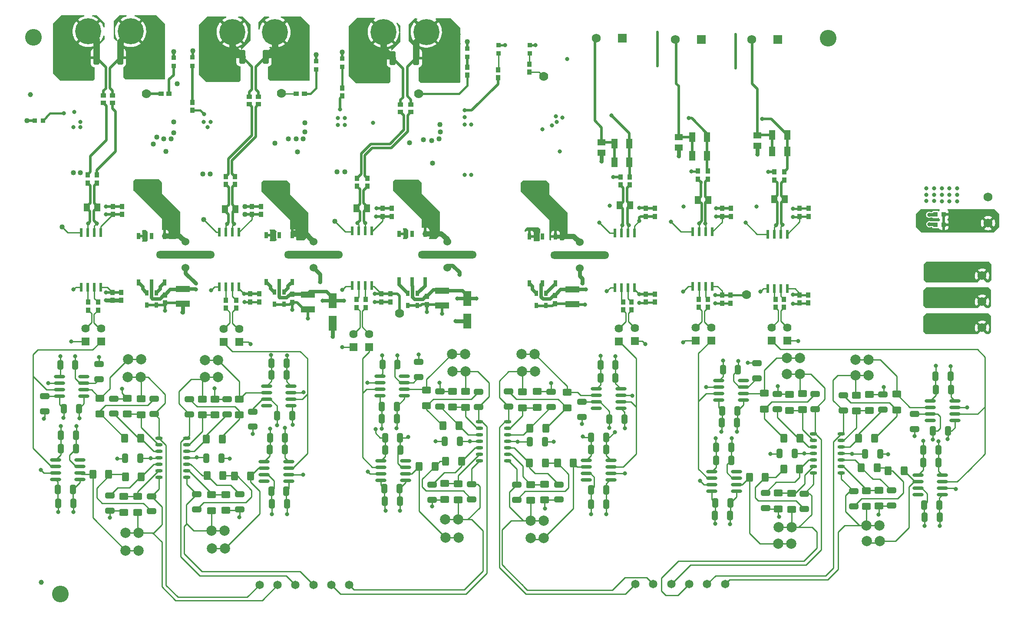
<source format=gbr>
%TF.GenerationSoftware,KiCad,Pcbnew,(5.99.0-10177-gd878cbddbc)*%
%TF.CreationDate,2021-05-14T22:26:15+02:00*%
%TF.ProjectId,PowerMeterDeng,506f7765-724d-4657-9465-7244656e672e,rev?*%
%TF.SameCoordinates,Original*%
%TF.FileFunction,Copper,L1,Top*%
%TF.FilePolarity,Positive*%
%FSLAX46Y46*%
G04 Gerber Fmt 4.6, Leading zero omitted, Abs format (unit mm)*
G04 Created by KiCad (PCBNEW (5.99.0-10177-gd878cbddbc)) date 2021-05-14 22:26:15*
%MOMM*%
%LPD*%
G01*
G04 APERTURE LIST*
G04 Aperture macros list*
%AMRoundRect*
0 Rectangle with rounded corners*
0 $1 Rounding radius*
0 $2 $3 $4 $5 $6 $7 $8 $9 X,Y pos of 4 corners*
0 Add a 4 corners polygon primitive as box body*
4,1,4,$2,$3,$4,$5,$6,$7,$8,$9,$2,$3,0*
0 Add four circle primitives for the rounded corners*
1,1,$1+$1,$2,$3*
1,1,$1+$1,$4,$5*
1,1,$1+$1,$6,$7*
1,1,$1+$1,$8,$9*
0 Add four rect primitives between the rounded corners*
20,1,$1+$1,$2,$3,$4,$5,0*
20,1,$1+$1,$4,$5,$6,$7,0*
20,1,$1+$1,$6,$7,$8,$9,0*
20,1,$1+$1,$8,$9,$2,$3,0*%
G04 Aperture macros list end*
%TA.AperFunction,SMDPad,CuDef*%
%ADD10R,0.939800X0.990600*%
%TD*%
%TA.AperFunction,ComponentPad*%
%ADD11R,1.625600X1.625600*%
%TD*%
%TA.AperFunction,ComponentPad*%
%ADD12C,1.625600*%
%TD*%
%TA.AperFunction,SMDPad,CuDef*%
%ADD13O,2.200001X0.599999*%
%TD*%
%TA.AperFunction,SMDPad,CuDef*%
%ADD14RoundRect,0.249900X-0.362600X-1.075100X0.362600X-1.075100X0.362600X1.075100X-0.362600X1.075100X0*%
%TD*%
%TA.AperFunction,ComponentPad*%
%ADD15C,1.651000*%
%TD*%
%TA.AperFunction,SMDPad,CuDef*%
%ADD16RoundRect,0.250000X0.400000X0.625000X-0.400000X0.625000X-0.400000X-0.625000X0.400000X-0.625000X0*%
%TD*%
%TA.AperFunction,SMDPad,CuDef*%
%ADD17RoundRect,0.250000X-0.650000X0.325000X-0.650000X-0.325000X0.650000X-0.325000X0.650000X0.325000X0*%
%TD*%
%TA.AperFunction,SMDPad,CuDef*%
%ADD18RoundRect,0.249550X-0.650450X0.325450X-0.650450X-0.325450X0.650450X-0.325450X0.650450X0.325450X0*%
%TD*%
%TA.AperFunction,SMDPad,CuDef*%
%ADD19RoundRect,0.250000X-0.400000X-0.625000X0.400000X-0.625000X0.400000X0.625000X-0.400000X0.625000X0*%
%TD*%
%TA.AperFunction,SMDPad,CuDef*%
%ADD20RoundRect,0.250000X0.650000X-0.325000X0.650000X0.325000X-0.650000X0.325000X-0.650000X-0.325000X0*%
%TD*%
%TA.AperFunction,SMDPad,CuDef*%
%ADD21RoundRect,0.249550X0.650450X-0.325450X0.650450X0.325450X-0.650450X0.325450X-0.650450X-0.325450X0*%
%TD*%
%TA.AperFunction,SMDPad,CuDef*%
%ADD22RoundRect,0.250000X0.625000X-0.400000X0.625000X0.400000X-0.625000X0.400000X-0.625000X-0.400000X0*%
%TD*%
%TA.AperFunction,SMDPad,CuDef*%
%ADD23RoundRect,0.250000X0.325000X0.650000X-0.325000X0.650000X-0.325000X-0.650000X0.325000X-0.650000X0*%
%TD*%
%TA.AperFunction,SMDPad,CuDef*%
%ADD24RoundRect,0.249550X0.325450X0.650450X-0.325450X0.650450X-0.325450X-0.650450X0.325450X-0.650450X0*%
%TD*%
%TA.AperFunction,SMDPad,CuDef*%
%ADD25R,0.990600X0.939800*%
%TD*%
%TA.AperFunction,SMDPad,CuDef*%
%ADD26R,2.692400X1.295400*%
%TD*%
%TA.AperFunction,SMDPad,CuDef*%
%ADD27R,0.812800X0.812800*%
%TD*%
%TA.AperFunction,ComponentPad*%
%ADD28C,5.080000*%
%TD*%
%TA.AperFunction,ComponentPad*%
%ADD29C,1.778000*%
%TD*%
%TA.AperFunction,SMDPad,CuDef*%
%ADD30RoundRect,0.250000X-0.325000X-0.650000X0.325000X-0.650000X0.325000X0.650000X-0.325000X0.650000X0*%
%TD*%
%TA.AperFunction,SMDPad,CuDef*%
%ADD31RoundRect,0.249550X-0.325450X-0.650450X0.325450X-0.650450X0.325450X0.650450X-0.325450X0.650450X0*%
%TD*%
%TA.AperFunction,SMDPad,CuDef*%
%ADD32RoundRect,0.249600X-0.625400X0.400400X-0.625400X-0.400400X0.625400X-0.400400X0.625400X0.400400X0*%
%TD*%
%TA.AperFunction,SMDPad,CuDef*%
%ADD33RoundRect,0.250000X-0.625000X0.400000X-0.625000X-0.400000X0.625000X-0.400000X0.625000X0.400000X0*%
%TD*%
%TA.AperFunction,SMDPad,CuDef*%
%ADD34R,0.863600X0.965200*%
%TD*%
%TA.AperFunction,ComponentPad*%
%ADD35O,0.508000X7.162800*%
%TD*%
%TA.AperFunction,ComponentPad*%
%ADD36C,2.000000*%
%TD*%
%TA.AperFunction,SMDPad,CuDef*%
%ADD37R,1.295400X1.828800*%
%TD*%
%TA.AperFunction,ComponentPad*%
%ADD38O,11.430000X1.498600*%
%TD*%
%TA.AperFunction,ComponentPad*%
%ADD39C,3.251200*%
%TD*%
%TA.AperFunction,ComponentPad*%
%ADD40R,1.727200X1.727200*%
%TD*%
%TA.AperFunction,ComponentPad*%
%ADD41C,1.727200*%
%TD*%
%TA.AperFunction,SMDPad,CuDef*%
%ADD42R,0.635000X1.270000*%
%TD*%
%TA.AperFunction,SMDPad,CuDef*%
%ADD43RoundRect,0.249600X0.625400X-0.400400X0.625400X0.400400X-0.625400X0.400400X-0.625400X-0.400400X0*%
%TD*%
%TA.AperFunction,SMDPad,CuDef*%
%ADD44R,0.635000X1.092200*%
%TD*%
%TA.AperFunction,SMDPad,CuDef*%
%ADD45R,0.600000X1.800000*%
%TD*%
%TA.AperFunction,SMDPad,CuDef*%
%ADD46C,0.990600*%
%TD*%
%TA.AperFunction,SMDPad,CuDef*%
%ADD47R,1.270000X1.600200*%
%TD*%
%TA.AperFunction,ComponentPad*%
%ADD48C,1.524000*%
%TD*%
%TA.AperFunction,SMDPad,CuDef*%
%ADD49R,1.600200X1.270000*%
%TD*%
%TA.AperFunction,ComponentPad*%
%ADD50C,1.752600*%
%TD*%
%TA.AperFunction,SMDPad,CuDef*%
%ADD51O,1.450000X0.599999*%
%TD*%
%TA.AperFunction,SMDPad,CuDef*%
%ADD52R,1.574800X2.997200*%
%TD*%
%TA.AperFunction,ViaPad*%
%ADD53C,0.800000*%
%TD*%
%TA.AperFunction,ViaPad*%
%ADD54C,0.812800*%
%TD*%
%TA.AperFunction,ViaPad*%
%ADD55C,1.016000*%
%TD*%
%TA.AperFunction,Conductor*%
%ADD56C,0.254000*%
%TD*%
%TA.AperFunction,Conductor*%
%ADD57C,0.635000*%
%TD*%
%TA.AperFunction,Conductor*%
%ADD58C,0.250000*%
%TD*%
%TA.AperFunction,Conductor*%
%ADD59C,0.508000*%
%TD*%
%TA.AperFunction,Conductor*%
%ADD60C,0.381000*%
%TD*%
%TA.AperFunction,Conductor*%
%ADD61C,0.762000*%
%TD*%
%TA.AperFunction,Conductor*%
%ADD62C,1.016000*%
%TD*%
%TA.AperFunction,Conductor*%
%ADD63C,1.286000*%
%TD*%
G04 APERTURE END LIST*
D10*
%TO.P,R4,1*%
%TO.N,NetFB2_2*%
X93786800Y-49199800D03*
%TO.P,R4,2*%
%TO.N,NetC2_1*%
X93786800Y-50774600D03*
%TD*%
D11*
%TO.P,J26,1*%
%TO.N,DOUTP_W_PH*%
X228432200Y-81534000D03*
D12*
%TO.P,J26,2*%
%TO.N,DOUTP_W_PH1*%
X228432200Y-78994000D03*
%TD*%
D10*
%TO.P,C43,1*%
%TO.N,GND_PH*%
X217459400Y-55727600D03*
%TO.P,C43,2*%
%TO.N,+5.0V_PH*%
X217459400Y-57302400D03*
%TD*%
D13*
%TO.P,U31,1*%
%TO.N,DGND*%
X148997199Y-88458400D03*
%TO.P,U31,2,-*%
%TO.N,DOUTN_CH_W*%
X148997199Y-89728400D03*
%TO.P,U31,3,+*%
%TO.N,DOUTP_CH_W*%
X148997199Y-90998400D03*
%TO.P,U31,4*%
%TO.N,+15V*%
X148997199Y-92268400D03*
%TO.P,U31,5*%
%TO.N,DGND*%
X153797199Y-92268400D03*
%TO.P,U31,6*%
%TO.N,Net-(R116-Pad2)*%
X153797199Y-90998400D03*
%TO.P,U31,7*%
%TO.N,-15V*%
X153797199Y-89728400D03*
%TO.P,U31,8*%
%TO.N,unconnected-(U31-Pad8)*%
X153797199Y-88458400D03*
%TD*%
D14*
%TO.P,R22,1*%
%TO.N,GND_WSH*%
X151459100Y-26416000D03*
%TO.P,R22,2*%
%TO.N,NetFB6_1*%
X156084100Y-26416000D03*
%TD*%
D15*
%TO.P,J8,1,Pin_1*%
%TO.N,Ip_U*%
X125538695Y-129226300D03*
%TO.P,J8,2,Pin_2*%
%TO.N,In_U*%
X129038698Y-129226300D03*
%TO.P,J8,3,Pin_3*%
%TO.N,Ip_V*%
X132538699Y-129226300D03*
%TO.P,J8,4,Pin_4*%
%TO.N,In_V*%
X136038700Y-129226300D03*
%TO.P,J8,5,Pin_5*%
%TO.N,Ip_W*%
X139538700Y-129226300D03*
%TO.P,J8,6,Pin_6*%
%TO.N,In_W*%
X143038701Y-129226300D03*
%TD*%
D16*
%TO.P,R109,1,1*%
%TO.N,Net-(C39-Pad1)*%
X181357200Y-98651200D03*
%TO.P,R109,2,2*%
%TO.N,Net-(C154-Pad1)*%
X178257200Y-98651200D03*
%TD*%
D13*
%TO.P,U29,1*%
%TO.N,DGND*%
X131228800Y-108991400D03*
%TO.P,U29,2,-*%
%TO.N,DOUTP_CH_V*%
X131228800Y-107721400D03*
%TO.P,U29,3,+*%
%TO.N,DOUTN_CH_V*%
X131228800Y-106451400D03*
%TO.P,U29,4*%
%TO.N,+15V*%
X131228800Y-105181400D03*
%TO.P,U29,5*%
%TO.N,DGND*%
X126428800Y-105181400D03*
%TO.P,U29,6*%
%TO.N,Net-(R46-Pad1)*%
X126428800Y-106451400D03*
%TO.P,U29,7*%
%TO.N,-15V*%
X126428800Y-107721400D03*
%TO.P,U29,8*%
%TO.N,unconnected-(U29-Pad8)*%
X126428800Y-108991400D03*
%TD*%
D11*
%TO.P,J27,1*%
%TO.N,DOUTN_W_PH*%
X225384200Y-81508600D03*
D12*
%TO.P,J27,2*%
%TO.N,DOUTN_W_PH1*%
X225384200Y-78968600D03*
%TD*%
D17*
%TO.P,C196,1,1*%
%TO.N,-15V*%
X188422999Y-93518600D03*
D18*
%TO.P,C196,2,2*%
%TO.N,DGND*%
X188422999Y-96468600D03*
%TD*%
D17*
%TO.P,C24,1,1*%
%TO.N,Net-(C24-Pad1)*%
X96367600Y-111783000D03*
D18*
%TO.P,C24,2,2*%
%TO.N,DGND*%
X96367600Y-114733000D03*
%TD*%
D19*
%TO.P,R30,1,1*%
%TO.N,Net-(C22-Pad1)*%
X99237200Y-100584000D03*
%TO.P,R30,2,2*%
%TO.N,Net-(C21-Pad1)*%
X102337200Y-100584000D03*
%TD*%
D20*
%TO.P,C210,1,1*%
%TO.N,-15V*%
X222478600Y-88876400D03*
D21*
%TO.P,C210,2,2*%
%TO.N,DGND*%
X222478600Y-85926400D03*
%TD*%
D19*
%TO.P,R113,1,1*%
%TO.N,Net-(C156-Pad1)*%
X178155600Y-105458400D03*
%TO.P,R113,2,2*%
%TO.N,Net-(C41-Pad2)*%
X181255600Y-105458400D03*
%TD*%
D22*
%TO.P,R50,1,1*%
%TO.N,In_V*%
X116179600Y-114732400D03*
%TO.P,R50,2,2*%
%TO.N,Net-(R49-Pad2)*%
X116179600Y-111632400D03*
%TD*%
D23*
%TO.P,C222,1,1*%
%TO.N,+15V*%
X257913400Y-105333800D03*
D24*
%TO.P,C222,2,2*%
%TO.N,DGND*%
X254963400Y-105333800D03*
%TD*%
D25*
%TO.P,FB6,1*%
%TO.N,NetFB6_1*%
X155051600Y-35458400D03*
%TO.P,FB6,2*%
%TO.N,NetFB6_2*%
X155051600Y-36931600D03*
%TD*%
D24*
%TO.P,C186,1,1*%
%TO.N,DGND*%
X118111800Y-104495600D03*
D23*
%TO.P,C186,2,2*%
%TO.N,-15V*%
X115161800Y-104495600D03*
%TD*%
%TO.P,C223,1,1*%
%TO.N,+15V*%
X257862600Y-102920800D03*
D24*
%TO.P,C223,2,2*%
%TO.N,DGND*%
X254912600Y-102920800D03*
%TD*%
D17*
%TO.P,C22,1,1*%
%TO.N,Net-(C22-Pad1)*%
X105003600Y-92911400D03*
%TO.P,C22,2,2*%
%TO.N,Ip_U*%
X105003600Y-95861400D03*
%TD*%
D10*
%TO.P,C31,1*%
%TO.N,GND_USH*%
X98739800Y-55346600D03*
%TO.P,C31,2*%
%TO.N,+5.0V_USH*%
X98739800Y-56921400D03*
%TD*%
D19*
%TO.P,R112,1,1*%
%TO.N,Net-(C41-Pad2)*%
X183609399Y-105433000D03*
%TO.P,R112,2,2*%
%TO.N,Net-(R112-Pad2)*%
X186709399Y-105433000D03*
%TD*%
%TO.P,R42,1,1*%
%TO.N,Net-(C35-Pad1)*%
X115188400Y-100736400D03*
%TO.P,R42,2,2*%
%TO.N,Net-(C34-Pad2)*%
X118288400Y-100736400D03*
%TD*%
D23*
%TO.P,C215,1,1*%
%TO.N,+15V*%
X260252000Y-88504200D03*
D24*
%TO.P,C215,2,2*%
%TO.N,DGND*%
X257302000Y-88504200D03*
%TD*%
D26*
%TO.P,C25,1*%
%TO.N,DGND*%
X161096800Y-74726800D03*
%TO.P,C25,2*%
%TO.N,+5V_CNTL*%
X161096800Y-71831200D03*
%TD*%
D27*
%TO.P,D2,1*%
%TO.N,NetD2_1*%
X108772800Y-27990800D03*
%TO.P,D2,2*%
%TO.N,GND_USH*%
X108772800Y-26365200D03*
%TD*%
D16*
%TO.P,R46,1,1*%
%TO.N,Net-(R46-Pad1)*%
X123774800Y-108000800D03*
%TO.P,R46,2,2*%
%TO.N,Net-(C37-Pad1)*%
X120674800Y-108000800D03*
%TD*%
D28*
%TO.P,TP7,1*%
%TO.N,GND_WSH*%
X149666800Y-21336000D03*
%TD*%
D27*
%TO.P,D6,1*%
%TO.N,NetD6_1*%
X166049800Y-26212800D03*
%TO.P,D6,2*%
%TO.N,GND_WSH*%
X166049800Y-24587200D03*
%TD*%
D29*
%TO.P,TP16,1*%
%TO.N,-5.0V_PH*%
X180898800Y-30022800D03*
%TD*%
D16*
%TO.P,R48,1,1*%
%TO.N,Net-(C37-Pad1)*%
X118390000Y-107899200D03*
%TO.P,R48,2,2*%
%TO.N,Net-(C36-Pad1)*%
X115290000Y-107899200D03*
%TD*%
D30*
%TO.P,C213,1,1*%
%TO.N,+15V*%
X215745800Y-95224600D03*
D31*
%TO.P,C213,2,2*%
%TO.N,DGND*%
X218695800Y-95224600D03*
%TD*%
D32*
%TO.P,R110,1,1*%
%TO.N,DGND*%
X179629400Y-91487800D03*
D33*
%TO.P,R110,2,2*%
%TO.N,Net-(R110-Pad2)*%
X179629400Y-94587800D03*
%TD*%
D30*
%TO.P,C204,1,1*%
%TO.N,-15V*%
X190194000Y-113434000D03*
D31*
%TO.P,C204,2,2*%
%TO.N,DGND*%
X193144000Y-113434000D03*
%TD*%
D10*
%TO.P,C56,1*%
%TO.N,AMC_VCC*%
X151038400Y-72415400D03*
%TO.P,C56,2*%
%TO.N,DGND*%
X151038400Y-73990200D03*
%TD*%
D34*
%TO.P,C52,1,1*%
%TO.N,+5V_CNTL*%
X258914900Y-58928000D03*
%TO.P,C52,2,2*%
%TO.N,AMC_VCC*%
X257314700Y-58928000D03*
%TD*%
D10*
%TO.P,C62,1*%
%TO.N,AMC_VCC*%
X217383200Y-72669400D03*
%TO.P,C62,2*%
%TO.N,DGND*%
X217383200Y-74244200D03*
%TD*%
D28*
%TO.P,TP8,1*%
%TO.N,NetFB6_1*%
X158048800Y-21336000D03*
%TD*%
D23*
%TO.P,C202,1,1*%
%TO.N,+15V*%
X193144000Y-100454600D03*
D24*
%TO.P,C202,2,2*%
%TO.N,DGND*%
X190194000Y-100454600D03*
%TD*%
D35*
%TO.P,,*%
%TO.N,*%
X218399200Y-25069800D03*
%TD*%
D36*
%TO.P,TP29,1,1*%
%TO.N,Vp_V*%
X230886000Y-88061800D03*
X228346000Y-88061800D03*
%TD*%
D11*
%TO.P,J20,1*%
%TO.N,DOUTP_CH_W*%
X146923600Y-82778600D03*
D12*
%TO.P,J20,2*%
%TO.N,DOUTP_CH_W1*%
X146923600Y-80238600D03*
%TD*%
D29*
%TO.P,TP17,1*%
%TO.N,AMC_VCC*%
X220472000Y-72542400D03*
%TD*%
D10*
%TO.P,C38,1*%
%TO.N,GND_WSH*%
X151292400Y-55727600D03*
%TO.P,C38,2*%
%TO.N,+5.0V_WSH*%
X151292400Y-57302400D03*
%TD*%
D37*
%TO.P,R72,1*%
%TO.N,NEUTRAL*%
X209890200Y-41808400D03*
%TO.P,R72,2*%
%TO.N,NetR72_2*%
X212785800Y-41808400D03*
%TD*%
D26*
%TO.P,C14,1*%
%TO.N,DGND*%
X134934800Y-75438000D03*
%TO.P,C14,2*%
%TO.N,+5V_CNTL*%
X134934800Y-72542400D03*
%TD*%
D11*
%TO.P,J21,1*%
%TO.N,DOUTN_CH_W*%
X143875600Y-82778600D03*
D12*
%TO.P,J21,2*%
%TO.N,DOUTN_CH_W1*%
X143875600Y-80238600D03*
%TD*%
D36*
%TO.P,TP21,1,1*%
%TO.N,Ip_W*%
X165684800Y-87602200D03*
X163144800Y-87602200D03*
%TD*%
D10*
%TO.P,C5,1*%
%TO.N,DGND*%
X107121800Y-74193400D03*
%TO.P,C5,2*%
%TO.N,+5V_CNTL*%
X107121800Y-72618600D03*
%TD*%
%TO.P,R26,1*%
%TO.N,NetFB6_2*%
X146593400Y-49860200D03*
%TO.P,R26,2*%
%TO.N,NetC18_1*%
X146593400Y-51435000D03*
%TD*%
%TO.P,R57,1*%
%TO.N,NetD11_1*%
X178140200Y-27584400D03*
%TO.P,R57,2*%
%TO.N,-5.0V_PH*%
X178140200Y-29159200D03*
%TD*%
D36*
%TO.P,TP15,1,1*%
%TO.N,In_U*%
X99364800Y-119049200D03*
X101904800Y-119049200D03*
%TD*%
D22*
%TO.P,R111,1,1*%
%TO.N,Net-(R110-Pad2)*%
X176759200Y-94664000D03*
%TO.P,R111,2,2*%
%TO.N,Vp_U*%
X176759200Y-91564000D03*
%TD*%
D10*
%TO.P,C8,1*%
%TO.N,+5.0V_WSH*%
X149539800Y-57302400D03*
%TO.P,C8,2*%
%TO.N,GND_WSH*%
X149539800Y-55727600D03*
%TD*%
D38*
%TO.P,,*%
%TO.N,*%
X111058800Y-64770000D03*
%TD*%
D37*
%TO.P,R84,1*%
%TO.N,NEUTRAL*%
X225511200Y-44627800D03*
%TO.P,R84,2*%
%TO.N,NetR84_2*%
X228406800Y-44627800D03*
%TD*%
D33*
%TO.P,R131,1,1*%
%TO.N,Vp_W*%
X241858800Y-92201400D03*
%TO.P,R131,2,2*%
%TO.N,Net-(R130-Pad1)*%
X241858800Y-95301400D03*
%TD*%
D39*
%TO.P,MH2,1*%
%TO.N,N/C*%
X86741000Y-130987800D03*
%TD*%
D36*
%TO.P,TP33,1,1*%
%TO.N,Vn_V*%
X229260400Y-117982700D03*
X226720400Y-117982700D03*
%TD*%
D23*
%TO.P,C207,1,1*%
%TO.N,+15V*%
X164569000Y-101165800D03*
D24*
%TO.P,C207,2,2*%
%TO.N,DGND*%
X161619000Y-101165800D03*
%TD*%
D19*
%TO.P,R129,1,1*%
%TO.N,Net-(C161-Pad1)*%
X242340800Y-100558600D03*
%TO.P,R129,2,2*%
%TO.N,Net-(C160-Pad2)*%
X245440800Y-100558600D03*
%TD*%
D10*
%TO.P,C3,1*%
%TO.N,+5.0V_VSH*%
X124012800Y-56921400D03*
%TO.P,C3,2*%
%TO.N,GND_VSH*%
X124012800Y-55346600D03*
%TD*%
D33*
%TO.P,R36,1,1*%
%TO.N,Net-(R36-Pad1)*%
X99060000Y-111937200D03*
D32*
%TO.P,R36,2,2*%
%TO.N,DGND*%
X99060000Y-115037200D03*
%TD*%
D22*
%TO.P,R38,1,1*%
%TO.N,Net-(C34-Pad2)*%
X121564400Y-96038000D03*
%TO.P,R38,2,2*%
%TO.N,Net-(R38-Pad2)*%
X121564400Y-92938000D03*
%TD*%
D39*
%TO.P,MH3,1*%
%TO.N,N/C*%
X236433200Y-22529800D03*
%TD*%
D40*
%TO.P,J15,1*%
%TO.N,NetFB11_1*%
X211693600Y-22758400D03*
D41*
%TO.P,J15,2*%
%TO.N,NEUTRAL*%
X206613600Y-22758400D03*
%TD*%
D34*
%TO.P,C53,1,1*%
%TO.N,+5V_CNTL*%
X258914900Y-56946800D03*
%TO.P,C53,2,2*%
%TO.N,AMC_VCC*%
X257314700Y-56946800D03*
%TD*%
D16*
%TO.P,R132,1,1*%
%TO.N,Net-(C163-Pad2)*%
X224155600Y-108204000D03*
%TO.P,R132,2,2*%
%TO.N,Net-(R132-Pad2)*%
X221055600Y-108204000D03*
%TD*%
D30*
%TO.P,C212,1,1*%
%TO.N,+15V*%
X215644200Y-97586800D03*
D31*
%TO.P,C212,2,2*%
%TO.N,DGND*%
X218594200Y-97586800D03*
%TD*%
D36*
%TO.P,TP22,1,1*%
%TO.N,In_W*%
X161740599Y-116456000D03*
X164280599Y-116456000D03*
%TD*%
D10*
%TO.P,C64,1*%
%TO.N,DGND*%
X215706800Y-74244200D03*
%TO.P,C64,2*%
%TO.N,AMC_VCC*%
X215706800Y-72669400D03*
%TD*%
D30*
%TO.P,C216,1,1*%
%TO.N,-15V*%
X256794000Y-99197600D03*
D31*
%TO.P,C216,2,2*%
%TO.N,DGND*%
X259744000Y-99197600D03*
%TD*%
D23*
%TO.P,C227,1,1*%
%TO.N,+15V*%
X229870000Y-103581200D03*
D24*
%TO.P,C227,2,2*%
%TO.N,DGND*%
X226920000Y-103581200D03*
%TD*%
D36*
%TO.P,TP23,1,1*%
%TO.N,Net-(R120-Pad1)*%
X164324198Y-119986600D03*
X161784198Y-119986600D03*
%TD*%
D42*
%TO.P,T2,1*%
%TO.N,NetT2_1*%
X126806800Y-70104000D03*
%TO.P,T2,2*%
%TO.N,+5V_CNTL*%
X129346800Y-70104000D03*
%TO.P,T2,3*%
%TO.N,NetT2_3*%
X131886800Y-70104000D03*
%TO.P,T2,4*%
%TO.N,GND_VSH*%
X131886800Y-60985400D03*
%TO.P,T2,5*%
%TO.N,N/C*%
X129346800Y-60985400D03*
%TO.P,T2,6*%
%TO.N,NetD37_1*%
X126806800Y-60985400D03*
%TD*%
D11*
%TO.P,J11,1*%
%TO.N,DOUTN_CH_U*%
X91602400Y-81737200D03*
D12*
%TO.P,J11,2*%
%TO.N,DOUTN_CH_U1*%
X91602400Y-79197200D03*
%TD*%
D14*
%TO.P,R9,1*%
%TO.N,GND_VSH*%
X122147500Y-26212800D03*
%TO.P,R9,2*%
%TO.N,NetFB4_1*%
X126772500Y-26212800D03*
%TD*%
D43*
%TO.P,R122,1,1*%
%TO.N,DGND*%
X161664399Y-112545000D03*
D22*
%TO.P,R122,2,2*%
%TO.N,Net-(R122-Pad2)*%
X161664399Y-109445000D03*
%TD*%
D17*
%TO.P,C164,1,1*%
%TO.N,Net-(C164-Pad1)*%
X248742200Y-110793000D03*
D18*
%TO.P,C164,2,2*%
%TO.N,DGND*%
X248742200Y-113743000D03*
%TD*%
D17*
%TO.P,C48,1,1*%
%TO.N,Net-(C48-Pad1)*%
X159175199Y-109672400D03*
D18*
%TO.P,C48,2,2*%
%TO.N,DGND*%
X159175199Y-112622400D03*
%TD*%
D26*
%TO.P,C50,1*%
%TO.N,DGND*%
X186547600Y-74472800D03*
%TO.P,C50,2*%
%TO.N,+5V_CNTL*%
X186547600Y-71577200D03*
%TD*%
D20*
%TO.P,C35,1,1*%
%TO.N,Net-(C35-Pad1)*%
X119227600Y-95963000D03*
D21*
%TO.P,C35,2,2*%
%TO.N,DGND*%
X119227600Y-93013000D03*
%TD*%
D17*
%TO.P,C29,1,1*%
%TO.N,In_U*%
X104444800Y-111910600D03*
%TO.P,C29,2,2*%
%TO.N,Net-(C29-Pad2)*%
X104444800Y-114860600D03*
%TD*%
D10*
%TO.P,C19,1*%
%TO.N,+5.0V_PH*%
X230819800Y-57302400D03*
%TO.P,C19,2*%
%TO.N,GND_PH*%
X230819800Y-55727600D03*
%TD*%
D23*
%TO.P,C191,1,1*%
%TO.N,-15V*%
X152440399Y-86223200D03*
D24*
%TO.P,C191,2,2*%
%TO.N,DGND*%
X149490399Y-86223200D03*
%TD*%
D39*
%TO.P,MH1,1*%
%TO.N,N/C*%
X81493200Y-22402800D03*
%TD*%
D42*
%TO.P,T1,1*%
%TO.N,NetT1_1*%
X101914800Y-70231000D03*
%TO.P,T1,2*%
%TO.N,+5V_CNTL*%
X104454800Y-70231000D03*
%TO.P,T1,3*%
%TO.N,NetT1_3*%
X106994800Y-70231000D03*
%TO.P,T1,4*%
%TO.N,GND_USH*%
X106994800Y-61112400D03*
%TO.P,T1,5*%
%TO.N,N/C*%
X104454800Y-61112400D03*
%TO.P,T1,6*%
%TO.N,NetD43_1*%
X101914800Y-61112400D03*
%TD*%
D25*
%TO.P,FB5,1*%
%TO.N,GND_WSH*%
X153019600Y-35458400D03*
%TO.P,FB5,2*%
%TO.N,NetFB5_2*%
X153019600Y-36931600D03*
%TD*%
D13*
%TO.P,U36,1*%
%TO.N,DGND*%
X215074800Y-89357200D03*
%TO.P,U36,2,-*%
%TO.N,DOUTN_V_PH*%
X215074800Y-90627200D03*
%TO.P,U36,3,+*%
%TO.N,DOUTP_V_PH*%
X215074800Y-91897200D03*
%TO.P,U36,4*%
%TO.N,+15V*%
X215074800Y-93167200D03*
%TO.P,U36,5*%
%TO.N,DGND*%
X219874800Y-93167200D03*
%TO.P,U36,6*%
%TO.N,Net-(R124-Pad1)*%
X219874800Y-91897200D03*
%TO.P,U36,7*%
%TO.N,-15V*%
X219874800Y-90627200D03*
%TO.P,U36,8*%
%TO.N,unconnected-(U36-Pad8)*%
X219874800Y-89357200D03*
%TD*%
D17*
%TO.P,C41,1,1*%
%TO.N,Vn_U*%
X175685199Y-109672400D03*
%TO.P,C41,2,2*%
%TO.N,Net-(C41-Pad2)*%
X175685199Y-112622400D03*
%TD*%
D20*
%TO.P,C158,1,1*%
%TO.N,Net-(C158-Pad1)*%
X226517200Y-94947000D03*
D21*
%TO.P,C158,2,2*%
%TO.N,DGND*%
X226517200Y-91997000D03*
%TD*%
D36*
%TO.P,TP35,1,1*%
%TO.N,Net-(R136-Pad1)*%
X243916200Y-120624900D03*
X246456200Y-120624900D03*
%TD*%
D44*
%TO.P,U4,1*%
%TO.N,NetT2_3*%
X130286600Y-72085200D03*
%TO.P,U4,2*%
%TO.N,+5V_CNTL*%
X129346800Y-72085200D03*
%TO.P,U4,3*%
%TO.N,NetT2_1*%
X128407000Y-72085200D03*
%TO.P,U4,4*%
%TO.N,DGND*%
X128407000Y-74472800D03*
%TO.P,U4,5*%
X130286600Y-74472800D03*
%TD*%
D33*
%TO.P,R115,1,1*%
%TO.N,Net-(R114-Pad1)*%
X178402999Y-109622800D03*
%TO.P,R115,2,2*%
%TO.N,Vn_U*%
X178402999Y-112722800D03*
%TD*%
D44*
%TO.P,U10,1*%
%TO.N,NetT5_3*%
X181391400Y-72339200D03*
%TO.P,U10,2*%
%TO.N,+5V_CNTL*%
X180451600Y-72339200D03*
%TO.P,U10,3*%
%TO.N,NetT5_1*%
X179511800Y-72339200D03*
%TO.P,U10,4*%
%TO.N,DGND*%
X179511800Y-74726800D03*
%TO.P,U10,5*%
X181391400Y-74726800D03*
%TD*%
D45*
%TO.P,U12,1*%
%TO.N,+5.0V_PH*%
X213791800Y-60309700D03*
%TO.P,U12,2*%
%TO.N,NetC61_1*%
X212521800Y-60309700D03*
%TO.P,U12,3*%
%TO.N,NetC61_2*%
X211251800Y-60309700D03*
%TO.P,U12,4*%
%TO.N,GND_PH*%
X209981800Y-60309700D03*
%TO.P,U12,5*%
%TO.N,DGND*%
X209981800Y-70969700D03*
%TO.P,U12,6*%
%TO.N,NetR75_1*%
X211251800Y-70969700D03*
%TO.P,U12,7*%
%TO.N,NetR78_1*%
X212521800Y-70969700D03*
%TO.P,U12,8*%
%TO.N,AMC_VCC*%
X213791800Y-70969700D03*
%TD*%
D23*
%TO.P,C183,1,1*%
%TO.N,+15V*%
X130508800Y-100482400D03*
D24*
%TO.P,C183,2,2*%
%TO.N,DGND*%
X127558800Y-100482400D03*
%TD*%
D23*
%TO.P,C219,1,1*%
%TO.N,-15V*%
X217476600Y-102387400D03*
D24*
%TO.P,C219,2,2*%
%TO.N,DGND*%
X214526600Y-102387400D03*
%TD*%
D46*
%TO.P,FID1,1*%
%TO.N,N/C*%
X80832800Y-33528000D03*
%TD*%
D10*
%TO.P,R12,1*%
%TO.N,NetR12_1*%
X118932800Y-73634600D03*
%TO.P,R12,2*%
%TO.N,DOUTN_CH_V1*%
X118932800Y-75209400D03*
%TD*%
D46*
%TO.P,FID2,1*%
%TO.N,N/C*%
X83007200Y-128727200D03*
%TD*%
D15*
%TO.P,J29,1,Pin_1*%
%TO.N,Vp_U*%
X198801195Y-129082800D03*
%TO.P,J29,2,Pin_2*%
%TO.N,Vn_U*%
X202301198Y-129082800D03*
%TO.P,J29,3,Pin_3*%
%TO.N,Vp_V*%
X205801199Y-129082800D03*
%TO.P,J29,4,Pin_4*%
%TO.N,Vn_V*%
X209301200Y-129082800D03*
%TO.P,J29,5,Pin_5*%
%TO.N,Vp_W*%
X212801200Y-129082800D03*
%TO.P,J29,6,Pin_6*%
%TO.N,Vn_W*%
X216301201Y-129082800D03*
%TD*%
D23*
%TO.P,C194,1,1*%
%TO.N,+15V*%
X194940199Y-86281400D03*
D24*
%TO.P,C194,2,2*%
%TO.N,DGND*%
X191990199Y-86281400D03*
%TD*%
D28*
%TO.P,TP5,1*%
%TO.N,NetFB4_1*%
X128534000Y-21336000D03*
%TD*%
D10*
%TO.P,R3,1*%
%TO.N,NetR3_1*%
X92135800Y-74015600D03*
%TO.P,R3,2*%
%TO.N,DOUTN_CH_U1*%
X92135800Y-75590400D03*
%TD*%
D44*
%TO.P,U2,1*%
%TO.N,NetT1_3*%
X105394600Y-72212200D03*
%TO.P,U2,2*%
%TO.N,+5V_CNTL*%
X104454800Y-72212200D03*
%TO.P,U2,3*%
%TO.N,NetT1_1*%
X103515000Y-72212200D03*
%TO.P,U2,4*%
%TO.N,DGND*%
X103515000Y-74599800D03*
%TO.P,U2,5*%
X105394600Y-74599800D03*
%TD*%
D13*
%TO.P,U33,1*%
%TO.N,DGND*%
X195992199Y-94790400D03*
%TO.P,U33,2,-*%
%TO.N,DOUTN_U_PH*%
X195992199Y-93520400D03*
%TO.P,U33,3,+*%
%TO.N,DOUTP_U_PH*%
X195992199Y-92250400D03*
%TO.P,U33,4*%
%TO.N,+15V*%
X195992199Y-90980400D03*
%TO.P,U33,5*%
%TO.N,DGND*%
X191192199Y-90980400D03*
%TO.P,U33,6*%
%TO.N,Net-(R108-Pad1)*%
X191192199Y-92250400D03*
%TO.P,U33,7*%
%TO.N,-15V*%
X191192199Y-93520400D03*
%TO.P,U33,8*%
%TO.N,unconnected-(U33-Pad8)*%
X191192199Y-94790400D03*
%TD*%
D11*
%TO.P,J18,1*%
%TO.N,DOUTP_CH_V*%
X121599800Y-81838800D03*
D12*
%TO.P,J18,2*%
%TO.N,DOUTP_CH_V1*%
X121599800Y-79298800D03*
%TD*%
D36*
%TO.P,TP53,1,1*%
%TO.N,In_V*%
X118719600Y-118668800D03*
X116179600Y-118668800D03*
%TD*%
D20*
%TO.P,C37,1,1*%
%TO.N,Net-(C37-Pad1)*%
X113284000Y-114505000D03*
%TO.P,C37,2,2*%
%TO.N,In_V*%
X113284000Y-111555000D03*
%TD*%
D38*
%TO.P,,*%
%TO.N,*%
X136077800Y-64770000D03*
%TD*%
D10*
%TO.P,C70,1*%
%TO.N,DGND*%
X230845200Y-74218800D03*
%TO.P,C70,2*%
%TO.N,AMC_VCC*%
X230845200Y-72644000D03*
%TD*%
D13*
%TO.P,U28,1*%
%TO.N,DGND*%
X131686000Y-94208600D03*
%TO.P,U28,2,-*%
%TO.N,DOUTN_CH_V*%
X131686000Y-92938600D03*
%TO.P,U28,3,+*%
%TO.N,DOUTP_CH_V*%
X131686000Y-91668600D03*
%TO.P,U28,4*%
%TO.N,+15V*%
X131686000Y-90398600D03*
%TO.P,U28,5*%
%TO.N,DGND*%
X126886000Y-90398600D03*
%TO.P,U28,6*%
%TO.N,Net-(R38-Pad2)*%
X126886000Y-91668600D03*
%TO.P,U28,7*%
%TO.N,-15V*%
X126886000Y-92938600D03*
%TO.P,U28,8*%
%TO.N,unconnected-(U28-Pad8)*%
X126886000Y-94208600D03*
%TD*%
D30*
%TO.P,C197,1,1*%
%TO.N,-15V*%
X193735598Y-96898600D03*
D31*
%TO.P,C197,2,2*%
%TO.N,DGND*%
X196685598Y-96898600D03*
%TD*%
D11*
%TO.P,J22,1*%
%TO.N,DOUTP_U_PH*%
X198688800Y-81661000D03*
D12*
%TO.P,J22,2*%
%TO.N,DOUTP_U_PH1*%
X198688800Y-79121000D03*
%TD*%
D47*
%TO.P,C2,1*%
%TO.N,NetC2_1*%
X93913800Y-55575200D03*
%TO.P,C2,2*%
%TO.N,NetC2_2*%
X91881800Y-55575200D03*
%TD*%
D36*
%TO.P,TP31,1,1*%
%TO.N,Net-(R128-Pad2)*%
X241706400Y-85293200D03*
X244246400Y-85293200D03*
%TD*%
D11*
%TO.P,J23,1*%
%TO.N,DOUTN_U_PH*%
X195615400Y-81686400D03*
D12*
%TO.P,J23,2*%
%TO.N,DOUTN_U_PH1*%
X195615400Y-79146400D03*
%TD*%
D10*
%TO.P,R86,1*%
%TO.N,GND_PH*%
X225917600Y-48615600D03*
%TO.P,R86,2*%
%TO.N,NetC68_2*%
X225917600Y-50190400D03*
%TD*%
D27*
%TO.P,D11,1*%
%TO.N,NetD11_1*%
X178191000Y-25501600D03*
%TO.P,D11,2*%
%TO.N,GND_PH*%
X178191000Y-23876000D03*
%TD*%
D22*
%TO.P,R118,1,1*%
%TO.N,Net-(R118-Pad1)*%
X163195600Y-94537000D03*
D43*
%TO.P,R118,2,2*%
%TO.N,DGND*%
X163195600Y-91437000D03*
%TD*%
D47*
%TO.P,C61,1*%
%TO.N,NetC61_1*%
X213039800Y-54076600D03*
%TO.P,C61,2*%
%TO.N,NetC61_2*%
X211007800Y-54076600D03*
%TD*%
D13*
%TO.P,U37,1*%
%TO.N,DGND*%
X261075400Y-97089400D03*
%TO.P,U37,2,-*%
%TO.N,DOUTN_W_PH*%
X261075400Y-95819400D03*
%TO.P,U37,3,+*%
%TO.N,DOUTP_W_PH*%
X261075400Y-94549400D03*
%TO.P,U37,4*%
%TO.N,+15V*%
X261075400Y-93279400D03*
%TO.P,U37,5*%
%TO.N,DGND*%
X256275400Y-93279400D03*
%TO.P,U37,6*%
%TO.N,Net-(R128-Pad2)*%
X256275400Y-94549400D03*
%TO.P,U37,7*%
%TO.N,-15V*%
X256275400Y-95819400D03*
%TO.P,U37,8*%
%TO.N,unconnected-(U37-Pad8)*%
X256275400Y-97089400D03*
%TD*%
D11*
%TO.P,J25,1*%
%TO.N,DOUTN_V_PH*%
X210550600Y-81584800D03*
D12*
%TO.P,J25,2*%
%TO.N,DOUTN_V_PH1*%
X210550600Y-79044800D03*
%TD*%
D10*
%TO.P,C54,1*%
%TO.N,AMC_VCC*%
X125460600Y-72415400D03*
%TO.P,C54,2*%
%TO.N,DGND*%
X125460600Y-73990200D03*
%TD*%
D19*
%TO.P,R125,1,1*%
%TO.N,Net-(C159-Pad1)*%
X227761200Y-100558600D03*
%TO.P,R125,2,2*%
%TO.N,Net-(C158-Pad1)*%
X230861200Y-100558600D03*
%TD*%
D47*
%TO.P,C9,1*%
%TO.N,NetC9_1*%
X120863200Y-55880000D03*
%TO.P,C9,2*%
%TO.N,NetC9_2*%
X118831200Y-55880000D03*
%TD*%
D10*
%TO.P,R7,1*%
%TO.N,NetD3_2*%
X112455800Y-35026600D03*
%TO.P,R7,2*%
%TO.N,+5.0V_VSH*%
X112455800Y-36601400D03*
%TD*%
D26*
%TO.P,C6,1*%
%TO.N,DGND*%
X110550800Y-74345800D03*
%TO.P,C6,2*%
%TO.N,+5V_CNTL*%
X110550800Y-71450200D03*
%TD*%
D30*
%TO.P,C225,1,1*%
%TO.N,-15V*%
X255141200Y-113614200D03*
D31*
%TO.P,C225,2,2*%
%TO.N,DGND*%
X258091200Y-113614200D03*
%TD*%
D24*
%TO.P,C206,1,1*%
%TO.N,DGND*%
X181180600Y-101267400D03*
D23*
%TO.P,C206,2,2*%
%TO.N,-15V*%
X178230600Y-101267400D03*
%TD*%
D32*
%TO.P,R126,1,1*%
%TO.N,DGND*%
X228879400Y-92049000D03*
D33*
%TO.P,R126,2,2*%
%TO.N,Net-(R126-Pad2)*%
X228879400Y-95149000D03*
%TD*%
D30*
%TO.P,C200,1,1*%
%TO.N,+15V*%
X149972999Y-112842400D03*
D31*
%TO.P,C200,2,2*%
%TO.N,DGND*%
X152922999Y-112842400D03*
%TD*%
D22*
%TO.P,R139,1,1*%
%TO.N,Vn_W*%
X243840000Y-113919600D03*
%TO.P,R139,2,2*%
%TO.N,Net-(R138-Pad2)*%
X243840000Y-110819600D03*
%TD*%
D36*
%TO.P,TP52,1,1*%
%TO.N,Net-(R46-Pad1)*%
X118795800Y-122097800D03*
X116255800Y-122097800D03*
%TD*%
D30*
%TO.P,C172,1,1*%
%TO.N,+15V*%
X87374200Y-94843600D03*
D31*
%TO.P,C172,2,2*%
%TO.N,DGND*%
X90324200Y-94843600D03*
%TD*%
D45*
%TO.P,U3,1*%
%TO.N,+5.0V_VSH*%
X121539000Y-60411300D03*
%TO.P,U3,2*%
%TO.N,NetC9_1*%
X120269000Y-60411300D03*
%TO.P,U3,3*%
%TO.N,NetC9_2*%
X118999000Y-60411300D03*
%TO.P,U3,4*%
%TO.N,GND_VSH*%
X117729000Y-60411300D03*
%TO.P,U3,5*%
%TO.N,DGND*%
X117729000Y-71071300D03*
%TO.P,U3,6*%
%TO.N,NetR12_1*%
X118999000Y-71071300D03*
%TO.P,U3,7*%
%TO.N,NetR15_1*%
X120269000Y-71071300D03*
%TO.P,U3,8*%
%TO.N,AMC_VCC*%
X121539000Y-71071300D03*
%TD*%
D29*
%TO.P,TP6,1*%
%TO.N,-5.0V_VSH*%
X129829400Y-33324800D03*
%TD*%
D48*
%TO.P,C51,1*%
%TO.N,DGND*%
X187944600Y-67437000D03*
%TO.P,C51,2*%
%TO.N,GND_PH*%
X187944600Y-62357000D03*
%TD*%
D10*
%TO.P,C11,1*%
%TO.N,+5.0V_PH*%
X200847800Y-57302400D03*
%TO.P,C11,2*%
%TO.N,GND_PH*%
X200847800Y-55727600D03*
%TD*%
%TO.P,R5,1*%
%TO.N,NetR5_1*%
X94040800Y-74015600D03*
%TO.P,R5,2*%
%TO.N,DOUTP_CH_U1*%
X94040800Y-75590400D03*
%TD*%
D13*
%TO.P,U38,1*%
%TO.N,DGND*%
X213703200Y-107111800D03*
%TO.P,U38,2,-*%
%TO.N,DOUTP_V_PH*%
X213703200Y-108381800D03*
%TO.P,U38,3,+*%
%TO.N,DOUTN_V_PH*%
X213703200Y-109651800D03*
%TO.P,U38,4*%
%TO.N,+15V*%
X213703200Y-110921800D03*
%TO.P,U38,5*%
%TO.N,DGND*%
X218503200Y-110921800D03*
%TO.P,U38,6*%
%TO.N,Net-(R132-Pad2)*%
X218503200Y-109651800D03*
%TO.P,U38,7*%
%TO.N,-15V*%
X218503200Y-108381800D03*
%TO.P,U38,8*%
%TO.N,unconnected-(U38-Pad8)*%
X218503200Y-107111800D03*
%TD*%
D22*
%TO.P,R116,1,1*%
%TO.N,Net-(C155-Pad2)*%
X158115600Y-94283000D03*
%TO.P,R116,2,2*%
%TO.N,Net-(R116-Pad2)*%
X158115600Y-91183000D03*
%TD*%
D10*
%TO.P,C45,1*%
%TO.N,AMC_VCC*%
X98587400Y-72110600D03*
%TO.P,C45,2*%
%TO.N,DGND*%
X98587400Y-73685400D03*
%TD*%
D30*
%TO.P,C220,1,1*%
%TO.N,+15V*%
X214323400Y-115671600D03*
D31*
%TO.P,C220,2,2*%
%TO.N,DGND*%
X217273400Y-115671600D03*
%TD*%
D17*
%TO.P,C156,1,1*%
%TO.N,Net-(C156-Pad1)*%
X183863999Y-109621600D03*
D18*
%TO.P,C156,2,2*%
%TO.N,DGND*%
X183863999Y-112571600D03*
%TD*%
D13*
%TO.P,U26,1*%
%TO.N,DGND*%
X86500000Y-88569800D03*
%TO.P,U26,2,-*%
%TO.N,DOUTN_CH_U*%
X86500000Y-89839800D03*
%TO.P,U26,3,+*%
%TO.N,DOUTP_CH_U*%
X86500000Y-91109800D03*
%TO.P,U26,4*%
%TO.N,+15V*%
X86500000Y-92379800D03*
%TO.P,U26,5*%
%TO.N,DGND*%
X91300000Y-92379800D03*
%TO.P,U26,6*%
%TO.N,Net-(R29-Pad1)*%
X91300000Y-91109800D03*
%TO.P,U26,7*%
%TO.N,-15V*%
X91300000Y-89839800D03*
%TO.P,U26,8*%
%TO.N,unconnected-(U26-Pad8)*%
X91300000Y-88569800D03*
%TD*%
D20*
%TO.P,C170,1,1*%
%TO.N,-15V*%
X94234000Y-89105000D03*
D21*
%TO.P,C170,2,2*%
%TO.N,DGND*%
X94234000Y-86155000D03*
%TD*%
D33*
%TO.P,R114,1,1*%
%TO.N,Net-(R114-Pad1)*%
X181146199Y-109546600D03*
D32*
%TO.P,R114,2,2*%
%TO.N,DGND*%
X181146199Y-112646600D03*
%TD*%
D35*
%TO.P,,*%
%TO.N,*%
X203108400Y-24638000D03*
%TD*%
D10*
%TO.P,R77,1*%
%TO.N,NetR72_2*%
X212912800Y-48463200D03*
%TO.P,R77,2*%
%TO.N,NetC61_1*%
X212912800Y-50038000D03*
%TD*%
%TO.P,R55,1*%
%TO.N,NetD9_2*%
X172018800Y-28676600D03*
%TO.P,R55,2*%
%TO.N,+5.0V_PH*%
X172018800Y-30251400D03*
%TD*%
D20*
%TO.P,C40,1,1*%
%TO.N,Net-(C40-Pad1)*%
X160706400Y-94411200D03*
D21*
%TO.P,C40,2,2*%
%TO.N,DGND*%
X160706400Y-91461200D03*
%TD*%
D10*
%TO.P,C13,1*%
%TO.N,DGND*%
X131886800Y-74066400D03*
%TO.P,C13,2*%
%TO.N,+5V_CNTL*%
X131886800Y-72491600D03*
%TD*%
D23*
%TO.P,C214,1,1*%
%TO.N,+15V*%
X260328200Y-91120400D03*
D24*
%TO.P,C214,2,2*%
%TO.N,DGND*%
X257378200Y-91120400D03*
%TD*%
D30*
%TO.P,C224,1,1*%
%TO.N,-15V*%
X255166600Y-116001800D03*
D31*
%TO.P,C224,2,2*%
%TO.N,DGND*%
X258116600Y-116001800D03*
%TD*%
D49*
%TO.P,R59,1*%
%TO.N,NEUTRAL*%
X192211800Y-42849800D03*
%TO.P,R59,2*%
%TO.N,GND_PH*%
X192211800Y-44881800D03*
%TD*%
D27*
%TO.P,D1,1*%
%TO.N,GND_USH*%
X81671000Y-38608000D03*
%TO.P,D1,2*%
%TO.N,NetD1_2*%
X83296600Y-38608000D03*
%TD*%
D13*
%TO.P,U32,1*%
%TO.N,DGND*%
X149225799Y-104993800D03*
%TO.P,U32,2,-*%
%TO.N,DOUTP_CH_W*%
X149225799Y-106263800D03*
%TO.P,U32,3,+*%
%TO.N,DOUTN_CH_W*%
X149225799Y-107533800D03*
%TO.P,U32,4*%
%TO.N,+15V*%
X149225799Y-108803800D03*
%TO.P,U32,5*%
%TO.N,DGND*%
X154025799Y-108803800D03*
%TO.P,U32,6*%
%TO.N,Net-(R120-Pad1)*%
X154025799Y-107533800D03*
%TO.P,U32,7*%
%TO.N,-15V*%
X154025799Y-106263800D03*
%TO.P,U32,8*%
%TO.N,unconnected-(U32-Pad8)*%
X154025799Y-104993800D03*
%TD*%
D10*
%TO.P,C1,1*%
%TO.N,+5.0V_USH*%
X96961800Y-56921400D03*
%TO.P,C1,2*%
%TO.N,GND_USH*%
X96961800Y-55346600D03*
%TD*%
%TO.P,R65,1*%
%TO.N,NetR60_2*%
X197672800Y-49606200D03*
%TO.P,R65,2*%
%TO.N,NetC55_1*%
X197672800Y-51181000D03*
%TD*%
D13*
%TO.P,U39,1*%
%TO.N,DGND*%
X258699000Y-111633000D03*
%TO.P,U39,2,-*%
%TO.N,DOUTP_W_PH*%
X258699000Y-110363000D03*
%TO.P,U39,3,+*%
%TO.N,DOUTN_W_PH*%
X258699000Y-109093000D03*
%TO.P,U39,4*%
%TO.N,+15V*%
X258699000Y-107823000D03*
%TO.P,U39,5*%
%TO.N,DGND*%
X253899000Y-107823000D03*
%TO.P,U39,6*%
%TO.N,Net-(R136-Pad1)*%
X253899000Y-109093000D03*
%TO.P,U39,7*%
%TO.N,-15V*%
X253899000Y-110363000D03*
%TO.P,U39,8*%
%TO.N,unconnected-(U39-Pad8)*%
X253899000Y-111633000D03*
%TD*%
D48*
%TO.P,C7,1*%
%TO.N,DGND*%
X111058800Y-67310000D03*
%TO.P,C7,2*%
%TO.N,GND_USH*%
X111058800Y-62230000D03*
%TD*%
D23*
%TO.P,C211,1,1*%
%TO.N,-15V*%
X218822800Y-87249000D03*
D24*
%TO.P,C211,2,2*%
%TO.N,DGND*%
X215872800Y-87249000D03*
%TD*%
D25*
%TO.P,FB4,1*%
%TO.N,NetFB4_1*%
X125333600Y-33934400D03*
%TO.P,FB4,2*%
%TO.N,NetFB4_2*%
X125333600Y-35407600D03*
%TD*%
D23*
%TO.P,C171,1,1*%
%TO.N,-15V*%
X89613000Y-86309200D03*
D24*
%TO.P,C171,2,2*%
%TO.N,DGND*%
X86663000Y-86309200D03*
%TD*%
D25*
%TO.P,FB2,1*%
%TO.N,NetFB2_1*%
X96885600Y-33680400D03*
%TO.P,FB2,2*%
%TO.N,NetFB2_2*%
X96885600Y-35153600D03*
%TD*%
D10*
%TO.P,R23,1*%
%TO.N,NetR23_1*%
X144459800Y-73507600D03*
%TO.P,R23,2*%
%TO.N,DOUTN_CH_W1*%
X144459800Y-75082400D03*
%TD*%
D36*
%TO.P,TP26,1,1*%
%TO.N,Vn_U*%
X178402999Y-116710000D03*
X180942999Y-116710000D03*
%TD*%
D20*
%TO.P,C155,1,1*%
%TO.N,Ip_W*%
X168224800Y-94462000D03*
%TO.P,C155,2,2*%
%TO.N,Net-(C155-Pad2)*%
X168224800Y-91512000D03*
%TD*%
D27*
%TO.P,D4,1*%
%TO.N,NetD4_1*%
X136585800Y-28625800D03*
%TO.P,D4,2*%
%TO.N,GND_VSH*%
X136585800Y-27000200D03*
%TD*%
D10*
%TO.P,R15,1*%
%TO.N,NetR15_1*%
X120964800Y-73634600D03*
%TO.P,R15,2*%
%TO.N,DOUTP_CH_V1*%
X120964800Y-75209400D03*
%TD*%
D30*
%TO.P,C184,1,1*%
%TO.N,-15V*%
X127912600Y-113385600D03*
D31*
%TO.P,C184,2,2*%
%TO.N,DGND*%
X130862600Y-113385600D03*
%TD*%
D11*
%TO.P,J10,1*%
%TO.N,DOUTP_CH_U*%
X94650400Y-81686400D03*
D12*
%TO.P,J10,2*%
%TO.N,DOUTP_CH_U1*%
X94650400Y-79146400D03*
%TD*%
D30*
%TO.P,C180,1,1*%
%TO.N,+15V*%
X86205800Y-110591600D03*
D31*
%TO.P,C180,2,2*%
%TO.N,DGND*%
X89155800Y-110591600D03*
%TD*%
D33*
%TO.P,R123,1,1*%
%TO.N,Net-(R122-Pad2)*%
X164280599Y-109495800D03*
%TO.P,R123,2,2*%
%TO.N,In_W*%
X164280599Y-112595800D03*
%TD*%
D10*
%TO.P,R74,1*%
%TO.N,GND_PH*%
X211007800Y-48463200D03*
%TO.P,R74,2*%
%TO.N,NetC61_2*%
X211007800Y-50038000D03*
%TD*%
D11*
%TO.P,J19,1*%
%TO.N,DOUTN_CH_V*%
X118577200Y-81813400D03*
D12*
%TO.P,J19,2*%
%TO.N,DOUTN_CH_V1*%
X118577200Y-79273400D03*
%TD*%
D23*
%TO.P,C199,1,1*%
%TO.N,-15V*%
X152948399Y-100498000D03*
D24*
%TO.P,C199,2,2*%
%TO.N,DGND*%
X149998399Y-100498000D03*
%TD*%
D47*
%TO.P,C55,1*%
%TO.N,NetC55_1*%
X197799800Y-55092600D03*
%TO.P,C55,2*%
%TO.N,NetC55_2*%
X195767800Y-55092600D03*
%TD*%
D30*
%TO.P,C205,1,1*%
%TO.N,-15V*%
X190143200Y-110665400D03*
D31*
%TO.P,C205,2,2*%
%TO.N,DGND*%
X193093200Y-110665400D03*
%TD*%
D36*
%TO.P,TP11,1,1*%
%TO.N,Net-(R29-Pad1)*%
X102412800Y-85191600D03*
X99872800Y-85191600D03*
%TD*%
D37*
%TO.P,R85,1*%
%TO.N,NEUTRAL*%
X225511200Y-41402000D03*
%TO.P,R85,2*%
%TO.N,NetR84_2*%
X228406800Y-41402000D03*
%TD*%
D17*
%TO.P,C177,1,1*%
%TO.N,-15V*%
X124206000Y-95400600D03*
D18*
%TO.P,C177,2,2*%
%TO.N,DGND*%
X124206000Y-98350600D03*
%TD*%
D49*
%TO.P,R83,1*%
%TO.N,NEUTRAL*%
X222615600Y-41478200D03*
%TO.P,R83,2*%
%TO.N,GND_PH*%
X222615600Y-43510200D03*
%TD*%
D33*
%TO.P,R134,1,1*%
%TO.N,Net-(R134-Pad1)*%
X226669600Y-111301900D03*
D32*
%TO.P,R134,2,2*%
%TO.N,DGND*%
X226669600Y-114401900D03*
%TD*%
D27*
%TO.P,D3,1*%
%TO.N,GND_VSH*%
X112455800Y-26289000D03*
%TO.P,D3,2*%
%TO.N,NetD3_2*%
X112455800Y-27914600D03*
%TD*%
%TO.P,D9,1*%
%TO.N,GND_PH*%
X172095000Y-23901400D03*
%TO.P,D9,2*%
%TO.N,NetD9_2*%
X172095000Y-25527000D03*
%TD*%
D36*
%TO.P,TP28,1,1*%
%TO.N,Net-(R124-Pad1)*%
X228346000Y-84963000D03*
X230886000Y-84963000D03*
%TD*%
D29*
%TO.P,TP9,1*%
%TO.N,AMC_VCC*%
X152816400Y-76225400D03*
%TD*%
D17*
%TO.P,C163,1,1*%
%TO.N,Vn_V*%
X231698800Y-111427700D03*
%TO.P,C163,2,2*%
%TO.N,Net-(C163-Pad2)*%
X231698800Y-114377700D03*
%TD*%
D10*
%TO.P,C67,1*%
%TO.N,AMC_VCC*%
X232521600Y-72644000D03*
%TO.P,C67,2*%
%TO.N,DGND*%
X232521600Y-74218800D03*
%TD*%
D11*
%TO.P,J24,1*%
%TO.N,DOUTP_V_PH*%
X213598600Y-81559400D03*
D12*
%TO.P,J24,2*%
%TO.N,DOUTP_V_PH1*%
X213598600Y-79019400D03*
%TD*%
D36*
%TO.P,TP20,1,1*%
%TO.N,Net-(R116-Pad2)*%
X163043200Y-84198600D03*
X165583200Y-84198600D03*
%TD*%
D10*
%TO.P,R63,1*%
%TO.N,GND_PH*%
X195894800Y-49606200D03*
%TO.P,R63,2*%
%TO.N,NetC55_2*%
X195894800Y-51181000D03*
%TD*%
D33*
%TO.P,R124,1,1*%
%TO.N,Net-(R124-Pad1)*%
X223951800Y-91820400D03*
%TO.P,R124,2,2*%
%TO.N,Net-(C159-Pad1)*%
X223951800Y-94920400D03*
%TD*%
D45*
%TO.P,U11,1*%
%TO.N,+5.0V_PH*%
X198653400Y-60563700D03*
%TO.P,U11,2*%
%TO.N,NetC55_1*%
X197383400Y-60563700D03*
%TO.P,U11,3*%
%TO.N,NetC55_2*%
X196113400Y-60563700D03*
%TO.P,U11,4*%
%TO.N,GND_PH*%
X194843400Y-60563700D03*
%TO.P,U11,5*%
%TO.N,DGND*%
X194843400Y-71223700D03*
%TO.P,U11,6*%
%TO.N,NetR64_1*%
X196113400Y-71223700D03*
%TO.P,U11,7*%
%TO.N,NetR66_1*%
X197383400Y-71223700D03*
%TO.P,U11,8*%
%TO.N,AMC_VCC*%
X198653400Y-71223700D03*
%TD*%
D10*
%TO.P,R64,1*%
%TO.N,NetR64_1*%
X196402800Y-73990200D03*
%TO.P,R64,2*%
%TO.N,DOUTN_U_PH1*%
X196402800Y-75565000D03*
%TD*%
D19*
%TO.P,R120,1,1*%
%TO.N,Net-(R120-Pad1)*%
X156659399Y-106093400D03*
%TO.P,R120,2,2*%
%TO.N,Net-(C157-Pad1)*%
X159759399Y-106093400D03*
%TD*%
D24*
%TO.P,C226,1,1*%
%TO.N,DGND*%
X246534200Y-103632000D03*
D23*
%TO.P,C226,2,2*%
%TO.N,-15V*%
X243584200Y-103632000D03*
%TD*%
D10*
%TO.P,R75,1*%
%TO.N,NetR75_1*%
X211134800Y-73482200D03*
%TO.P,R75,2*%
%TO.N,DOUTN_V_PH1*%
X211134800Y-75057000D03*
%TD*%
D29*
%TO.P,TP10,1*%
%TO.N,-5.0V_WSH*%
X156575600Y-33350200D03*
%TD*%
D16*
%TO.P,R137,1,1*%
%TO.N,Net-(C165-Pad1)*%
X245948800Y-106324400D03*
%TO.P,R137,2,2*%
%TO.N,Net-(C164-Pad1)*%
X242848800Y-106324400D03*
%TD*%
D36*
%TO.P,TP24,1,1*%
%TO.N,Net-(R108-Pad1)*%
X176632200Y-84147800D03*
X179172200Y-84147800D03*
%TD*%
%TO.P,TP51,1,1*%
%TO.N,Ip_V*%
X114909600Y-88646000D03*
X117449600Y-88646000D03*
%TD*%
D25*
%TO.P,FB3,1*%
%TO.N,GND_VSH*%
X123555600Y-33934400D03*
%TO.P,FB3,2*%
%TO.N,NetFB3_2*%
X123555600Y-35407600D03*
%TD*%
D23*
%TO.P,C174,1,1*%
%TO.N,+15V*%
X130810000Y-88265000D03*
D24*
%TO.P,C174,2,2*%
%TO.N,DGND*%
X127860000Y-88265000D03*
%TD*%
D22*
%TO.P,R135,1,1*%
%TO.N,Vn_V*%
X229285800Y-114452700D03*
%TO.P,R135,2,2*%
%TO.N,Net-(R134-Pad1)*%
X229285800Y-111352700D03*
%TD*%
D30*
%TO.P,C185,1,1*%
%TO.N,-15V*%
X127811000Y-110896400D03*
D31*
%TO.P,C185,2,2*%
%TO.N,DGND*%
X130761000Y-110896400D03*
%TD*%
D23*
%TO.P,C182,1,1*%
%TO.N,+15V*%
X130456200Y-102819200D03*
D24*
%TO.P,C182,2,2*%
%TO.N,DGND*%
X127506200Y-102819200D03*
%TD*%
D50*
%TO.P,J30,1*%
%TO.N,+15V*%
X266395200Y-68884800D03*
%TO.P,J30,2*%
%TO.N,DGND*%
X266395200Y-73964800D03*
%TO.P,J30,3*%
%TO.N,-15V*%
X266395200Y-79044800D03*
%TD*%
D28*
%TO.P,TP4,1*%
%TO.N,GND_VSH*%
X120202800Y-21336000D03*
%TD*%
D33*
%TO.P,R32,1,1*%
%TO.N,Ip_U*%
X102463600Y-92887200D03*
%TO.P,R32,2,2*%
%TO.N,Net-(R31-Pad2)*%
X102463600Y-95987200D03*
%TD*%
D16*
%TO.P,R117,1,1*%
%TO.N,Net-(C40-Pad1)*%
X164390000Y-98168600D03*
%TO.P,R117,2,2*%
%TO.N,Net-(C155-Pad2)*%
X161290000Y-98168600D03*
%TD*%
D37*
%TO.P,R61,1*%
%TO.N,NEUTRAL*%
X194701000Y-46786800D03*
%TO.P,R61,2*%
%TO.N,NetR60_2*%
X197596600Y-46786800D03*
%TD*%
D10*
%TO.P,C12,1*%
%TO.N,DGND*%
X123733400Y-73990200D03*
%TO.P,C12,2*%
%TO.N,AMC_VCC*%
X123733400Y-72415400D03*
%TD*%
D20*
%TO.P,C21,1,1*%
%TO.N,Net-(C21-Pad1)*%
X97129600Y-95810600D03*
D21*
%TO.P,C21,2,2*%
%TO.N,DGND*%
X97129600Y-92860600D03*
%TD*%
D36*
%TO.P,TP30,1,1*%
%TO.N,Vp_W*%
X244297200Y-88341200D03*
X241757200Y-88341200D03*
%TD*%
D22*
%TO.P,R43,1,1*%
%TO.N,Net-(R43-Pad1)*%
X116840000Y-96038000D03*
D43*
%TO.P,R43,2,2*%
%TO.N,DGND*%
X116840000Y-92938000D03*
%TD*%
D13*
%TO.P,U34,1*%
%TO.N,DGND*%
X194069000Y-108735000D03*
%TO.P,U34,2,-*%
%TO.N,DOUTP_U_PH*%
X194069000Y-107465000D03*
%TO.P,U34,3,+*%
%TO.N,DOUTN_U_PH*%
X194069000Y-106195000D03*
%TO.P,U34,4*%
%TO.N,+15V*%
X194069000Y-104925000D03*
%TO.P,U34,5*%
%TO.N,DGND*%
X189269000Y-104925000D03*
%TO.P,U34,6*%
%TO.N,Net-(R112-Pad2)*%
X189269000Y-106195000D03*
%TO.P,U34,7*%
%TO.N,-15V*%
X189269000Y-107465000D03*
%TO.P,U34,8*%
%TO.N,unconnected-(U34-Pad8)*%
X189269000Y-108735000D03*
%TD*%
D51*
%TO.P,U25,1,OUTA*%
%TO.N,Ip_U*%
X105885399Y-100584000D03*
%TO.P,U25,2,-INA*%
%TO.N,Net-(R31-Pad2)*%
X105885399Y-101854000D03*
%TO.P,U25,3,+INA*%
%TO.N,Net-(C21-Pad1)*%
X105885399Y-103124000D03*
%TO.P,U25,4,V+*%
%TO.N,+15V*%
X105885399Y-104394000D03*
%TO.P,U25,5,+INB*%
%TO.N,Net-(C24-Pad1)*%
X105885399Y-105664000D03*
%TO.P,U25,6,-INB*%
%TO.N,Net-(R36-Pad1)*%
X105885399Y-106934000D03*
%TO.P,U25,7,OUTB*%
%TO.N,In_U*%
X105885399Y-108204000D03*
%TO.P,U25,8,OUTC*%
%TO.N,In_V*%
X111335398Y-108204000D03*
%TO.P,U25,9,-INC*%
%TO.N,Net-(R49-Pad2)*%
X111335398Y-106934000D03*
%TO.P,U25,10,+INC*%
%TO.N,Net-(C36-Pad1)*%
X111335398Y-105664000D03*
%TO.P,U25,11,V-*%
%TO.N,-15V*%
X111335398Y-104394000D03*
%TO.P,U25,12,+IND*%
%TO.N,Net-(C35-Pad1)*%
X111335398Y-103124000D03*
%TO.P,U25,13,-IND*%
%TO.N,Net-(R43-Pad1)*%
X111335398Y-101854000D03*
%TO.P,U25,14,OUTD*%
%TO.N,Ip_V*%
X111335398Y-100584000D03*
%TD*%
D10*
%TO.P,R66,1*%
%TO.N,NetR66_1*%
X198053800Y-73990200D03*
%TO.P,R66,2*%
%TO.N,DOUTP_U_PH1*%
X198053800Y-75565000D03*
%TD*%
D16*
%TO.P,R35,1,1*%
%TO.N,Net-(C24-Pad1)*%
X102489600Y-108102400D03*
%TO.P,R35,2,2*%
%TO.N,Net-(C29-Pad2)*%
X99389600Y-108102400D03*
%TD*%
D30*
%TO.P,C201,1,1*%
%TO.N,+15V*%
X149896799Y-110454800D03*
D31*
%TO.P,C201,2,2*%
%TO.N,DGND*%
X152846799Y-110454800D03*
%TD*%
D30*
%TO.P,C192,1,1*%
%TO.N,+15V*%
X149337999Y-96789600D03*
D31*
%TO.P,C192,2,2*%
%TO.N,DGND*%
X152287999Y-96789600D03*
%TD*%
D17*
%TO.P,C173,1,1*%
%TO.N,+15V*%
X83616800Y-92403400D03*
D18*
%TO.P,C173,2,2*%
%TO.N,DGND*%
X83616800Y-95353400D03*
%TD*%
D52*
%TO.P,C28,1*%
%TO.N,+5V_CNTL*%
X166024400Y-73329800D03*
%TO.P,C28,2*%
%TO.N,DGND*%
X166024400Y-77698600D03*
%TD*%
D10*
%TO.P,R25,1*%
%TO.N,NetR25_1*%
X146237800Y-73507600D03*
%TO.P,R25,2*%
%TO.N,DOUTP_CH_W1*%
X146237800Y-75082400D03*
%TD*%
D28*
%TO.P,TP1,1*%
%TO.N,GND_USH*%
X92135800Y-21209000D03*
%TD*%
D37*
%TO.P,R60,1*%
%TO.N,NEUTRAL*%
X194701000Y-43103800D03*
%TO.P,R60,2*%
%TO.N,NetR60_2*%
X197596600Y-43103800D03*
%TD*%
D38*
%TO.P,,*%
%TO.N,*%
X187944600Y-64897000D03*
%TD*%
D29*
%TO.P,TP3,1*%
%TO.N,-5.0V_USH*%
X103438800Y-33401000D03*
%TD*%
D13*
%TO.P,U27,1*%
%TO.N,DGND*%
X85738000Y-104825800D03*
%TO.P,U27,2,-*%
%TO.N,DOUTP_CH_U*%
X85738000Y-106095800D03*
%TO.P,U27,3,+*%
%TO.N,DOUTN_CH_U*%
X85738000Y-107365800D03*
%TO.P,U27,4*%
%TO.N,+15V*%
X85738000Y-108635800D03*
%TO.P,U27,5*%
%TO.N,DGND*%
X90538000Y-108635800D03*
%TO.P,U27,6*%
%TO.N,Net-(R34-Pad2)*%
X90538000Y-107365800D03*
%TO.P,U27,7*%
%TO.N,-15V*%
X90538000Y-106095800D03*
%TO.P,U27,8*%
%TO.N,unconnected-(U27-Pad8)*%
X90538000Y-104825800D03*
%TD*%
D10*
%TO.P,C49,1*%
%TO.N,DGND*%
X183118600Y-74320400D03*
%TO.P,C49,2*%
%TO.N,+5V_CNTL*%
X183118600Y-72745600D03*
%TD*%
%TO.P,R24,1*%
%TO.N,NetFB5_2*%
X144561400Y-49860200D03*
%TO.P,R24,2*%
%TO.N,NetC18_2*%
X144561400Y-51435000D03*
%TD*%
D47*
%TO.P,C18,1*%
%TO.N,NetC18_1*%
X146466400Y-55727600D03*
%TO.P,C18,2*%
%TO.N,NetC18_2*%
X144434400Y-55727600D03*
%TD*%
D43*
%TO.P,R49,1,1*%
%TO.N,DGND*%
X118922800Y-114681600D03*
D22*
%TO.P,R49,2,2*%
%TO.N,Net-(R49-Pad2)*%
X118922800Y-111581600D03*
%TD*%
%TO.P,R130,1,1*%
%TO.N,Net-(R130-Pad1)*%
X244449600Y-95149000D03*
D43*
%TO.P,R130,2,2*%
%TO.N,DGND*%
X244449600Y-92049000D03*
%TD*%
D28*
%TO.P,TP2,1*%
%TO.N,NetFB2_1*%
X100390800Y-21209000D03*
%TD*%
D51*
%TO.P,U30,1,OUTA*%
%TO.N,Ip_W*%
X168446199Y-97406600D03*
%TO.P,U30,2,-INA*%
%TO.N,Net-(R118-Pad1)*%
X168446199Y-98676600D03*
%TO.P,U30,3,+INA*%
%TO.N,Net-(C40-Pad1)*%
X168446199Y-99946600D03*
%TO.P,U30,4,V+*%
%TO.N,+15V*%
X168446199Y-101216600D03*
%TO.P,U30,5,+INB*%
%TO.N,Net-(C48-Pad1)*%
X168446199Y-102486600D03*
%TO.P,U30,6,-INB*%
%TO.N,Net-(R122-Pad2)*%
X168446199Y-103756600D03*
%TO.P,U30,7,OUTB*%
%TO.N,In_W*%
X168446199Y-105026600D03*
%TO.P,U30,8,OUTC*%
%TO.N,Vn_U*%
X173896198Y-105026600D03*
%TO.P,U30,9,-INC*%
%TO.N,Net-(R114-Pad1)*%
X173896198Y-103756600D03*
%TO.P,U30,10,+INC*%
%TO.N,Net-(C156-Pad1)*%
X173896198Y-102486600D03*
%TO.P,U30,11,V-*%
%TO.N,-15V*%
X173896198Y-101216600D03*
%TO.P,U30,12,+IND*%
%TO.N,Net-(C154-Pad1)*%
X173896198Y-99946600D03*
%TO.P,U30,13,-IND*%
%TO.N,Net-(R110-Pad2)*%
X173896198Y-98676600D03*
%TO.P,U30,14,OUTD*%
%TO.N,Vp_U*%
X173896198Y-97406600D03*
%TD*%
D47*
%TO.P,C68,1*%
%TO.N,NetC68_1*%
X227949600Y-53975000D03*
%TO.P,C68,2*%
%TO.N,NetC68_2*%
X225917600Y-53975000D03*
%TD*%
D25*
%TO.P,FB1,1*%
%TO.N,GND_USH*%
X95107600Y-33680400D03*
%TO.P,FB1,2*%
%TO.N,NetFB1_2*%
X95107600Y-35153600D03*
%TD*%
D10*
%TO.P,C42,1*%
%TO.N,GND_PH*%
X202575000Y-55727600D03*
%TO.P,C42,2*%
%TO.N,+5.0V_PH*%
X202575000Y-57302400D03*
%TD*%
D20*
%TO.P,C160,1,1*%
%TO.N,Vp_W*%
X239318800Y-95175600D03*
%TO.P,C160,2,2*%
%TO.N,Net-(C160-Pad2)*%
X239318800Y-92225600D03*
%TD*%
%TO.P,C161,1,1*%
%TO.N,Net-(C161-Pad1)*%
X247065800Y-95023200D03*
D21*
%TO.P,C161,2,2*%
%TO.N,DGND*%
X247065800Y-92073200D03*
%TD*%
D10*
%TO.P,R33,1*%
%TO.N,NetD6_1*%
X166049800Y-28168600D03*
%TO.P,R33,2*%
%TO.N,-5.0V_WSH*%
X166049800Y-29743400D03*
%TD*%
D18*
%TO.P,C36,1,1*%
%TO.N,Net-(C36-Pad1)*%
X121666000Y-111555000D03*
%TO.P,C36,2,2*%
%TO.N,DGND*%
X121666000Y-114505000D03*
%TD*%
D50*
%TO.P,J17,1,1*%
%TO.N,+5V_CNTL*%
X267563600Y-58623200D03*
%TO.P,J17,2,2*%
%TO.N,DGND*%
X267563600Y-53543200D03*
%TD*%
D16*
%TO.P,R136,1,1*%
%TO.N,Net-(R136-Pad1)*%
X251180600Y-106959400D03*
%TO.P,R136,2,2*%
%TO.N,Net-(C165-Pad1)*%
X248080600Y-106959400D03*
%TD*%
D20*
%TO.P,C190,1,1*%
%TO.N,-15V*%
X156558999Y-88670800D03*
D21*
%TO.P,C190,2,2*%
%TO.N,DGND*%
X156558999Y-85720800D03*
%TD*%
D17*
%TO.P,C217,1,1*%
%TO.N,-15V*%
X253267000Y-95837700D03*
D18*
%TO.P,C217,2,2*%
%TO.N,DGND*%
X253267000Y-98787700D03*
%TD*%
D40*
%TO.P,J16,1*%
%TO.N,NetFB12_1*%
X226603400Y-22758400D03*
D41*
%TO.P,J16,2*%
%TO.N,NEUTRAL*%
X221523400Y-22758400D03*
%TD*%
D45*
%TO.P,U1,1*%
%TO.N,+5.0V_USH*%
X94615000Y-60462100D03*
%TO.P,U1,2*%
%TO.N,NetC2_1*%
X93345000Y-60462100D03*
%TO.P,U1,3*%
%TO.N,NetC2_2*%
X92075000Y-60462100D03*
%TO.P,U1,4*%
%TO.N,GND_USH*%
X90805000Y-60462100D03*
%TO.P,U1,5*%
%TO.N,DGND*%
X90805000Y-71122100D03*
%TO.P,U1,6*%
%TO.N,NetR3_1*%
X92075000Y-71122100D03*
%TO.P,U1,7*%
%TO.N,NetR5_1*%
X93345000Y-71122100D03*
%TO.P,U1,8*%
%TO.N,AMC_VCC*%
X94615000Y-71122100D03*
%TD*%
D30*
%TO.P,C221,1,1*%
%TO.N,+15V*%
X214374200Y-113233200D03*
D31*
%TO.P,C221,2,2*%
%TO.N,DGND*%
X217324200Y-113233200D03*
%TD*%
D10*
%TO.P,C17,1*%
%TO.N,+5.0V_PH*%
X215706800Y-57302400D03*
%TO.P,C17,2*%
%TO.N,GND_PH*%
X215706800Y-55727600D03*
%TD*%
D20*
%TO.P,C34,1,1*%
%TO.N,Ip_V*%
X111861600Y-95912200D03*
%TO.P,C34,2,2*%
%TO.N,Net-(C34-Pad2)*%
X111861600Y-92962200D03*
%TD*%
D17*
%TO.P,C162,1,1*%
%TO.N,Net-(C162-Pad1)*%
X224180400Y-111249900D03*
D18*
%TO.P,C162,2,2*%
%TO.N,DGND*%
X224180400Y-114199900D03*
%TD*%
D23*
%TO.P,C175,1,1*%
%TO.N,+15V*%
X130811800Y-85953600D03*
D24*
%TO.P,C175,2,2*%
%TO.N,DGND*%
X127861800Y-85953600D03*
%TD*%
D10*
%TO.P,C23,1*%
%TO.N,DGND*%
X158201200Y-74498200D03*
%TO.P,C23,2*%
%TO.N,+5V_CNTL*%
X158201200Y-72923400D03*
%TD*%
D40*
%TO.P,J14,1*%
%TO.N,NetFB9_1*%
X196225000Y-22555200D03*
D41*
%TO.P,J14,2*%
%TO.N,NEUTRAL*%
X191145000Y-22555200D03*
%TD*%
D33*
%TO.P,R29,1,1*%
%TO.N,Net-(R29-Pad1)*%
X94437200Y-92785600D03*
%TO.P,R29,2,2*%
%TO.N,Net-(C22-Pad1)*%
X94437200Y-95885600D03*
%TD*%
D22*
%TO.P,R37,1,1*%
%TO.N,In_U*%
X101752400Y-115037200D03*
%TO.P,R37,2,2*%
%TO.N,Net-(R36-Pad1)*%
X101752400Y-111937200D03*
%TD*%
D19*
%TO.P,R121,1,1*%
%TO.N,Net-(C157-Pad1)*%
X161816199Y-105128200D03*
%TO.P,R121,2,2*%
%TO.N,Net-(C48-Pad1)*%
X164916199Y-105128200D03*
%TD*%
D33*
%TO.P,R45,1,1*%
%TO.N,Ip_V*%
X114401600Y-92938000D03*
%TO.P,R45,2,2*%
%TO.N,Net-(R43-Pad1)*%
X114401600Y-96038000D03*
%TD*%
D16*
%TO.P,R34,1,1*%
%TO.N,Net-(C29-Pad2)*%
X96139600Y-107645200D03*
%TO.P,R34,2,2*%
%TO.N,Net-(R34-Pad2)*%
X93039600Y-107645200D03*
%TD*%
D36*
%TO.P,TP32,1,1*%
%TO.N,Net-(R132-Pad2)*%
X229209600Y-121208800D03*
X226669600Y-121208800D03*
%TD*%
D10*
%TO.P,R14,1*%
%TO.N,NetFB4_2*%
X120736200Y-49504600D03*
%TO.P,R14,2*%
%TO.N,NetC9_1*%
X120736200Y-51079400D03*
%TD*%
D38*
%TO.P,,*%
%TO.N,*%
X162112800Y-64770000D03*
%TD*%
D10*
%TO.P,C33,1*%
%TO.N,GND_VSH*%
X125790800Y-55346600D03*
%TO.P,C33,2*%
%TO.N,+5.0V_VSH*%
X125790800Y-56921400D03*
%TD*%
D17*
%TO.P,C39,1,1*%
%TO.N,Net-(C39-Pad1)*%
X174066800Y-91461200D03*
%TO.P,C39,2,2*%
%TO.N,Vp_U*%
X174066800Y-94411200D03*
%TD*%
D20*
%TO.P,C157,1,1*%
%TO.N,Net-(C157-Pad1)*%
X166922199Y-112495400D03*
%TO.P,C157,2,2*%
%TO.N,In_W*%
X166922199Y-109545400D03*
%TD*%
%TO.P,C165,1,1*%
%TO.N,Net-(C165-Pad1)*%
X241350800Y-113895400D03*
%TO.P,C165,2,2*%
%TO.N,Vn_W*%
X241350800Y-110945400D03*
%TD*%
D10*
%TO.P,C57,1*%
%TO.N,DGND*%
X200847800Y-74041000D03*
%TO.P,C57,2*%
%TO.N,AMC_VCC*%
X200847800Y-72466200D03*
%TD*%
D49*
%TO.P,R71,1*%
%TO.N,NEUTRAL*%
X207274000Y-41833800D03*
%TO.P,R71,2*%
%TO.N,GND_PH*%
X207274000Y-43865800D03*
%TD*%
D33*
%TO.P,R127,1,1*%
%TO.N,Vp_V*%
X231368600Y-91896600D03*
%TO.P,R127,2,2*%
%TO.N,Net-(R126-Pad2)*%
X231368600Y-94996600D03*
%TD*%
D36*
%TO.P,TP27,1,1*%
%TO.N,Net-(R112-Pad2)*%
X180968399Y-120062800D03*
X178428399Y-120062800D03*
%TD*%
D52*
%TO.P,C16,1*%
%TO.N,+5V_CNTL*%
X139760800Y-73761600D03*
%TO.P,C16,2*%
%TO.N,DGND*%
X139760800Y-78130400D03*
%TD*%
D23*
%TO.P,C203,1,1*%
%TO.N,+15V*%
X193144000Y-102816800D03*
D24*
%TO.P,C203,2,2*%
%TO.N,DGND*%
X190194000Y-102816800D03*
%TD*%
D14*
%TO.P,R1,1*%
%TO.N,GND_USH*%
X93750300Y-26365200D03*
%TO.P,R1,2*%
%TO.N,NetFB2_1*%
X98375300Y-26365200D03*
%TD*%
D10*
%TO.P,C20,1*%
%TO.N,DGND*%
X149311200Y-73990200D03*
%TO.P,C20,2*%
%TO.N,AMC_VCC*%
X149311200Y-72415400D03*
%TD*%
%TO.P,C44,1*%
%TO.N,GND_PH*%
X232572400Y-55727600D03*
%TO.P,C44,2*%
%TO.N,+5.0V_PH*%
X232572400Y-57302400D03*
%TD*%
D43*
%TO.P,R138,1,1*%
%TO.N,DGND*%
X246329200Y-113843400D03*
D22*
%TO.P,R138,2,2*%
%TO.N,Net-(R138-Pad2)*%
X246329200Y-110743400D03*
%TD*%
D25*
%TO.P,R19,1*%
%TO.N,NetD4_1*%
X134249000Y-33401000D03*
%TO.P,R19,2*%
%TO.N,-5.0V_VSH*%
X132674200Y-33401000D03*
%TD*%
D27*
%TO.P,D5,1*%
%TO.N,GND_WSH*%
X141665800Y-26492200D03*
%TO.P,D5,2*%
%TO.N,NetD5_2*%
X141665800Y-28117800D03*
%TD*%
D45*
%TO.P,U5,1*%
%TO.N,+5.0V_WSH*%
X147447000Y-60157300D03*
%TO.P,U5,2*%
%TO.N,NetC18_1*%
X146177000Y-60157300D03*
%TO.P,U5,3*%
%TO.N,NetC18_2*%
X144907000Y-60157300D03*
%TO.P,U5,4*%
%TO.N,GND_WSH*%
X143637000Y-60157300D03*
%TO.P,U5,5*%
%TO.N,DGND*%
X143637000Y-70817300D03*
%TO.P,U5,6*%
%TO.N,NetR23_1*%
X144907000Y-70817300D03*
%TO.P,U5,7*%
%TO.N,NetR25_1*%
X146177000Y-70817300D03*
%TO.P,U5,8*%
%TO.N,AMC_VCC*%
X147447000Y-70817300D03*
%TD*%
D20*
%TO.P,C154,1,1*%
%TO.N,Net-(C154-Pad1)*%
X182398000Y-94462000D03*
D21*
%TO.P,C154,2,2*%
%TO.N,DGND*%
X182398000Y-91512000D03*
%TD*%
D51*
%TO.P,U35,1,OUTA*%
%TO.N,Vp_V*%
X233513201Y-99771200D03*
%TO.P,U35,2,-INA*%
%TO.N,Net-(R126-Pad2)*%
X233513201Y-101041200D03*
%TO.P,U35,3,+INA*%
%TO.N,Net-(C158-Pad1)*%
X233513201Y-102311200D03*
%TO.P,U35,4,V+*%
%TO.N,+15V*%
X233513201Y-103581200D03*
%TO.P,U35,5,+INB*%
%TO.N,Net-(C162-Pad1)*%
X233513201Y-104851200D03*
%TO.P,U35,6,-INB*%
%TO.N,Net-(R134-Pad1)*%
X233513201Y-106121200D03*
%TO.P,U35,7,OUTB*%
%TO.N,Vn_V*%
X233513201Y-107391200D03*
%TO.P,U35,8,OUTC*%
%TO.N,Vn_W*%
X238963200Y-107391200D03*
%TO.P,U35,9,-INC*%
%TO.N,Net-(R138-Pad2)*%
X238963200Y-106121200D03*
%TO.P,U35,10,+INC*%
%TO.N,Net-(C164-Pad1)*%
X238963200Y-104851200D03*
%TO.P,U35,11,V-*%
%TO.N,-15V*%
X238963200Y-103581200D03*
%TO.P,U35,12,+IND*%
%TO.N,Net-(C161-Pad1)*%
X238963200Y-102311200D03*
%TO.P,U35,13,-IND*%
%TO.N,Net-(R130-Pad1)*%
X238963200Y-101041200D03*
%TO.P,U35,14,OUTD*%
%TO.N,Vp_W*%
X238963200Y-99771200D03*
%TD*%
D33*
%TO.P,R108,1,1*%
%TO.N,Net-(R108-Pad1)*%
X185471400Y-91589400D03*
%TO.P,R108,2,2*%
%TO.N,Net-(C39-Pad1)*%
X185471400Y-94689400D03*
%TD*%
D37*
%TO.P,R73,1*%
%TO.N,NEUTRAL*%
X209890200Y-45491400D03*
%TO.P,R73,2*%
%TO.N,NetR72_2*%
X212785800Y-45491400D03*
%TD*%
D10*
%TO.P,R88,1*%
%TO.N,NetR88_1*%
X227771800Y-73482200D03*
%TO.P,R88,2*%
%TO.N,DOUTP_W_PH1*%
X227771800Y-75057000D03*
%TD*%
%TO.P,R2,1*%
%TO.N,NetFB1_2*%
X92008800Y-49199800D03*
%TO.P,R2,2*%
%TO.N,NetC2_2*%
X92008800Y-50774600D03*
%TD*%
%TO.P,R78,1*%
%TO.N,NetR78_1*%
X212912800Y-73482200D03*
%TO.P,R78,2*%
%TO.N,DOUTP_V_PH1*%
X212912800Y-75057000D03*
%TD*%
D23*
%TO.P,C179,1,1*%
%TO.N,-15V*%
X89714600Y-102616000D03*
D24*
%TO.P,C179,2,2*%
%TO.N,DGND*%
X86764600Y-102616000D03*
%TD*%
D10*
%TO.P,C4,1*%
%TO.N,DGND*%
X96834800Y-73685400D03*
%TO.P,C4,2*%
%TO.N,AMC_VCC*%
X96834800Y-72110600D03*
%TD*%
D30*
%TO.P,C181,1,1*%
%TO.N,+15V*%
X86307400Y-113284000D03*
D31*
%TO.P,C181,2,2*%
%TO.N,DGND*%
X89257400Y-113284000D03*
%TD*%
D32*
%TO.P,R31,1,1*%
%TO.N,DGND*%
X99771200Y-92785600D03*
D33*
%TO.P,R31,2,2*%
%TO.N,Net-(R31-Pad2)*%
X99771200Y-95885600D03*
%TD*%
D44*
%TO.P,U6,1*%
%TO.N,NetT3_3*%
X156321600Y-72288400D03*
%TO.P,U6,2*%
%TO.N,+5V_CNTL*%
X155381800Y-72288400D03*
%TO.P,U6,3*%
%TO.N,NetT3_1*%
X154442000Y-72288400D03*
%TO.P,U6,4*%
%TO.N,DGND*%
X154442000Y-74676000D03*
%TO.P,U6,5*%
X156321600Y-74676000D03*
%TD*%
D36*
%TO.P,TP12,1,1*%
%TO.N,Ip_U*%
X99822000Y-88646000D03*
X102362000Y-88646000D03*
%TD*%
D23*
%TO.P,C198,1,1*%
%TO.N,-15V*%
X153024599Y-102885600D03*
D24*
%TO.P,C198,2,2*%
%TO.N,DGND*%
X150074599Y-102885600D03*
%TD*%
D10*
%TO.P,R11,1*%
%TO.N,NetFB3_2*%
X118958200Y-49504600D03*
%TO.P,R11,2*%
%TO.N,NetC9_2*%
X118958200Y-51079400D03*
%TD*%
%TO.P,R21,1*%
%TO.N,NetD5_2*%
X141665800Y-32232600D03*
%TO.P,R21,2*%
%TO.N,+5.0V_WSH*%
X141665800Y-33807400D03*
%TD*%
D36*
%TO.P,TP34,1,1*%
%TO.N,Vn_W*%
X243865400Y-117602000D03*
X246405400Y-117602000D03*
%TD*%
%TO.P,TP50,1,1*%
%TO.N,Net-(R38-Pad2)*%
X114858800Y-85344000D03*
X117398800Y-85344000D03*
%TD*%
D48*
%TO.P,C15,1*%
%TO.N,DGND*%
X136077800Y-67310000D03*
%TO.P,C15,2*%
%TO.N,GND_VSH*%
X136077800Y-62230000D03*
%TD*%
D25*
%TO.P,R6,1*%
%TO.N,NetD2_1*%
X107909200Y-33401000D03*
%TO.P,R6,2*%
%TO.N,-5.0V_USH*%
X106334400Y-33401000D03*
%TD*%
D45*
%TO.P,U14,1*%
%TO.N,+5.0V_PH*%
X228422200Y-60766900D03*
%TO.P,U14,2*%
%TO.N,NetC68_1*%
X227152200Y-60766900D03*
%TO.P,U14,3*%
%TO.N,NetC68_2*%
X225882200Y-60766900D03*
%TO.P,U14,4*%
%TO.N,GND_PH*%
X224612200Y-60766900D03*
%TO.P,U14,5*%
%TO.N,DGND*%
X224612200Y-71426900D03*
%TO.P,U14,6*%
%TO.N,NetR87_1*%
X225882200Y-71426900D03*
%TO.P,U14,7*%
%TO.N,NetR88_1*%
X227152200Y-71426900D03*
%TO.P,U14,8*%
%TO.N,AMC_VCC*%
X228422200Y-71426900D03*
%TD*%
D16*
%TO.P,R133,1,1*%
%TO.N,Net-(C162-Pad1)*%
X230835800Y-106578400D03*
%TO.P,R133,2,2*%
%TO.N,Net-(C163-Pad2)*%
X227735800Y-106578400D03*
%TD*%
D17*
%TO.P,C159,1,1*%
%TO.N,Net-(C159-Pad1)*%
X233857800Y-91946200D03*
%TO.P,C159,2,2*%
%TO.N,Vp_V*%
X233857800Y-94896200D03*
%TD*%
D23*
%TO.P,C178,1,1*%
%TO.N,-15V*%
X89765400Y-100025200D03*
D24*
%TO.P,C178,2,2*%
%TO.N,DGND*%
X86815400Y-100025200D03*
%TD*%
D10*
%TO.P,R89,1*%
%TO.N,NetR84_2*%
X227822600Y-48615600D03*
%TO.P,R89,2*%
%TO.N,NetC68_1*%
X227822600Y-50190400D03*
%TD*%
D36*
%TO.P,TP13,1,1*%
%TO.N,Net-(R34-Pad2)*%
X101955600Y-122504200D03*
X99415600Y-122504200D03*
%TD*%
D23*
%TO.P,C195,1,1*%
%TO.N,+15V*%
X194940199Y-88796000D03*
D24*
%TO.P,C195,2,2*%
%TO.N,DGND*%
X191990199Y-88796000D03*
%TD*%
D10*
%TO.P,R87,1*%
%TO.N,NetR87_1*%
X226120800Y-73482200D03*
%TO.P,R87,2*%
%TO.N,DOUTN_W_PH1*%
X226120800Y-75057000D03*
%TD*%
D30*
%TO.P,C193,1,1*%
%TO.N,+15V*%
X149388799Y-94376600D03*
D31*
%TO.P,C193,2,2*%
%TO.N,DGND*%
X152338799Y-94376600D03*
%TD*%
D42*
%TO.P,T3,1*%
%TO.N,NetT3_1*%
X152740200Y-69799200D03*
%TO.P,T3,2*%
%TO.N,+5V_CNTL*%
X155280200Y-69799200D03*
%TO.P,T3,3*%
%TO.N,NetT3_3*%
X157820200Y-69799200D03*
%TO.P,T3,4*%
%TO.N,GND_WSH*%
X157820200Y-60680600D03*
%TO.P,T3,5*%
%TO.N,N/C*%
X155280200Y-60680600D03*
%TO.P,T3,6*%
%TO.N,NetD32_1*%
X152740200Y-60680600D03*
%TD*%
D30*
%TO.P,C176,1,1*%
%TO.N,-15V*%
X128979400Y-96215200D03*
D31*
%TO.P,C176,2,2*%
%TO.N,DGND*%
X131929400Y-96215200D03*
%TD*%
D22*
%TO.P,R128,1,1*%
%TO.N,Net-(C160-Pad2)*%
X249758200Y-95098200D03*
%TO.P,R128,2,2*%
%TO.N,Net-(R128-Pad2)*%
X249758200Y-91998200D03*
%TD*%
D42*
%TO.P,T5,1*%
%TO.N,NetT5_1*%
X178165600Y-70358000D03*
%TO.P,T5,2*%
%TO.N,+5V_CNTL*%
X180705600Y-70358000D03*
%TO.P,T5,3*%
%TO.N,NetT5_3*%
X183245600Y-70358000D03*
%TO.P,T5,4*%
%TO.N,GND_PH*%
X183245600Y-61239400D03*
%TO.P,T5,5*%
%TO.N,N/C*%
X180705600Y-61239400D03*
%TO.P,T5,6*%
%TO.N,NetD21_1*%
X178165600Y-61239400D03*
%TD*%
D10*
%TO.P,C60,1*%
%TO.N,AMC_VCC*%
X202575000Y-72466200D03*
%TO.P,C60,2*%
%TO.N,DGND*%
X202575000Y-74041000D03*
%TD*%
D23*
%TO.P,C187,1,1*%
%TO.N,+15V*%
X102262200Y-104495600D03*
D24*
%TO.P,C187,2,2*%
%TO.N,DGND*%
X99312200Y-104495600D03*
%TD*%
D36*
%TO.P,TP25,1,1*%
%TO.N,Vp_U*%
X176708400Y-87602200D03*
X179248400Y-87602200D03*
%TD*%
D22*
%TO.P,R119,1,1*%
%TO.N,Net-(R118-Pad1)*%
X165735600Y-94587800D03*
%TO.P,R119,2,2*%
%TO.N,Ip_W*%
X165735600Y-91487800D03*
%TD*%
D48*
%TO.P,C26,1*%
%TO.N,DGND*%
X162112800Y-67310000D03*
%TO.P,C26,2*%
%TO.N,GND_WSH*%
X162112800Y-62230000D03*
%TD*%
D23*
%TO.P,C218,1,1*%
%TO.N,-15V*%
X217476600Y-104876600D03*
D24*
%TO.P,C218,2,2*%
%TO.N,DGND*%
X214526600Y-104876600D03*
%TD*%
D53*
%TO.N,+5V_CNTL*%
X260350000Y-56946800D03*
X260299200Y-59029600D03*
X261670800Y-59029600D03*
D54*
X113080800Y-71526400D03*
X189189200Y-71577200D03*
D53*
X263093200Y-59029600D03*
D54*
X137830400Y-73736200D03*
X142021400Y-73761600D03*
D53*
X263093200Y-56946800D03*
D54*
X167827800Y-73329800D03*
X164119400Y-73329800D03*
D53*
X261721600Y-56946800D03*
D54*
%TO.N,+5.0V_PH*%
X166811800Y-39370000D03*
X165491000Y-39370000D03*
X208188400Y-55397400D03*
X214563800Y-57302400D03*
X222387000Y-55372000D03*
X165541800Y-37973000D03*
X193812000Y-55245000D03*
X229524400Y-57378600D03*
X165541800Y-36601400D03*
X199603200Y-58216800D03*
%TO.N,+5.0V_USH*%
X90611800Y-38862000D03*
X89214800Y-39878000D03*
X89408000Y-36931600D03*
X95590200Y-56946800D03*
X90611800Y-39878000D03*
D55*
%TO.N,+5.0V_VSH*%
X122692000Y-56946800D03*
D54*
X116011800Y-38862000D03*
X114614800Y-38862000D03*
X114741800Y-37338000D03*
X115376800Y-39878000D03*
%TO.N,+5.0V_WSH*%
X142173800Y-39497000D03*
X148295200Y-57302400D03*
X141234000Y-36449000D03*
X140776800Y-38100000D03*
X140776800Y-39497000D03*
X142173800Y-38100000D03*
%TO.N,AMC_VCC*%
X147965000Y-72415400D03*
D53*
X256133600Y-58826400D03*
X256082800Y-56997600D03*
D54*
X199552400Y-72466200D03*
X95590200Y-72110600D03*
X229524400Y-72567800D03*
X122539600Y-72415400D03*
X214360600Y-72669400D03*
D53*
%TO.N,DGND*%
X258165600Y-117678200D03*
X226568000Y-90474800D03*
X149446999Y-84452600D03*
X226796600Y-115925300D03*
X257048000Y-53086000D03*
D54*
X110500000Y-76047600D03*
D53*
X260858000Y-71932800D03*
X97790000Y-104597200D03*
X182906000Y-101267400D03*
X260045200Y-54343300D03*
D54*
X208086800Y-71983600D03*
X188452600Y-70358000D03*
D53*
X254939800Y-101092000D03*
X218617800Y-99288600D03*
X127763800Y-84353400D03*
X124206000Y-99771200D03*
X225143800Y-103682800D03*
X196804999Y-98651200D03*
X182347200Y-89837400D03*
X131978400Y-97942400D03*
D54*
X223225200Y-72009000D03*
D53*
X89255600Y-71577200D03*
D54*
X141615000Y-71653400D03*
D53*
X156558999Y-84300200D03*
X188422999Y-97838400D03*
D54*
X164475000Y-68707000D03*
X147965000Y-74015600D03*
D53*
X258572000Y-54330600D03*
X253267000Y-100208300D03*
X159200599Y-113865200D03*
X220700600Y-85877400D03*
X260858000Y-74015600D03*
X246202200Y-115493800D03*
X83515200Y-96774000D03*
D54*
X122565000Y-74015600D03*
D53*
X257810000Y-71932800D03*
D54*
X134960200Y-77266800D03*
D53*
X247192800Y-90627200D03*
D54*
X139760800Y-80772000D03*
X137347800Y-70104000D03*
D53*
X259334000Y-74015600D03*
X257810000Y-74015600D03*
X255524000Y-51828700D03*
X160604800Y-89786600D03*
X259708000Y-100792500D03*
X121615200Y-116027200D03*
X193167600Y-115440600D03*
X217297000Y-117348000D03*
D54*
X214360600Y-74269600D03*
D53*
X257048000Y-54305200D03*
X96367600Y-116078000D03*
D54*
X116088000Y-71729600D03*
D53*
X257354600Y-86472200D03*
X248081800Y-103759000D03*
X259334000Y-71932800D03*
X261518400Y-54356000D03*
X192017399Y-84503400D03*
X181196999Y-114322400D03*
D54*
X95590200Y-73710800D03*
D53*
X152921199Y-114772800D03*
X148145999Y-98847000D03*
D54*
X158201200Y-75946000D03*
X113080800Y-70408800D03*
X199527000Y-74142600D03*
D53*
X90424000Y-96672400D03*
X86715600Y-84582000D03*
X261518400Y-53136800D03*
X260045200Y-51854100D03*
X255524000Y-53098700D03*
X258572000Y-51841400D03*
X214503000Y-100634800D03*
X130860800Y-115417600D03*
X255524000Y-54317900D03*
X260045200Y-53124100D03*
X261518400Y-51866800D03*
X215925400Y-85471000D03*
X257048000Y-51816000D03*
X94234000Y-84734400D03*
X89255600Y-115011200D03*
D54*
X131886800Y-75565000D03*
D53*
X119735600Y-104546400D03*
X116801587Y-90861994D03*
D54*
X163789200Y-77724000D03*
D53*
X127609600Y-98704400D03*
D54*
X161096800Y-76276200D03*
X193227800Y-71932800D03*
D53*
X159842800Y-101165800D03*
D54*
X107121800Y-75692000D03*
D53*
X188570200Y-100302200D03*
D54*
X229549800Y-74345800D03*
D53*
X98755200Y-90982800D03*
X258572000Y-53111400D03*
D54*
X188960600Y-74498200D03*
D53*
X86817200Y-98247200D03*
X152260799Y-98643800D03*
%TO.N,DOUTN_CH_U*%
X88798400Y-81737200D03*
X82854800Y-106756200D03*
X84328000Y-89839800D03*
%TO.N,DOUTN_CH_W*%
X141630400Y-82854800D03*
X146545799Y-89728400D03*
X146647399Y-107127400D03*
%TO.N,DOUTN_V_PH*%
X208127600Y-81889600D03*
X211429600Y-108915200D03*
X212598000Y-90601800D03*
%TO.N,DOUTP_CH_V*%
X134125300Y-91643200D03*
X123748800Y-82245200D03*
X134061200Y-107696000D03*
%TO.N,DOUTP_U_PH*%
X200761600Y-82245200D03*
X198170800Y-92303600D03*
X196799800Y-107465000D03*
%TO.N,DOUTP_W_PH*%
X261315200Y-110464600D03*
X263450600Y-94549400D03*
X230581200Y-81635600D03*
D54*
%TO.N,GND_PH*%
X229524400Y-55803800D03*
X166811800Y-49174400D03*
X209737800Y-48514000D03*
X222615600Y-45237400D03*
X177860800Y-52171600D03*
X165541800Y-49174400D03*
X220278800Y-58521600D03*
X205750000Y-58343800D03*
X184083800Y-44602400D03*
X180654800Y-40284400D03*
X199603200Y-55626000D03*
X179130800Y-52171600D03*
X184591800Y-37998400D03*
X182559800Y-39522400D03*
X183321800Y-37744400D03*
X214563800Y-55727600D03*
X183448800Y-38887400D03*
X178572000Y-53162200D03*
X191754600Y-58547000D03*
X194497800Y-49606200D03*
X192211800Y-46609000D03*
X207274000Y-45542200D03*
X185470800Y-26568400D03*
X179359400Y-23876000D03*
X224723800Y-48590200D03*
X173365000Y-23901400D03*
D55*
%TO.N,GND_USH*%
X89214800Y-48768000D03*
X86598600Y-22936200D03*
X104835800Y-43180000D03*
X105521600Y-41859200D03*
X103819800Y-51943000D03*
X86522400Y-29667200D03*
X90611800Y-48768000D03*
X80197800Y-38608000D03*
X86624000Y-25069800D03*
X106867800Y-42164000D03*
X86598600Y-27711400D03*
X88224200Y-19431000D03*
X89214800Y-27178000D03*
X108772800Y-38862000D03*
D54*
X95590200Y-55346600D03*
D55*
X109474000Y-31445200D03*
X88452800Y-23012400D03*
X89214800Y-29718000D03*
X86751000Y-20726400D03*
X103438800Y-53594000D03*
X87030400Y-59385200D03*
X108772800Y-41021000D03*
X101686200Y-51663600D03*
X108772800Y-25146000D03*
X107286869Y-44626831D03*
X89240200Y-25044400D03*
X108264800Y-42164000D03*
%TO.N,GND_VSH*%
X134045800Y-42164000D03*
X114614800Y-57912000D03*
X115630800Y-20116800D03*
X127162400Y-51638200D03*
X132648800Y-42164000D03*
X114691000Y-24790400D03*
X112532000Y-25019000D03*
X115757800Y-29921200D03*
X134366000Y-40792400D03*
X114691000Y-22098000D03*
X116570600Y-27889200D03*
X116545200Y-24765000D03*
X117916800Y-29845000D03*
X115707000Y-26441400D03*
X114487800Y-49022000D03*
X136585800Y-25781000D03*
X128534000Y-43027600D03*
X132953600Y-44678600D03*
X116519800Y-22148800D03*
X134366000Y-39014400D03*
X115884800Y-49022000D03*
X128991200Y-51587400D03*
X114665600Y-27863800D03*
X131124800Y-42164000D03*
X128584800Y-53721000D03*
X122692000Y-55346600D03*
D54*
%TO.N,NetC9_2*%
X119186800Y-58801000D03*
%TO.N,NetC9_1*%
X120583800Y-58801000D03*
%TO.N,NetC55_2*%
X196275800Y-59029600D03*
%TO.N,NetC55_1*%
X197545800Y-59029600D03*
%TO.N,NetC61_2*%
X211287200Y-58699400D03*
%TO.N,NetC61_1*%
X212455600Y-58699400D03*
%TO.N,NetC68_2*%
X226222400Y-59055000D03*
%TO.N,NetC68_1*%
X227543200Y-58928000D03*
%TO.N,NetC18_2*%
X144586800Y-58623200D03*
%TO.N,NetC18_1*%
X146136200Y-58572400D03*
%TO.N,NetC2_1*%
X93786800Y-58674000D03*
%TO.N,NetC2_2*%
X92135800Y-58674000D03*
%TO.N,NetD1_2*%
X87411400Y-37211000D03*
%TO.N,NetD21_1*%
X179638800Y-61645800D03*
D53*
X179679600Y-60299600D03*
D54*
%TO.N,NetD43_1*%
X103032400Y-60579000D03*
X103057800Y-61595000D03*
%TO.N,NetD37_1*%
X128203800Y-61468000D03*
X128254600Y-60401200D03*
%TO.N,NetD32_1*%
X153974800Y-61214000D03*
X153984800Y-60071000D03*
D55*
%TO.N,NetFB2_1*%
X106486800Y-21386800D03*
X106385200Y-24561800D03*
X106436000Y-28117800D03*
X103591200Y-29819600D03*
X104454800Y-26416000D03*
X104378600Y-24612600D03*
X104505600Y-28168600D03*
X104505600Y-21564600D03*
X104607200Y-19481800D03*
X106436000Y-26416000D03*
%TO.N,NetFB4_1*%
X132496400Y-21894800D03*
X134350600Y-21818600D03*
X132598000Y-19177000D03*
X134680800Y-26492200D03*
X132623400Y-26441400D03*
X134528400Y-24511000D03*
X132598000Y-24460200D03*
X134620000Y-28092400D03*
X131013200Y-28041600D03*
X133410800Y-27686000D03*
%TO.N,NetFB6_1*%
X162493800Y-19304000D03*
X162087400Y-23622000D03*
X161350800Y-26162000D03*
X163525200Y-28651200D03*
X164221000Y-23596600D03*
X162900200Y-27559000D03*
X162036600Y-21767800D03*
X164271800Y-21742400D03*
X164094000Y-25958800D03*
X161188400Y-28346400D03*
D54*
%TO.N,NetR60_2*%
X194142200Y-37592000D03*
%TO.N,NetR72_2*%
X209204400Y-38125400D03*
%TO.N,NetR84_2*%
X223520000Y-38303200D03*
D55*
%TO.N,GND_WSH*%
X154746800Y-42926000D03*
X153375200Y-51536600D03*
X142173800Y-48641000D03*
X159090200Y-42519600D03*
X157490000Y-42367200D03*
X155254800Y-51511200D03*
X159268000Y-46888400D03*
X143621600Y-26390600D03*
X143596200Y-21945600D03*
X160715800Y-39395400D03*
X143494600Y-24231600D03*
X145983800Y-24104600D03*
X143697800Y-29997400D03*
X146034600Y-22047200D03*
X140192600Y-58267600D03*
X141665800Y-25273000D03*
X144942400Y-28295600D03*
X154365800Y-53340000D03*
X160766600Y-40817800D03*
X145069400Y-19558000D03*
X146517200Y-30022800D03*
D53*
X147624800Y-39014400D03*
D54*
X148320600Y-55702200D03*
D55*
X140599000Y-48590200D03*
X146161600Y-26416000D03*
X160512600Y-42138600D03*
X166049800Y-23241000D03*
D53*
%TO.N,-15V*%
X218871800Y-85521800D03*
X113284000Y-104343200D03*
X255193800Y-117703600D03*
X217601800Y-100558600D03*
X257810000Y-77012800D03*
X257810000Y-79095600D03*
X127965200Y-115417600D03*
X128981200Y-98044000D03*
X89611200Y-84632800D03*
X259334000Y-79095600D03*
X260858000Y-79095600D03*
X154521399Y-100320200D03*
X175895600Y-101267400D03*
X152387799Y-84401800D03*
X190195800Y-115415200D03*
X260858000Y-77012800D03*
X89814400Y-98247200D03*
X241013402Y-103632000D03*
X193706199Y-98600400D03*
X256812400Y-100843300D03*
X259334000Y-77012800D03*
%TO.N,+15V*%
X231749600Y-103581200D03*
X194887599Y-84579600D03*
X104292400Y-104495600D03*
X149365199Y-98694600D03*
X194793200Y-99387800D03*
X259283200Y-66802000D03*
X257759200Y-68884800D03*
X215595200Y-99288600D03*
X257759200Y-66802000D03*
X166548400Y-101165800D03*
X130505200Y-98602800D03*
X260807200Y-66802000D03*
X259283200Y-68884800D03*
X150076399Y-114747400D03*
X214401400Y-117297200D03*
X130862600Y-84404200D03*
X86258400Y-115011200D03*
X257911600Y-101168200D03*
X87325200Y-96621600D03*
X260807200Y-68884800D03*
X260301000Y-86548400D03*
%TD*%
D56*
%TO.N,DOUTP_W_PH1*%
X227136800Y-75717400D02*
X227771800Y-75082400D01*
X227136800Y-77698600D02*
X227136800Y-75717400D01*
X227136800Y-77698600D02*
X228432200Y-78994000D01*
%TO.N,DOUTP_V_PH1*%
X212227000Y-77901800D02*
X212227000Y-75768200D01*
X212227000Y-77901800D02*
X213344600Y-79019400D01*
X213344600Y-79019400D02*
X213598600Y-79019400D01*
X212227000Y-75768200D02*
X212912800Y-75082400D01*
%TO.N,DOUTP_U_PH1*%
X197418800Y-77851000D02*
X197418800Y-76225400D01*
X197418800Y-76225400D02*
X198053800Y-75590400D01*
X197418800Y-77851000D02*
X198688800Y-79121000D01*
%TO.N,DOUTP_CH_W1*%
X145552000Y-78867000D02*
X146923600Y-80238600D01*
X145552000Y-75793600D02*
X146237800Y-75107800D01*
X145552000Y-78867000D02*
X145552000Y-75793600D01*
%TO.N,DOUTP_CH_V1*%
X120202800Y-78155800D02*
X120202800Y-75996800D01*
X120202800Y-78155800D02*
X121345800Y-79298800D01*
X121345800Y-79298800D02*
X121599800Y-79298800D01*
X120202800Y-75996800D02*
X120964800Y-75234800D01*
%TO.N,DOUTP_CH_U1*%
X94574200Y-79146400D02*
X94650400Y-79146400D01*
X93253400Y-78054200D02*
X94345600Y-79146400D01*
X93253400Y-78054200D02*
X93253400Y-76403200D01*
X93253400Y-76403200D02*
X94040800Y-75615800D01*
X94650400Y-79146400D02*
X94904400Y-79146400D01*
X94345600Y-79146400D02*
X94650400Y-79146400D01*
%TO.N,DOUTN_W_PH1*%
X225384200Y-78968600D02*
X226679600Y-77673200D01*
X226679600Y-77673200D02*
X226679600Y-75641200D01*
X226120800Y-75082400D02*
X226679600Y-75641200D01*
%TO.N,DOUTN_V_PH1*%
X211769800Y-77825600D02*
X211769800Y-75717400D01*
X211134800Y-75082400D02*
X211769800Y-75717400D01*
X210550600Y-79044800D02*
X211769800Y-77825600D01*
%TO.N,DOUTN_U_PH1*%
X196910800Y-77851000D02*
X196910800Y-76098400D01*
X195615400Y-79146400D02*
X196910800Y-77851000D01*
X196402800Y-75590400D02*
X196910800Y-76098400D01*
%TO.N,DOUTN_CH_W1*%
X143875600Y-80238600D02*
X145094800Y-79019400D01*
X144459800Y-75107800D02*
X145094800Y-75742800D01*
X145094800Y-79019400D02*
X145094800Y-75742800D01*
%TO.N,DOUTN_CH_V1*%
X119745600Y-78105000D02*
X119745600Y-76047600D01*
X118932800Y-75234800D02*
X119745600Y-76047600D01*
X118577200Y-79273400D02*
X119745600Y-78105000D01*
%TO.N,DOUTN_CH_U1*%
X92135800Y-75615800D02*
X92770800Y-76250800D01*
X91602400Y-79197200D02*
X92770800Y-78028800D01*
X92770800Y-78028800D02*
X92770800Y-76250800D01*
D57*
%TO.N,+5V_CNTL*%
X166024400Y-73329800D02*
X167802400Y-73329800D01*
X131886800Y-72491600D02*
X134884000Y-72491600D01*
X113080800Y-71526400D02*
X113004600Y-71450200D01*
X107121800Y-72618600D02*
X108163200Y-71551800D01*
X139760800Y-73761600D02*
X139760800Y-73152000D01*
X134884000Y-72491600D02*
X135417400Y-71958200D01*
X137830400Y-73761600D02*
X139760800Y-73761600D01*
X104454800Y-73152000D02*
X104658000Y-73380600D01*
X108163200Y-71551800D02*
X110423800Y-71551800D01*
X129346800Y-73025000D02*
X129346800Y-72085200D01*
X180451600Y-73025000D02*
X180502400Y-73075800D01*
X159445800Y-71653400D02*
X160919000Y-71653400D01*
X155381800Y-73101200D02*
X155381800Y-72288400D01*
X137830400Y-73736200D02*
X137830400Y-73761600D01*
X113004600Y-71450200D02*
X110550800Y-71450200D01*
X184261600Y-71577200D02*
X186547600Y-71577200D01*
X155762800Y-73482200D02*
X157413800Y-73482200D01*
X106893200Y-72644000D02*
X106994800Y-72644000D01*
X138567000Y-71958200D02*
X139760800Y-73152000D01*
X182178800Y-73456800D02*
X182890000Y-72745600D01*
X180502400Y-73126600D02*
X180502400Y-73075800D01*
X104454800Y-72212200D02*
X104454800Y-70231000D01*
X130845400Y-73202800D02*
X131556600Y-72491600D01*
X180451600Y-72339200D02*
X180451600Y-70612000D01*
X155381800Y-73101200D02*
X155762800Y-73482200D01*
X155254800Y-70815200D02*
X155381800Y-70942200D01*
X157947200Y-72948800D02*
X158175800Y-72948800D01*
X106156600Y-73380600D02*
X106893200Y-72644000D01*
X182890000Y-72745600D02*
X183118600Y-72745600D01*
X104658000Y-73380600D02*
X106156600Y-73380600D01*
X129499200Y-73202800D02*
X130845400Y-73202800D01*
X104454800Y-73152000D02*
X104454800Y-72212200D01*
X167802400Y-73329800D02*
X167827800Y-73329800D01*
X183118600Y-72745600D02*
X184261600Y-71577200D01*
X129346800Y-72085200D02*
X129346800Y-70104000D01*
X180451600Y-70612000D02*
X180705600Y-70358000D01*
X155254800Y-70815200D02*
X155254800Y-69799200D01*
X165110000Y-71831200D02*
X166024400Y-72745600D01*
X166024400Y-73329800D02*
X166024400Y-72745600D01*
X180502400Y-73126600D02*
X180832600Y-73456800D01*
X186547600Y-71577200D02*
X189189200Y-71577200D01*
X164119400Y-73329800D02*
X166024400Y-73329800D01*
X141996000Y-73761600D02*
X142021400Y-73761600D01*
X134884000Y-72491600D02*
X134934800Y-72517000D01*
X180451600Y-73025000D02*
X180451600Y-72339200D01*
X158201200Y-72923400D02*
X159445800Y-71653400D01*
X180832600Y-73456800D02*
X182178800Y-73456800D01*
X110423800Y-71551800D02*
X110550800Y-71450200D01*
X157413800Y-73482200D02*
X157947200Y-72948800D01*
X155381800Y-72288400D02*
X155381800Y-70942200D01*
X158175800Y-72948800D02*
X158201200Y-72923400D01*
X135417400Y-71958200D02*
X138567000Y-71958200D01*
X131556600Y-72491600D02*
X131886800Y-72491600D01*
X164119400Y-73329800D02*
X164119400Y-73329800D01*
X129346800Y-73025000D02*
X129499200Y-73202800D01*
X139760800Y-73761600D02*
X141996000Y-73761600D01*
X161096800Y-71831200D02*
X165110000Y-71831200D01*
X160919000Y-71653400D02*
X161096800Y-71831200D01*
D58*
%TO.N,+5.0V_PH*%
X230819800Y-58369300D02*
X230819800Y-57302400D01*
D59*
X165541800Y-36601400D02*
X166913400Y-36601400D01*
X199603200Y-57505600D02*
X199781000Y-57327800D01*
D58*
X215706800Y-58394700D02*
X215706800Y-57302400D01*
D59*
X199603200Y-58216800D02*
X199603200Y-57505600D01*
D58*
X213791800Y-60309700D02*
X215706800Y-58394700D01*
D60*
X229524400Y-57378600D02*
X230743600Y-57378600D01*
D59*
X199781000Y-57327800D02*
X200847800Y-57327800D01*
X166913400Y-36601400D02*
X172018800Y-31496000D01*
D60*
X230743600Y-57378600D02*
X230819800Y-57327800D01*
D58*
X198653400Y-60563700D02*
X198653400Y-59166600D01*
X198653400Y-59166600D02*
X199603200Y-58216800D01*
D59*
X214563800Y-57302400D02*
X214563800Y-57327800D01*
D58*
X165541800Y-39319200D02*
X165491000Y-39370000D01*
X228422200Y-60766900D02*
X230819800Y-58369300D01*
D59*
X214563800Y-57327800D02*
X215706800Y-57327800D01*
X215706800Y-57327800D02*
X217459400Y-57327800D01*
X165414800Y-36474400D02*
X165541800Y-36601400D01*
D60*
X230819800Y-57327800D02*
X232572400Y-57327800D01*
D59*
X172018800Y-31496000D02*
X172018800Y-30276800D01*
X200847800Y-57327800D02*
X202575000Y-57327800D01*
D58*
X165491000Y-38023800D02*
X165541800Y-37973000D01*
D59*
%TO.N,+5.0V_USH*%
X95590200Y-56946800D02*
X96961800Y-56946800D01*
X96961800Y-56946800D02*
X96961800Y-56896000D01*
D58*
X94615000Y-60462100D02*
X94615000Y-59268200D01*
X94615000Y-59268200D02*
X96961800Y-56921400D01*
D59*
X96961800Y-56896000D02*
X97088800Y-56769000D01*
X96961800Y-56946800D02*
X98739800Y-56946800D01*
%TO.N,+5.0V_VSH*%
X124012800Y-56946800D02*
X125790800Y-56946800D01*
D60*
X114005200Y-36626800D02*
X114741800Y-37338000D01*
D58*
X124012800Y-57937500D02*
X124012800Y-56921400D01*
X121539000Y-60411300D02*
X124012800Y-57937500D01*
D59*
X122692000Y-56946800D02*
X124012800Y-56946800D01*
D60*
X112455800Y-36626800D02*
X114005200Y-36626800D01*
D58*
%TO.N,+5.0V_WSH*%
X149539800Y-58216900D02*
X149539800Y-57302400D01*
D59*
X141234000Y-36449000D02*
X141234000Y-34264600D01*
X141234000Y-34264600D02*
X141665800Y-33832800D01*
D58*
X147447000Y-60309700D02*
X149539800Y-58216900D01*
D59*
X148295200Y-57327800D02*
X149539800Y-57327800D01*
X149539800Y-57327800D02*
X151292400Y-57327800D01*
X148295200Y-57302400D02*
X148295200Y-57327800D01*
D58*
%TO.N,-5.0V_PH*%
X178140200Y-29159200D02*
X180035200Y-29159200D01*
X180035200Y-29159200D02*
X180898800Y-30022800D01*
D59*
%TO.N,-5.0V_USH*%
X103438800Y-33401000D02*
X103565800Y-33274000D01*
X103438800Y-33401000D02*
X106309000Y-33401000D01*
D60*
%TO.N,-5.0V_VSH*%
X132572600Y-33324800D02*
X132648800Y-33401000D01*
D58*
X129905600Y-33401000D02*
X129829400Y-33324800D01*
D60*
X129829400Y-33324800D02*
X130032600Y-33121600D01*
D58*
X132674200Y-33401000D02*
X129905600Y-33401000D01*
D59*
%TO.N,AMC_VCC*%
X199552400Y-72466200D02*
X200822400Y-72466200D01*
D60*
X220446600Y-72542400D02*
X220472000Y-72542400D01*
X230819800Y-72618600D02*
X230845200Y-72644000D01*
D59*
X123708000Y-72415400D02*
X123733400Y-72415400D01*
X152816400Y-76225400D02*
X152816400Y-72821800D01*
X200822400Y-72466200D02*
X200847800Y-72466200D01*
X96834800Y-72110600D02*
X98587400Y-72110600D01*
D58*
X215706800Y-71841200D02*
X215706800Y-72669400D01*
D59*
X200847800Y-72466200D02*
X202575000Y-72466200D01*
X123733400Y-72415400D02*
X125460600Y-72415400D01*
D60*
X215706800Y-72669400D02*
X217383200Y-72669400D01*
D57*
X256133600Y-58826400D02*
X257213100Y-58826400D01*
D58*
X94615000Y-71122100D02*
X95846300Y-71122100D01*
X198653400Y-71567200D02*
X199552400Y-72466200D01*
D59*
X149311200Y-72415400D02*
X151038400Y-72415400D01*
X149235000Y-72364600D02*
X149311200Y-72415400D01*
X122539600Y-72415400D02*
X123708000Y-72415400D01*
D58*
X214835300Y-70969700D02*
X215706800Y-71841200D01*
D60*
X230769000Y-72567800D02*
X230819800Y-72618600D01*
D58*
X230845200Y-72298400D02*
X230845200Y-72644000D01*
D60*
X217383200Y-72669400D02*
X220345000Y-72669400D01*
D58*
X228422200Y-71426900D02*
X229973700Y-71426900D01*
D59*
X229524400Y-72567800D02*
X230769000Y-72567800D01*
X96809400Y-72110600D02*
X96834800Y-72110600D01*
D60*
X214360600Y-72669400D02*
X215706800Y-72669400D01*
D59*
X95590200Y-72110600D02*
X96809400Y-72110600D01*
X123733400Y-72415400D02*
X123758800Y-72390000D01*
D58*
X198653400Y-71223700D02*
X198653400Y-71567200D01*
X121539000Y-71414800D02*
X122539600Y-72415400D01*
X257213100Y-58826400D02*
X257314700Y-58928000D01*
D57*
X256082800Y-56997600D02*
X257263900Y-56997600D01*
D58*
X121539000Y-71071300D02*
X121539000Y-71414800D01*
X213791800Y-70969700D02*
X214835300Y-70969700D01*
X95846300Y-71122100D02*
X96834800Y-72110600D01*
X147865500Y-70969700D02*
X149311200Y-72415400D01*
D59*
X147965000Y-72415400D02*
X149311200Y-72415400D01*
D60*
X230845200Y-72644000D02*
X232521600Y-72644000D01*
D58*
X257263900Y-56997600D02*
X257314700Y-56946800D01*
D59*
X152384600Y-72415400D02*
X152816400Y-72821800D01*
D58*
X147447000Y-70969700D02*
X147865500Y-70969700D01*
D59*
X151038400Y-72415400D02*
X152384600Y-72415400D01*
D58*
X229973700Y-71426900D02*
X230845200Y-72298400D01*
D60*
X220345000Y-72669400D02*
X220472000Y-72542400D01*
D59*
%TO.N,DGND*%
X181391400Y-74752200D02*
X182661400Y-74752200D01*
D60*
X230845200Y-74244200D02*
X232521600Y-74244200D01*
D59*
X107121800Y-74218800D02*
X109992000Y-74218800D01*
D58*
X261075400Y-98524800D02*
X261075400Y-97089400D01*
X119152600Y-92938000D02*
X119227600Y-93013000D01*
X116840000Y-92938000D02*
X119152600Y-92938000D01*
X152287999Y-98616600D02*
X152260799Y-98643800D01*
X226669600Y-114401900D02*
X226669600Y-115798300D01*
X161619000Y-101165800D02*
X159842800Y-101165800D01*
D59*
X160868200Y-74523600D02*
X161096800Y-74752200D01*
D58*
X89710700Y-71122100D02*
X89255600Y-71577200D01*
X131929400Y-97893400D02*
X131978400Y-97942400D01*
X160706400Y-91461200D02*
X160706400Y-89888200D01*
X96367600Y-114733000D02*
X96367600Y-116078000D01*
X226568000Y-90474800D02*
X226568000Y-91946200D01*
X150074599Y-104145000D02*
X149225799Y-104993800D01*
X258091200Y-115976400D02*
X258116600Y-116001800D01*
X159175199Y-112622400D02*
X161586999Y-112622400D01*
X214526600Y-104876600D02*
X214526600Y-106288400D01*
D61*
X163179600Y-66878200D02*
X164475000Y-68173600D01*
D58*
X257302000Y-88504200D02*
X257302000Y-91044200D01*
X244449600Y-92049000D02*
X247041600Y-92049000D01*
X215925400Y-85471000D02*
X215925400Y-87196400D01*
D59*
X128381600Y-74498200D02*
X130159600Y-74498200D01*
D58*
X131929400Y-96215200D02*
X131929400Y-97893400D01*
D61*
X164475000Y-68707000D02*
X164475000Y-68173600D01*
D60*
X230718200Y-74345800D02*
X230845200Y-74244200D01*
D59*
X158201200Y-75946000D02*
X158201200Y-74523600D01*
D58*
X83616800Y-95353400D02*
X83616800Y-96672400D01*
X224382400Y-114401900D02*
X224180400Y-114199900D01*
X127762000Y-85853800D02*
X127861800Y-85953600D01*
D61*
X136077800Y-67310000D02*
X137347800Y-68580000D01*
D58*
X193828000Y-108735000D02*
X194069000Y-108735000D01*
D61*
X187944600Y-67437000D02*
X187944600Y-67437000D01*
D58*
X89155800Y-110591600D02*
X90538000Y-109209400D01*
X98755200Y-91769600D02*
X99771200Y-92785600D01*
D60*
X123708000Y-74015600D02*
X123733400Y-74015600D01*
D58*
X143637000Y-70969700D02*
X142298700Y-70969700D01*
X220700600Y-85877400D02*
X222429600Y-85877400D01*
D59*
X179486400Y-74752200D02*
X181264400Y-74752200D01*
X147965000Y-74015600D02*
X149311200Y-74015600D01*
D58*
X226818400Y-103682800D02*
X226920000Y-103581200D01*
X254912600Y-105283000D02*
X254963400Y-105333800D01*
X190194000Y-102816800D02*
X190194000Y-104000000D01*
X121489400Y-114681600D02*
X121666000Y-114505000D01*
X191990199Y-88796000D02*
X191990199Y-90182400D01*
X94234000Y-86155000D02*
X94234000Y-84734400D01*
X196685598Y-95483799D02*
X195992199Y-94790400D01*
X254939800Y-102893600D02*
X254912600Y-102920800D01*
D59*
X132852000Y-74091800D02*
X134172800Y-75438000D01*
D58*
X214526600Y-102387400D02*
X214526600Y-104876600D01*
D61*
X188452600Y-70358000D02*
X188452600Y-69469000D01*
D58*
X182347200Y-89837400D02*
X182347200Y-91461200D01*
X182347200Y-91461200D02*
X182398000Y-91512000D01*
D59*
X131886800Y-75565000D02*
X131886800Y-74091800D01*
D60*
X141615000Y-71653400D02*
X141615000Y-71653400D01*
D58*
X226517200Y-91997000D02*
X228827400Y-91997000D01*
X228827400Y-91997000D02*
X228879400Y-92049000D01*
D61*
X113080800Y-70408800D02*
X111058800Y-68386800D01*
D58*
X127861800Y-85953600D02*
X127861800Y-88263200D01*
D59*
X156956600Y-74701400D02*
X157210600Y-74447400D01*
X154416600Y-74701400D02*
X156321600Y-74701400D01*
X186547600Y-74498200D02*
X188960600Y-74498200D01*
D61*
X111058800Y-68386800D02*
X111058800Y-67310000D01*
D60*
X214360600Y-74269600D02*
X215706800Y-74269600D01*
D58*
X247192800Y-91946200D02*
X247065800Y-92073200D01*
X217324200Y-113233200D02*
X217324200Y-115620800D01*
D59*
X134934800Y-77241400D02*
X134960200Y-77266800D01*
D58*
X257378200Y-92176600D02*
X256275400Y-93279400D01*
X190194000Y-104000000D02*
X189269000Y-104925000D01*
X191990199Y-86281400D02*
X191990199Y-88796000D01*
X254939800Y-101092000D02*
X254939800Y-102893600D01*
X196685598Y-96898600D02*
X196685598Y-98531799D01*
D59*
X134934800Y-77241400D02*
X134934800Y-75438000D01*
D58*
X156558999Y-84300200D02*
X156558999Y-85720800D01*
X257354600Y-86472200D02*
X257354600Y-88451600D01*
D59*
X158125000Y-74447400D02*
X158201200Y-74523600D01*
D58*
X149998399Y-100498000D02*
X149998399Y-102809400D01*
X218695800Y-97485200D02*
X218594200Y-97586800D01*
X222429600Y-85877400D02*
X222478600Y-85926400D01*
D61*
X139760800Y-80772000D02*
X139760800Y-78155800D01*
X137347800Y-70104000D02*
X137347800Y-68580000D01*
D58*
X152922999Y-112842400D02*
X152922999Y-114771000D01*
X191990199Y-90182400D02*
X191192199Y-90980400D01*
X259744000Y-99197600D02*
X260402600Y-99197600D01*
X224612200Y-71426900D02*
X223807300Y-71426900D01*
D61*
X110500000Y-76047600D02*
X110550800Y-76022200D01*
X95590200Y-73710800D02*
X96834800Y-73710800D01*
D58*
X194843400Y-71223700D02*
X193936900Y-71223700D01*
X117729000Y-71071300D02*
X116746300Y-71071300D01*
X248641800Y-113843400D02*
X248742200Y-113743000D01*
D59*
X161096800Y-76276200D02*
X161096800Y-74752200D01*
D58*
X149388799Y-86121600D02*
X149490399Y-86223200D01*
X214503000Y-100634800D02*
X214503000Y-102363800D01*
X226669600Y-114401900D02*
X224382400Y-114401900D01*
D61*
X135823800Y-67056000D02*
X136077800Y-67310000D01*
D58*
X179629400Y-91487800D02*
X182373800Y-91487800D01*
X196685598Y-96898600D02*
X196685598Y-95483799D01*
X246329200Y-115366800D02*
X246202200Y-115493800D01*
X89257400Y-113284000D02*
X89257400Y-115009400D01*
X152846799Y-112766200D02*
X152922999Y-112842400D01*
X257302000Y-91044200D02*
X257378200Y-91120400D01*
X218503200Y-112054200D02*
X217324200Y-113233200D01*
X246329200Y-113843400D02*
X246329200Y-115366800D01*
D59*
X106791600Y-74625200D02*
X107121800Y-74295000D01*
D58*
X116801587Y-90861994D02*
X116801587Y-92899587D01*
D60*
X116088000Y-71729600D02*
X116138800Y-71678800D01*
D58*
X218594200Y-99265000D02*
X218617800Y-99288600D01*
X90538000Y-109209400D02*
X90538000Y-108635800D01*
X192017399Y-86254200D02*
X191990199Y-86281400D01*
X190194000Y-100454600D02*
X190194000Y-102816800D01*
X218594200Y-97586800D02*
X218594200Y-99265000D01*
X119684800Y-104495600D02*
X119735600Y-104546400D01*
X97790000Y-104597200D02*
X99210600Y-104597200D01*
X127609600Y-100431600D02*
X127558800Y-100482400D01*
X90324200Y-96572600D02*
X90424000Y-96672400D01*
X190194000Y-100454600D02*
X188722600Y-100454600D01*
X248081800Y-103759000D02*
X247954800Y-103632000D01*
X193093200Y-109469800D02*
X193828000Y-108735000D01*
X98755800Y-114733000D02*
X99060000Y-115037200D01*
X86764600Y-103799200D02*
X85738000Y-104825800D01*
X152922999Y-114771000D02*
X152921199Y-114772800D01*
X193144000Y-113434000D02*
X193144000Y-115417000D01*
X154025799Y-109275800D02*
X152846799Y-110454800D01*
X89257400Y-115009400D02*
X89255600Y-115011200D01*
D60*
X229549800Y-74345800D02*
X230718200Y-74345800D01*
D58*
X209981800Y-70969700D02*
X209100700Y-70969700D01*
X181180600Y-101267400D02*
X182906000Y-101267400D01*
X86817200Y-100023400D02*
X86815400Y-100025200D01*
X127506200Y-102819200D02*
X127506200Y-104104000D01*
X258091200Y-113614200D02*
X258091200Y-115976400D01*
X182373800Y-91487800D02*
X182398000Y-91512000D01*
X254963400Y-106758600D02*
X253899000Y-107823000D01*
X152287999Y-96789600D02*
X152287999Y-98616600D01*
X130862600Y-113385600D02*
X130862600Y-115415800D01*
D59*
X131429600Y-74498200D02*
X131886800Y-74041000D01*
X134172800Y-75438000D02*
X134934800Y-75438000D01*
D60*
X123733400Y-74015600D02*
X125460600Y-74015600D01*
D58*
X163195600Y-91437000D02*
X160730600Y-91437000D01*
X258091200Y-113614200D02*
X258091200Y-112240800D01*
X247954800Y-103632000D02*
X246534200Y-103632000D01*
D59*
X130159600Y-74498200D02*
X130235800Y-74549000D01*
D58*
X131862000Y-94032600D02*
X131686000Y-94208600D01*
X193144000Y-115417000D02*
X193167600Y-115440600D01*
X153797199Y-92918200D02*
X152338799Y-94376600D01*
X257378200Y-91120400D02*
X257378200Y-92176600D01*
X219874800Y-93167200D02*
X219874800Y-94045600D01*
D59*
X130286600Y-74498200D02*
X131429600Y-74498200D01*
D58*
X86817200Y-98247200D02*
X86817200Y-100023400D01*
D60*
X223199800Y-71983600D02*
X223225200Y-72009000D01*
D58*
X247192800Y-90627200D02*
X247192800Y-91946200D01*
D59*
X109992000Y-74218800D02*
X110042800Y-74168000D01*
D58*
X83616800Y-96672400D02*
X83515200Y-96774000D01*
D59*
X158201200Y-74523600D02*
X160868200Y-74523600D01*
D58*
X218503200Y-110921800D02*
X218503200Y-112054200D01*
X130761000Y-113284000D02*
X130862600Y-113385600D01*
X96367600Y-114733000D02*
X98755800Y-114733000D01*
X150074599Y-102885600D02*
X150074599Y-104145000D01*
X257354600Y-88451600D02*
X257302000Y-88504200D01*
X181146199Y-112646600D02*
X183788999Y-112646600D01*
X193936900Y-71223700D02*
X193227800Y-71932800D01*
X159175199Y-112622400D02*
X159175199Y-113839800D01*
D60*
X215706800Y-74269600D02*
X217383200Y-74269600D01*
D58*
X193144000Y-113434000D02*
X193144000Y-110716200D01*
X193144000Y-110716200D02*
X193093200Y-110665400D01*
X152846799Y-110454800D02*
X152846799Y-112766200D01*
X246329200Y-113843400D02*
X248641800Y-113843400D01*
X118922800Y-114681600D02*
X121489400Y-114681600D01*
X259744000Y-99197600D02*
X259744000Y-100756500D01*
X91300000Y-92379800D02*
X91300000Y-93867800D01*
X258116600Y-116001800D02*
X258116600Y-117629200D01*
X127506200Y-104104000D02*
X126428800Y-105181400D01*
D61*
X163789200Y-77724000D02*
X166024400Y-77724000D01*
D58*
X127910800Y-88214200D02*
X127860000Y-88265000D01*
X116746300Y-71071300D02*
X116088000Y-71729600D01*
D59*
X157210600Y-74447400D02*
X158125000Y-74447400D01*
X131886800Y-74091800D02*
X132852000Y-74091800D01*
D58*
X127860000Y-89424600D02*
X126886000Y-90398600D01*
X218695800Y-95224600D02*
X218695800Y-97485200D01*
X124206000Y-98350600D02*
X124206000Y-99771200D01*
X130761000Y-110896400D02*
X130761000Y-113284000D01*
X217273400Y-115671600D02*
X217273400Y-117324400D01*
X160730600Y-91437000D02*
X160706400Y-91461200D01*
X214526600Y-106288400D02*
X213703200Y-107111800D01*
D61*
X110550800Y-76022200D02*
X110550800Y-74371200D01*
D58*
X127558800Y-100482400D02*
X127558800Y-102766600D01*
X116801587Y-92899587D02*
X116840000Y-92938000D01*
X181146199Y-114271600D02*
X181196999Y-114322400D01*
X121666000Y-115976400D02*
X121615200Y-116027200D01*
X127609600Y-98704400D02*
X127609600Y-100431600D01*
X89155800Y-110591600D02*
X89155800Y-113182400D01*
X260402600Y-99197600D02*
X261075400Y-98524800D01*
X99210600Y-104597200D02*
X99312200Y-104495600D01*
X118111800Y-104495600D02*
X119684800Y-104495600D01*
X217324200Y-115620800D02*
X217273400Y-115671600D01*
X131929400Y-94032600D02*
X131862000Y-94032600D01*
X247041600Y-92049000D02*
X247065800Y-92073200D01*
X188722600Y-100454600D02*
X188570200Y-100302200D01*
X149446999Y-84452600D02*
X149446999Y-86179800D01*
D60*
X199527000Y-74142600D02*
X200746200Y-74142600D01*
D58*
X86815400Y-100025200D02*
X86815400Y-102565200D01*
X226669600Y-115798300D02*
X226796600Y-115925300D01*
X226568000Y-91946200D02*
X226517200Y-91997000D01*
X161586999Y-112622400D02*
X161664399Y-112545000D01*
X152338799Y-94376600D02*
X152338799Y-96738800D01*
D59*
X154416600Y-74701400D02*
X154442000Y-74701400D01*
D58*
X91300000Y-93867800D02*
X90324200Y-94843600D01*
X192017399Y-84503400D02*
X192017399Y-86254200D01*
X90324200Y-94843600D02*
X90324200Y-96572600D01*
X127861800Y-88263200D02*
X127860000Y-88265000D01*
X217273400Y-117324400D02*
X217297000Y-117348000D01*
X149998399Y-102809400D02*
X150074599Y-102885600D01*
D60*
X122565000Y-74015600D02*
X123708000Y-74015600D01*
D58*
X193093200Y-110665400D02*
X193093200Y-109469800D01*
X215950800Y-87171000D02*
X215872800Y-87249000D01*
X127762000Y-84328000D02*
X127762000Y-85853800D01*
X97129600Y-92860600D02*
X99696200Y-92860600D01*
X86715600Y-84582000D02*
X86715600Y-86256600D01*
D61*
X96834800Y-73710800D02*
X98587400Y-73710800D01*
D58*
X196685598Y-98531799D02*
X196804999Y-98651200D01*
X90805000Y-71122100D02*
X89710700Y-71122100D01*
D59*
X105394600Y-74625200D02*
X106791600Y-74625200D01*
D58*
X253267000Y-98787700D02*
X253267000Y-100208300D01*
X149446999Y-86179800D02*
X149490399Y-86223200D01*
X181146199Y-112646600D02*
X181146199Y-114271600D01*
D59*
X186115800Y-74345800D02*
X186166600Y-74295000D01*
X149311200Y-74015600D02*
X151038400Y-74015600D01*
D58*
X131228800Y-110428600D02*
X130761000Y-110896400D01*
X258116600Y-117629200D02*
X258165600Y-117678200D01*
X149034999Y-100498000D02*
X148145999Y-99609000D01*
X215872800Y-87249000D02*
X215872800Y-88559200D01*
X86764600Y-102616000D02*
X86764600Y-103799200D01*
D59*
X182661400Y-74752200D02*
X183118600Y-74295000D01*
D58*
X130862600Y-115415800D02*
X130860800Y-115417600D01*
X149490399Y-86223200D02*
X149490399Y-87965200D01*
X254912600Y-102920800D02*
X254912600Y-105283000D01*
X225143800Y-103682800D02*
X226818400Y-103682800D01*
X148145999Y-99609000D02*
X148145999Y-98847000D01*
X131228800Y-108991400D02*
X131228800Y-110428600D01*
D59*
X107121800Y-75692000D02*
X107121800Y-74295000D01*
D58*
X209100700Y-70969700D02*
X208086800Y-71983600D01*
D59*
X103489600Y-74625200D02*
X105394600Y-74625200D01*
D58*
X214503000Y-102363800D02*
X214526600Y-102387400D01*
X89155800Y-113182400D02*
X89257400Y-113284000D01*
D59*
X156321600Y-74701400D02*
X156956600Y-74701400D01*
D60*
X200847800Y-74066400D02*
X202575000Y-74066400D01*
D58*
X152338799Y-96738800D02*
X152287999Y-96789600D01*
X121666000Y-114505000D02*
X121666000Y-115976400D01*
X86663000Y-88406800D02*
X86500000Y-88569800D01*
X153797199Y-92268400D02*
X153797199Y-92918200D01*
D59*
X107121800Y-74295000D02*
X107121800Y-74218800D01*
X183118600Y-74345800D02*
X186115800Y-74345800D01*
D61*
X187944600Y-68961000D02*
X187944600Y-67437000D01*
D58*
X127860000Y-88265000D02*
X127860000Y-89424600D01*
D61*
X163789200Y-77724000D02*
X163789200Y-77724000D01*
D59*
X181264400Y-74752200D02*
X181340600Y-74676000D01*
D58*
X99696200Y-92860600D02*
X99771200Y-92785600D01*
X223807300Y-71426900D02*
X223225200Y-72009000D01*
X149998399Y-100498000D02*
X149034999Y-100498000D01*
X159175199Y-113839800D02*
X159200599Y-113865200D01*
X254963400Y-105333800D02*
X254963400Y-106758600D01*
X259744000Y-100756500D02*
X259708000Y-100792500D01*
X98755200Y-90982800D02*
X98755200Y-91769600D01*
D61*
X187944600Y-68961000D02*
X188452600Y-69469000D01*
D58*
X215925400Y-87196400D02*
X215872800Y-87249000D01*
D60*
X200746200Y-74142600D02*
X200847800Y-74066400D01*
D58*
X183788999Y-112646600D02*
X183863999Y-112571600D01*
X188422999Y-96468600D02*
X188422999Y-97838400D01*
X142298700Y-70969700D02*
X141615000Y-71653400D01*
X127558800Y-102766600D02*
X127506200Y-102819200D01*
X86815400Y-102565200D02*
X86764600Y-102616000D01*
D61*
X162087400Y-66878200D02*
X163179600Y-66878200D01*
D58*
X154025799Y-108803800D02*
X154025799Y-109275800D01*
X86663000Y-86309200D02*
X86663000Y-88406800D01*
X215872800Y-88559200D02*
X215074800Y-89357200D01*
X160706400Y-89888200D02*
X160604800Y-89786600D01*
X131929400Y-96215200D02*
X131929400Y-94032600D01*
X149490399Y-87965200D02*
X148997199Y-88458400D01*
X258091200Y-112240800D02*
X258699000Y-111633000D01*
X219874800Y-94045600D02*
X218695800Y-95224600D01*
%TO.N,DOUTN_CH_U*%
X88798400Y-81737200D02*
X91602400Y-81737200D01*
X82854800Y-106756200D02*
X83464400Y-107365800D01*
X91297600Y-82042000D02*
X91602400Y-81737200D01*
X91602400Y-81737200D02*
X91602400Y-81930400D01*
X84328000Y-89839800D02*
X86500000Y-89839800D01*
X83464400Y-107365800D02*
X85738000Y-107365800D01*
%TO.N,DOUTN_CH_V*%
X120255689Y-83628889D02*
X133439511Y-83628889D01*
X134849811Y-85039189D02*
X134849811Y-91921389D01*
X134849811Y-91921389D02*
X134849811Y-103580391D01*
X131978802Y-106451400D02*
X131228800Y-106451400D01*
X134849811Y-103580391D02*
X134785711Y-103644491D01*
X131686000Y-92938600D02*
X133902177Y-92938600D01*
X118577200Y-81813400D02*
X118577200Y-81950400D01*
X133439511Y-83628889D02*
X134849811Y-85039189D01*
X133902177Y-92938600D02*
X134849811Y-91990966D01*
X134849811Y-91990966D02*
X134849811Y-91921389D01*
X118577200Y-81813400D02*
X118577200Y-81422400D01*
X118577200Y-81950400D02*
X120255689Y-83628889D01*
X134849811Y-103580391D02*
X131978802Y-106451400D01*
%TO.N,DOUTN_CH_W*%
X143799400Y-82854800D02*
X143875600Y-82778600D01*
X148997199Y-89728400D02*
X146545799Y-89728400D01*
X141630400Y-82854800D02*
X143799400Y-82854800D01*
X147053799Y-107533800D02*
X149225799Y-107533800D01*
X146647399Y-107127400D02*
X147053799Y-107533800D01*
%TO.N,DOUTN_U_PH*%
X197978620Y-93520400D02*
X198990310Y-94532090D01*
X195615400Y-81686400D02*
X195630800Y-81686400D01*
X195992199Y-93520400D02*
X197978620Y-93520400D01*
X198990310Y-85045910D02*
X198990310Y-94532090D01*
X198990310Y-103674290D02*
X198246100Y-104418500D01*
X195630800Y-81686400D02*
X198990310Y-85045910D01*
X198298400Y-104366200D02*
X198246100Y-104418500D01*
X196469600Y-106195000D02*
X194069000Y-106195000D01*
X198246100Y-104418500D02*
X196469600Y-106195000D01*
X198990310Y-94532090D02*
X198990310Y-103674290D01*
X195351799Y-81686400D02*
X195615400Y-81686400D01*
%TO.N,DOUTN_V_PH*%
X208127600Y-81889600D02*
X208432400Y-81584800D01*
X210550600Y-81584800D02*
X210616800Y-81584800D01*
X212598000Y-90601800D02*
X215049400Y-90601800D01*
X208432400Y-81584800D02*
X210550600Y-81584800D01*
X213703200Y-109651800D02*
X212166200Y-109651800D01*
X215049400Y-90601800D02*
X215074800Y-90627200D01*
X212166200Y-109651800D02*
X211429600Y-108915200D01*
%TO.N,DOUTN_W_PH*%
X265635000Y-95819400D02*
X265635000Y-95807000D01*
X261543800Y-109093000D02*
X258699000Y-109093000D01*
X266954000Y-103682800D02*
X263804400Y-106832400D01*
X261075400Y-95819400D02*
X265635000Y-95819400D01*
X225384200Y-81508600D02*
X225384200Y-81569400D01*
X266954000Y-94488000D02*
X266954000Y-103682800D01*
X265480800Y-83261200D02*
X266954000Y-84734400D01*
X227076000Y-83261200D02*
X265480800Y-83261200D01*
X225384200Y-81569400D02*
X227076000Y-83261200D01*
X266954000Y-84734400D02*
X266954000Y-94488000D01*
X264363200Y-106273600D02*
X264210800Y-106426000D01*
X264382400Y-106254400D02*
X264210800Y-106426000D01*
X263804400Y-106832400D02*
X261543800Y-109093000D01*
X264210800Y-106426000D02*
X263804400Y-106832400D01*
X265635000Y-95807000D02*
X266954000Y-94488000D01*
%TO.N,DOUTP_CH_U*%
X82296000Y-83362800D02*
X81381600Y-84277200D01*
X81381600Y-84277200D02*
X81381600Y-88798400D01*
X81381600Y-102539401D02*
X81381600Y-88798400D01*
X92974000Y-83362800D02*
X82296000Y-83362800D01*
X94650400Y-81686400D02*
X94325119Y-82011681D01*
X81381600Y-88798400D02*
X81381600Y-88595200D01*
X83997800Y-91109800D02*
X86500000Y-91109800D01*
X81381600Y-88595200D02*
X81381600Y-88493600D01*
X85738000Y-106095800D02*
X84937999Y-106095800D01*
X84937999Y-106095800D02*
X81381600Y-102539401D01*
X94650400Y-81686400D02*
X92974000Y-83362800D01*
X81381600Y-88493600D02*
X83997800Y-91109800D01*
%TO.N,DOUTP_CH_V*%
X131686000Y-91668600D02*
X134099900Y-91668600D01*
X131228800Y-107721400D02*
X134035800Y-107721400D01*
X134035800Y-107721400D02*
X134061200Y-107696000D01*
X121599800Y-81838800D02*
X123342400Y-81838800D01*
X123342400Y-81838800D02*
X123748800Y-82245200D01*
X134099900Y-91668600D02*
X134125300Y-91643200D01*
X121599800Y-81838800D02*
X121706319Y-81945319D01*
%TO.N,DOUTP_CH_W*%
X145590599Y-91137401D02*
X145590599Y-91797801D01*
X148997199Y-90998400D02*
X146390000Y-90998400D01*
X145590599Y-104332766D02*
X147521633Y-106263800D01*
X146923600Y-82778600D02*
X146923600Y-83708400D01*
X146923600Y-83708400D02*
X145590599Y-85041401D01*
X147521633Y-106263800D02*
X149225799Y-106263800D01*
X146390000Y-90998400D02*
X145590599Y-91797801D01*
X145590599Y-85041401D02*
X145590599Y-91137401D01*
X145590599Y-91797801D02*
X145590599Y-104332766D01*
X145590599Y-90950600D02*
X145590599Y-91137401D01*
%TO.N,DOUTP_U_PH*%
X198170800Y-92303600D02*
X198117600Y-92250400D01*
X198117600Y-92250400D02*
X195992199Y-92250400D01*
X200177400Y-81661000D02*
X200761600Y-82245200D01*
X194069000Y-107465000D02*
X196799800Y-107465000D01*
X198688800Y-81661000D02*
X200177400Y-81661000D01*
%TO.N,DOUTP_V_PH*%
X213588600Y-81559400D02*
X211109400Y-84038600D01*
X212903199Y-108381800D02*
X213703200Y-108381800D01*
X211109400Y-93385800D02*
X211109400Y-106588001D01*
X212598000Y-91897200D02*
X211109400Y-93385800D01*
X211109400Y-84038600D02*
X211109400Y-93385800D01*
X213598600Y-81559400D02*
X213588600Y-81559400D01*
X211109400Y-84038600D02*
X211109400Y-85257800D01*
X215074800Y-91897200D02*
X212598000Y-91897200D01*
X211109400Y-106588001D02*
X212903199Y-108381800D01*
%TO.N,DOUTP_W_PH*%
X261213600Y-110363000D02*
X261315200Y-110464600D01*
X228432200Y-81534000D02*
X230479600Y-81534000D01*
X230479600Y-81534000D02*
X230581200Y-81635600D01*
X258699000Y-110363000D02*
X261213600Y-110363000D01*
X263450600Y-94549400D02*
X261075400Y-94549400D01*
%TO.N,Net-(R46-Pad1)*%
X125324200Y-106451400D02*
X126428800Y-106451400D01*
X116255800Y-122097800D02*
X118795800Y-122097800D01*
X123774800Y-109144400D02*
X125526800Y-110896400D01*
X125526800Y-115366800D02*
X118795800Y-122097800D01*
X125526800Y-110896400D02*
X125526800Y-115366800D01*
X123774800Y-108000800D02*
X125324200Y-106451400D01*
X123774800Y-108000800D02*
X123774800Y-109144400D01*
D62*
%TO.N,GND_PH*%
X186801600Y-61214000D02*
X187944600Y-62357000D01*
D60*
X172095000Y-23901400D02*
X173339600Y-23901400D01*
D61*
X207274000Y-45542200D02*
X207274000Y-43865800D01*
D58*
X222524100Y-60766900D02*
X220278800Y-58521600D01*
D59*
X224723800Y-48590200D02*
X225917600Y-48590200D01*
X199603200Y-55626000D02*
X200746200Y-55626000D01*
D61*
X222615600Y-45237400D02*
X222615600Y-43510200D01*
D60*
X210931600Y-48514000D02*
X211007800Y-48463200D01*
X179334000Y-23876000D02*
X179359400Y-23876000D01*
D61*
X183245600Y-61214000D02*
X184388600Y-61214000D01*
D60*
X209737800Y-48514000D02*
X210931600Y-48514000D01*
X230819800Y-55727600D02*
X232572400Y-55727600D01*
X229524400Y-55803800D02*
X230743600Y-55803800D01*
X230743600Y-55803800D02*
X230819800Y-55727600D01*
D58*
X207715900Y-60309700D02*
X205750000Y-58343800D01*
D59*
X214462200Y-55727600D02*
X214563800Y-55727600D01*
D58*
X193771300Y-60563700D02*
X191754600Y-58547000D01*
X194843400Y-60563700D02*
X193771300Y-60563700D01*
D59*
X215706800Y-55727600D02*
X217459400Y-55727600D01*
D58*
X209981800Y-60309700D02*
X207715900Y-60309700D01*
D62*
X184388600Y-61214000D02*
X186801600Y-61214000D01*
D59*
X214563800Y-55727600D02*
X215706800Y-55727600D01*
D60*
X173339600Y-23901400D02*
X173365000Y-23901400D01*
D59*
X194497800Y-49606200D02*
X195894800Y-49606200D01*
D60*
X178191000Y-23876000D02*
X179334000Y-23876000D01*
D59*
X195894800Y-49606200D02*
X195894800Y-49580800D01*
X200847800Y-55727600D02*
X202575000Y-55727600D01*
X200746200Y-55626000D02*
X200847800Y-55727600D01*
D58*
X224612200Y-60766900D02*
X222524100Y-60766900D01*
D61*
X192211800Y-46609000D02*
X192211800Y-44881800D01*
D59*
%TO.N,GND_USH*%
X96961800Y-55346600D02*
X98739800Y-55346600D01*
X95107600Y-33680400D02*
X95107600Y-32766000D01*
D58*
X88107300Y-60462100D02*
X87030400Y-59385200D01*
D59*
X95590200Y-55346600D02*
X96961800Y-55346600D01*
D63*
X93750300Y-22823500D02*
X92135800Y-21209000D01*
D58*
X90805000Y-60462100D02*
X88107300Y-60462100D01*
D63*
X93750300Y-26365200D02*
X93750300Y-22823500D01*
D59*
X95107600Y-32766000D02*
X95564800Y-32334200D01*
X108772800Y-26365200D02*
X108772800Y-25146000D01*
X95564800Y-32334200D02*
X95564800Y-28179700D01*
D58*
X87030400Y-59395200D02*
X87030400Y-59385200D01*
D62*
X109941200Y-61112400D02*
X106994800Y-61112400D01*
D59*
X95564800Y-28179700D02*
X93750300Y-26365200D01*
X80197800Y-38608000D02*
X81645600Y-38608000D01*
D62*
X111058800Y-62230000D02*
X109941200Y-61112400D01*
D57*
%TO.N,GND_VSH*%
X131886800Y-60985400D02*
X131886800Y-60502800D01*
D59*
X112532000Y-26187400D02*
X112532000Y-25019000D01*
X123555600Y-33020000D02*
X124063600Y-32512000D01*
X112455800Y-26263600D02*
X112532000Y-26187400D01*
D63*
X120202800Y-24268100D02*
X122147500Y-26212800D01*
D59*
X123555600Y-33934400D02*
X123555600Y-33020000D01*
D63*
X120202800Y-21336000D02*
X120202800Y-24268100D01*
D59*
X122147500Y-26212800D02*
X124063600Y-28128900D01*
X136585800Y-27000200D02*
X136585800Y-25781000D01*
X122692000Y-55346600D02*
X124012800Y-55346600D01*
D57*
X131886800Y-60985400D02*
X132902800Y-60985400D01*
D58*
X117114100Y-60411300D02*
X114614800Y-57912000D01*
D62*
X134426800Y-60579000D02*
X135823800Y-61976000D01*
D58*
X117729000Y-60411300D02*
X117114100Y-60411300D01*
D59*
X124063600Y-28128900D02*
X124063600Y-29032200D01*
X124012800Y-55346600D02*
X125790800Y-55346600D01*
X124063600Y-32512000D02*
X124063600Y-29032200D01*
D62*
X132267800Y-60579000D02*
X134426800Y-60579000D01*
D58*
%TO.N,Ip_V*%
X110134400Y-120192800D02*
X110134400Y-119786400D01*
X113893600Y-127457200D02*
X110134400Y-123698000D01*
X111226000Y-100474602D02*
X111335398Y-100584000D01*
X112166400Y-89052400D02*
X109778800Y-91440000D01*
X114909600Y-88646000D02*
X117449600Y-88646000D01*
X114503200Y-89052400D02*
X114909600Y-88646000D01*
X132538699Y-129226300D02*
X130769599Y-127457200D01*
X111861600Y-95912200D02*
X111861600Y-100057798D01*
X113538000Y-89052400D02*
X112166400Y-89052400D01*
X110134400Y-101359997D02*
X110910397Y-100584000D01*
X111861600Y-100057798D02*
X111335398Y-100584000D01*
X113538000Y-89052400D02*
X114503200Y-89052400D01*
X114909600Y-89052400D02*
X113538000Y-89052400D01*
X130769599Y-127457200D02*
X113893600Y-127457200D01*
X114401600Y-92938000D02*
X114401600Y-89560400D01*
X110134400Y-123698000D02*
X110134400Y-119786400D01*
X114401600Y-89560400D02*
X114401600Y-89154000D01*
X110910397Y-100584000D02*
X111335398Y-100584000D01*
X114401600Y-89560400D02*
X114909600Y-89052400D01*
X114401600Y-89154000D02*
X114909600Y-88646000D01*
X111297194Y-100584000D02*
X111335398Y-100584000D01*
X109778800Y-93829400D02*
X111861600Y-95912200D01*
X110134400Y-119786400D02*
X110134400Y-101359997D01*
X109778800Y-91440000D02*
X109778800Y-93829400D01*
D59*
%TO.N,NEUTRAL*%
X207299400Y-41808400D02*
X209890200Y-41808400D01*
X221523400Y-23393400D02*
X221599600Y-23469600D01*
X209890200Y-45491400D02*
X209890200Y-41808400D01*
X221599600Y-31445200D02*
X221599600Y-23469600D01*
X207274000Y-41833800D02*
X207274000Y-31877000D01*
X222691800Y-41402000D02*
X225485800Y-41402000D01*
X190891000Y-22809200D02*
X191145000Y-22555200D01*
X194701000Y-46786800D02*
X194701000Y-43103800D01*
X206613600Y-22758400D02*
X206791400Y-22936200D01*
X222615600Y-41478200D02*
X222615600Y-32461200D01*
X207274000Y-41833800D02*
X207299400Y-41808400D01*
X206791400Y-31394400D02*
X207274000Y-31877000D01*
X225485800Y-44627800D02*
X225485800Y-41402000D01*
X192211800Y-42849800D02*
X192211800Y-39979600D01*
X221599600Y-31445200D02*
X222615600Y-32461200D01*
X190891000Y-38658800D02*
X192211800Y-39979600D01*
X194447000Y-42849800D02*
X194701000Y-43103800D01*
X190891000Y-38658800D02*
X190891000Y-22809200D01*
X206791400Y-31394400D02*
X206791400Y-22936200D01*
X222615600Y-41478200D02*
X222691800Y-41402000D01*
X192211800Y-42849800D02*
X194447000Y-42849800D01*
D58*
%TO.N,NetC9_2*%
X118999000Y-58988800D02*
X119186800Y-58801000D01*
D59*
X118831200Y-56261000D02*
X119440800Y-56870600D01*
X118831200Y-55727600D02*
X119517000Y-55041800D01*
X118958200Y-51104800D02*
X119517000Y-51663600D01*
X119517000Y-55041800D02*
X119517000Y-51663600D01*
X118831200Y-56261000D02*
X118831200Y-55880000D01*
X118831200Y-55880000D02*
X118831200Y-55727600D01*
X119186800Y-58801000D02*
X119440800Y-58547000D01*
X119440800Y-58547000D02*
X119440800Y-56870600D01*
D58*
X118999000Y-60411300D02*
X118999000Y-58988800D01*
%TO.N,NetC9_1*%
X120269000Y-59115800D02*
X120583800Y-58801000D01*
D59*
X120228200Y-54991000D02*
X120228200Y-51612800D01*
X120329800Y-58547000D02*
X120583800Y-58801000D01*
X120329800Y-56413400D02*
X120863200Y-55880000D01*
X120329800Y-58547000D02*
X120329800Y-56413400D01*
X120863200Y-55880000D02*
X120863200Y-55626000D01*
X120228200Y-51612800D02*
X120736200Y-51104800D01*
X120228200Y-54991000D02*
X120863200Y-55626000D01*
D58*
X120269000Y-60411300D02*
X120269000Y-59115800D01*
D59*
%TO.N,NetC55_2*%
X196402800Y-54457600D02*
X196402800Y-51714400D01*
X195894800Y-51206400D02*
X196402800Y-51714400D01*
D58*
X196113400Y-59192000D02*
X196275800Y-59029600D01*
X196113400Y-60563700D02*
X196113400Y-59192000D01*
D59*
X195767800Y-55219600D02*
X196352000Y-55803800D01*
X196352000Y-59207400D02*
X196352000Y-55803800D01*
X195767800Y-55092600D02*
X196402800Y-54457600D01*
X195767800Y-55219600D02*
X195767800Y-55092600D01*
%TO.N,NetC55_1*%
X197164800Y-51714400D02*
X197672800Y-51206400D01*
X197291800Y-58775600D02*
X197545800Y-59029600D01*
D58*
X197383400Y-60563700D02*
X197383400Y-59192000D01*
D59*
X197291800Y-55600600D02*
X197799800Y-55092600D01*
D58*
X197383400Y-59192000D02*
X197545800Y-59029600D01*
D59*
X197799800Y-55092600D02*
X197799800Y-54965600D01*
X197291800Y-58775600D02*
X197291800Y-55600600D01*
X197164800Y-54330600D02*
X197164800Y-51714400D01*
X197164800Y-54330600D02*
X197799800Y-54965600D01*
%TO.N,NetC61_2*%
X211744400Y-54813200D02*
X211007800Y-54076600D01*
X211465000Y-50520600D02*
X211642800Y-50520600D01*
X211617400Y-53467000D02*
X211617400Y-50774600D01*
X211744400Y-58191400D02*
X211744400Y-57820400D01*
X211007800Y-50063400D02*
X211465000Y-50520600D01*
D58*
X211251800Y-60309700D02*
X211251800Y-58734800D01*
D59*
X211287200Y-58699400D02*
X211287200Y-58648600D01*
X211642800Y-50774600D02*
X211642800Y-50520600D01*
X211617400Y-50774600D02*
X211642800Y-50774600D01*
D58*
X211251800Y-58734800D02*
X211287200Y-58699400D01*
D59*
X211007800Y-54076600D02*
X211617400Y-53467000D01*
X211287200Y-58648600D02*
X211744400Y-58191400D01*
X211744400Y-58191400D02*
X211744400Y-54813200D01*
%TO.N,NetC61_1*%
X212455600Y-54660800D02*
X213039800Y-54076600D01*
X212404800Y-58648600D02*
X212455600Y-58699400D01*
X212404800Y-53441600D02*
X213039800Y-54076600D01*
X212404800Y-58648600D02*
X212455600Y-58597800D01*
D58*
X212521800Y-58765600D02*
X212455600Y-58699400D01*
X212521800Y-60309700D02*
X212521800Y-58765600D01*
D59*
X212404800Y-50571400D02*
X212912800Y-50063400D01*
X212404800Y-53441600D02*
X212404800Y-50571400D01*
X212455600Y-58597800D02*
X212455600Y-54660800D01*
%TO.N,NetC68_2*%
X226501800Y-53187600D02*
X226501800Y-50749200D01*
X225917600Y-50190400D02*
X226501800Y-50749200D01*
X226501800Y-58775600D02*
X226501800Y-54533800D01*
X225917600Y-53975000D02*
X226501800Y-54533800D01*
D58*
X225882200Y-59395200D02*
X226222400Y-59055000D01*
D59*
X225917600Y-53771800D02*
X226501800Y-53187600D01*
X226222400Y-59055000D02*
X226501800Y-58775600D01*
X225917600Y-53975000D02*
X225917600Y-53771800D01*
D58*
X225882200Y-60766900D02*
X225882200Y-59395200D01*
D59*
%TO.N,NetC68_1*%
X227263800Y-53263800D02*
X227263800Y-50774600D01*
X227263800Y-50774600D02*
X227822600Y-50190400D01*
D58*
X227152200Y-60766900D02*
X227152200Y-59319000D01*
D59*
X227263800Y-54660800D02*
X227949600Y-53975000D01*
X227263800Y-58648600D02*
X227543200Y-58928000D01*
X227263800Y-58648600D02*
X227263800Y-54660800D01*
X227263800Y-53263800D02*
X227949600Y-53975000D01*
D58*
X227152200Y-59319000D02*
X227543200Y-58928000D01*
D59*
%TO.N,NetC18_2*%
X145094800Y-54838600D02*
X145094800Y-51993800D01*
X144561400Y-51460400D02*
X145094800Y-51993800D01*
X144434400Y-55727600D02*
X145094800Y-56388000D01*
X144434400Y-55727600D02*
X144434400Y-55524400D01*
D58*
X144907000Y-58943400D02*
X144586800Y-58623200D01*
D59*
X145094800Y-58166000D02*
X145094800Y-56388000D01*
X144434400Y-55524400D02*
X145094800Y-54838600D01*
D58*
X144907000Y-60309700D02*
X144907000Y-58943400D01*
D59*
X145044000Y-58166000D02*
X144586800Y-58623200D01*
X145094800Y-58166000D02*
X145044000Y-58166000D01*
D58*
%TO.N,Net-(R38-Pad2)*%
X121564400Y-92938000D02*
X122833800Y-91668600D01*
X114858800Y-85344000D02*
X117398800Y-85344000D01*
X117398800Y-85344000D02*
X121564400Y-89509600D01*
X122833800Y-91668600D02*
X126886000Y-91668600D01*
X121564400Y-89509600D02*
X121564400Y-92938000D01*
%TO.N,In_U*%
X101752400Y-118896800D02*
X101904800Y-119049200D01*
X106527600Y-117398800D02*
X106400600Y-117525800D01*
X105885399Y-108204000D02*
X105885399Y-110470001D01*
X106400600Y-117525800D02*
X104877200Y-119049200D01*
X106527600Y-113993400D02*
X106527600Y-117398800D01*
X106476800Y-120853200D02*
X104672800Y-119049200D01*
X109118400Y-132232400D02*
X106476800Y-129590800D01*
X104877200Y-119049200D02*
X104622000Y-119049200D01*
X106324400Y-117602000D02*
X106400600Y-117525800D01*
X99364800Y-119049200D02*
X101904800Y-119049200D01*
X104444800Y-111910600D02*
X106527600Y-113993400D01*
X104622000Y-119049200D02*
X101904800Y-119049200D01*
X104672800Y-119049200D02*
X104622000Y-119049200D01*
X105885399Y-110470001D02*
X104444800Y-111910600D01*
X126032598Y-132232400D02*
X109118400Y-132232400D01*
X129038698Y-129226300D02*
X126032598Y-132232400D01*
X103021800Y-119049200D02*
X101904800Y-119049200D01*
X106476800Y-129590800D02*
X106476800Y-120853200D01*
X101752400Y-115037200D02*
X101752400Y-118896800D01*
%TO.N,Net-(R34-Pad2)*%
X93039600Y-116128200D02*
X99415600Y-122504200D01*
X99415600Y-122504200D02*
X101955600Y-122504200D01*
X93039600Y-107645200D02*
X90817400Y-107645200D01*
X93039600Y-107645200D02*
X93039600Y-116128200D01*
X90817400Y-107645200D02*
X90538000Y-107365800D01*
%TO.N,Ip_U*%
X107315000Y-123164600D02*
X107315000Y-119964200D01*
X107137200Y-93727800D02*
X107137200Y-92006987D01*
X125538695Y-129226300D02*
X123139200Y-131625795D01*
X105885399Y-100565801D02*
X105885399Y-100584000D01*
X109629395Y-131625795D02*
X107315000Y-129311400D01*
X107315000Y-119964200D02*
X107315000Y-101975397D01*
X103776213Y-88646000D02*
X102362000Y-88646000D01*
X105885399Y-100584000D02*
X105359200Y-100584000D01*
X107315000Y-101975397D02*
X105923603Y-100584000D01*
X105923603Y-100584000D02*
X105885399Y-100584000D01*
X107315000Y-129311400D02*
X107315000Y-123164600D01*
X107137200Y-92006987D02*
X103776213Y-88646000D01*
X102463600Y-88747600D02*
X102362000Y-88646000D01*
X99822000Y-88646000D02*
X102362000Y-88646000D01*
X105003600Y-95861400D02*
X107137200Y-93727800D01*
X123139200Y-131625795D02*
X109629395Y-131625795D01*
X106045600Y-100423799D02*
X105885399Y-100584000D01*
X102463600Y-92887200D02*
X102463600Y-88747600D01*
X107315000Y-120192800D02*
X107315000Y-119964200D01*
X105885399Y-100584000D02*
X105790400Y-100584000D01*
X107315000Y-123698000D02*
X107315000Y-123164600D01*
X105885399Y-100584000D02*
X105885399Y-100551399D01*
X105885399Y-96743199D02*
X105885399Y-100584000D01*
X105003600Y-95861400D02*
X105885399Y-96743199D01*
X105885399Y-100584000D02*
X105867200Y-100584000D01*
%TO.N,Net-(R29-Pad1)*%
X99872800Y-85191600D02*
X102412800Y-85191600D01*
X99872800Y-85191600D02*
X96316800Y-88747600D01*
X92761400Y-91109800D02*
X94437200Y-92785600D01*
X91300000Y-91109800D02*
X92761400Y-91109800D01*
X96316800Y-88747600D02*
X96316800Y-89509600D01*
X96316800Y-89509600D02*
X96316800Y-90906000D01*
X96316800Y-90906000D02*
X94437200Y-92785600D01*
X96316800Y-89052400D02*
X96316800Y-89509600D01*
%TO.N,Net-(R136-Pad1)*%
X249555000Y-120624900D02*
X252120400Y-118059500D01*
X251180600Y-106959400D02*
X253314200Y-109093000D01*
X246456200Y-120624900D02*
X249555000Y-120624900D01*
X243967000Y-120980500D02*
X246507000Y-120980500D01*
X253314200Y-109093000D02*
X253899000Y-109093000D01*
X252120400Y-118059500D02*
X252120400Y-110121598D01*
X252120400Y-110121598D02*
X253148998Y-109093000D01*
D59*
%TO.N,NetC18_1*%
X145831400Y-52222400D02*
X146593400Y-51460400D01*
X145856800Y-58293000D02*
X145856800Y-56337200D01*
D58*
X146177000Y-58613200D02*
X146136200Y-58572400D01*
D59*
X145856800Y-58293000D02*
X146136200Y-58572400D01*
X145856800Y-56337200D02*
X146466400Y-55727600D01*
X145831400Y-54686200D02*
X145831400Y-52222400D01*
X145831400Y-54686200D02*
X146466400Y-55321200D01*
X146466400Y-55727600D02*
X146466400Y-55321200D01*
D58*
X146177000Y-60309700D02*
X146177000Y-58613200D01*
%TO.N,Vn_W*%
X242142444Y-117293256D02*
X242307394Y-117458206D01*
X242451187Y-117602000D02*
X243865400Y-117602000D01*
X238734600Y-107619800D02*
X238963200Y-107391200D01*
X238353600Y-125018800D02*
X238353600Y-118872000D01*
X239623600Y-117602000D02*
X243865400Y-117602000D01*
X239776000Y-111785400D02*
X239776000Y-114926813D01*
X236270800Y-128219200D02*
X238353600Y-126136400D01*
X217164801Y-128219200D02*
X236270800Y-128219200D01*
X241350800Y-110945400D02*
X240616000Y-110945400D01*
X238353600Y-118872000D02*
X239623600Y-117602000D01*
X239776000Y-114926813D02*
X242142444Y-117293256D01*
X243865400Y-117602000D02*
X246405400Y-117602000D01*
X238963200Y-108557800D02*
X241350800Y-110945400D01*
X216301201Y-129082800D02*
X217164801Y-128219200D01*
X238963200Y-107391200D02*
X238963200Y-108557800D01*
X240616000Y-110945400D02*
X239776000Y-111785400D01*
X238353600Y-126136400D02*
X238353600Y-125018800D01*
X243865400Y-117602000D02*
X243865400Y-113945000D01*
X238963200Y-107391200D02*
X238829002Y-107391200D01*
X238963200Y-107391200D02*
X238734000Y-107620400D01*
X243865400Y-113945000D02*
X243840000Y-113919600D01*
X242307394Y-117458206D02*
X242451187Y-117602000D01*
%TO.N,Vn_V*%
X233172000Y-111810500D02*
X233172000Y-115341700D01*
X231648000Y-124561600D02*
X234188000Y-122021600D01*
X206070200Y-125653800D02*
X207162400Y-124561600D01*
X205384598Y-126339402D02*
X206070200Y-125653800D01*
X226720400Y-117982700D02*
X229260400Y-117982700D01*
X207124400Y-131259600D02*
X204731798Y-131259600D01*
X231698800Y-111427700D02*
X232789200Y-111427700D01*
X232789200Y-111427700D02*
X233172000Y-111810500D01*
X233513201Y-109613299D02*
X231698800Y-111427700D01*
X203893598Y-130421400D02*
X203893598Y-127830600D01*
X209301200Y-129082800D02*
X207124400Y-131259600D01*
X233172000Y-115485313D02*
X230674613Y-117982700D01*
X234188000Y-118872000D02*
X233298700Y-117982700D01*
X233513201Y-107391200D02*
X233513201Y-109613299D01*
X229285800Y-117957300D02*
X229260400Y-117982700D01*
X204731798Y-131259600D02*
X203893598Y-130421400D01*
X203893598Y-127830600D02*
X205384598Y-126339600D01*
X233172000Y-115341700D02*
X233172000Y-115485313D01*
X205384598Y-126339600D02*
X205384598Y-126339402D01*
X229285800Y-114452700D02*
X229285800Y-117957300D01*
X233298700Y-117982700D02*
X229260400Y-117982700D01*
X234188000Y-122021600D02*
X234188000Y-118872000D01*
X206070200Y-125653800D02*
X206197200Y-125526800D01*
X231430401Y-111159301D02*
X231698800Y-111427700D01*
X230674613Y-117982700D02*
X229260400Y-117982700D01*
X207162400Y-124561600D02*
X231648000Y-124561600D01*
%TO.N,Net-(R132-Pad2)*%
X226669600Y-121208800D02*
X229209600Y-121208800D01*
X221055600Y-119150800D02*
X223113600Y-121208800D01*
X219607800Y-109651800D02*
X218503200Y-109651800D01*
X221055600Y-108204000D02*
X221055600Y-119150800D01*
X218503200Y-109651800D02*
X219303201Y-109651800D01*
X223113600Y-121208800D02*
X226669600Y-121208800D01*
X221055600Y-108204000D02*
X219607800Y-109651800D01*
%TO.N,Net-(R128-Pad2)*%
X241706400Y-85293200D02*
X244246400Y-85293200D01*
X249758200Y-88519000D02*
X249758200Y-90398600D01*
X246532400Y-85293200D02*
X249758200Y-88519000D01*
X249758200Y-88519000D02*
X249758200Y-91998200D01*
X252309400Y-94549400D02*
X256275400Y-94549400D01*
X244246400Y-85293200D02*
X246532400Y-85293200D01*
X249758200Y-91998200D02*
X252309400Y-94549400D01*
%TO.N,Vp_W*%
X239318800Y-95175600D02*
X239318800Y-99415600D01*
X241757200Y-88341200D02*
X244297200Y-88341200D01*
X239191200Y-99543200D02*
X238963200Y-99771200D01*
X214426800Y-127457200D02*
X235864400Y-127457200D01*
X237439200Y-125882400D02*
X237439200Y-101256996D01*
X238538199Y-99771200D02*
X238963200Y-99771200D01*
X241757200Y-88341200D02*
X241757200Y-92099800D01*
X241757200Y-92099800D02*
X241858800Y-92201400D01*
X241833400Y-92176000D02*
X241858800Y-92201400D01*
X237337600Y-93194400D02*
X239318800Y-95175600D01*
X237439200Y-101256996D02*
X238924996Y-99771200D01*
X237337600Y-89281000D02*
X237337600Y-93194400D01*
X212801200Y-129082800D02*
X214426800Y-127457200D01*
X239318800Y-99415600D02*
X238963200Y-99771200D01*
X238924996Y-99771200D02*
X238963200Y-99771200D01*
X238277400Y-88341200D02*
X241757200Y-88341200D01*
X235864400Y-127457200D02*
X237439200Y-125882400D01*
X237337600Y-89281000D02*
X238277400Y-88341200D01*
%TO.N,Net-(R124-Pad1)*%
X228346000Y-84963000D02*
X226288600Y-84963000D01*
X223875000Y-91897200D02*
X223951800Y-91820400D01*
X223951800Y-87299800D02*
X223951800Y-91820400D01*
X219874800Y-91897200D02*
X223875000Y-91897200D01*
X228346000Y-84963000D02*
X230886000Y-84963000D01*
X226288600Y-84963000D02*
X223951800Y-87299800D01*
%TO.N,NetC2_1*%
X93786800Y-58988800D02*
X93786800Y-58674000D01*
D59*
X93278800Y-54686200D02*
X93913800Y-55321200D01*
X93913800Y-55575200D02*
X93913800Y-55321200D01*
D58*
X93345000Y-60462100D02*
X93345000Y-59115800D01*
D59*
X93278800Y-54686200D02*
X93278800Y-51308000D01*
X93278800Y-51308000D02*
X93786800Y-50800000D01*
X93228000Y-58115200D02*
X93228000Y-56261000D01*
X93228000Y-56261000D02*
X93913800Y-55575200D01*
X93228000Y-58115200D02*
X93786800Y-58674000D01*
X93913800Y-55956200D02*
X93913800Y-55575200D01*
D58*
X93345000Y-59115800D02*
X93786800Y-58674000D01*
D59*
%TO.N,NetC2_2*%
X91881800Y-55575200D02*
X91881800Y-55321200D01*
X92466000Y-58343800D02*
X92466000Y-56337200D01*
X92516800Y-53594000D02*
X92516800Y-51308000D01*
D58*
X92075000Y-58734800D02*
X92135800Y-58674000D01*
D59*
X91881800Y-55956200D02*
X91881800Y-55575200D01*
X91881800Y-55321200D02*
X92516800Y-54686200D01*
X92008800Y-50800000D02*
X92516800Y-51308000D01*
D58*
X92075000Y-60462100D02*
X92075000Y-58734800D01*
D59*
X91932600Y-55803800D02*
X92466000Y-56337200D01*
X92516800Y-54686200D02*
X92516800Y-53644800D01*
X92135800Y-58674000D02*
X92466000Y-58343800D01*
D60*
%TO.N,NetD1_2*%
X84693600Y-37211000D02*
X87411400Y-37211000D01*
X83296600Y-38608000D02*
X84693600Y-37211000D01*
D56*
%TO.N,NetD9_2*%
X172018800Y-28676600D02*
X172095000Y-28600400D01*
X172095000Y-28600400D02*
X172095000Y-25552400D01*
D59*
%TO.N,NetD2_1*%
X107909200Y-33401000D02*
X107909200Y-30581600D01*
X108772800Y-29718000D02*
X108772800Y-28016200D01*
X107909200Y-30581600D02*
X108772800Y-29718000D01*
D56*
%TO.N,NetD11_1*%
X178140200Y-25577800D02*
X178191000Y-25527000D01*
X178140200Y-27584400D02*
X178140200Y-25577800D01*
D59*
%TO.N,NetD3_2*%
X112455800Y-27940000D02*
X112455800Y-27914600D01*
X112455800Y-35026600D02*
X112455800Y-27940000D01*
D60*
%TO.N,NetD4_1*%
X134249000Y-33401000D02*
X135442800Y-33401000D01*
X135442800Y-33401000D02*
X136585800Y-32258000D01*
X136585800Y-32258000D02*
X136585800Y-28651200D01*
D59*
%TO.N,NetFB2_1*%
X96885600Y-33680400D02*
X96885600Y-32766000D01*
X96885600Y-32766000D02*
X96377600Y-32258000D01*
X96377600Y-28362900D02*
X98375300Y-26365200D01*
D63*
X98375300Y-26365200D02*
X98375300Y-23224500D01*
X98375300Y-23224500D02*
X100390800Y-21209000D01*
D59*
X96377600Y-32258000D02*
X96377600Y-28362900D01*
%TO.N,NetFB2_2*%
X97434400Y-44602400D02*
X93786800Y-48250000D01*
X96885600Y-36281200D02*
X97434400Y-36830000D01*
X96885600Y-35153600D02*
X96885600Y-36281200D01*
X93786800Y-48250000D02*
X93786800Y-49199800D01*
X97434400Y-36830000D02*
X97434400Y-44602400D01*
%TO.N,NetFB3_2*%
X123555600Y-35433000D02*
X124063600Y-35941000D01*
X119440800Y-49022000D02*
X119440800Y-46101000D01*
X118958200Y-49504600D02*
X119440800Y-49022000D01*
X124063600Y-41478200D02*
X124063600Y-35941000D01*
X119440800Y-46101000D02*
X124063600Y-41478200D01*
%TO.N,NetFB4_1*%
X124825600Y-32512000D02*
X125333600Y-33020000D01*
D58*
X128534000Y-21336000D02*
X126772500Y-23097500D01*
D59*
X124825600Y-28159700D02*
X124825600Y-28778200D01*
X126772500Y-26212800D02*
X124825600Y-28159700D01*
D63*
X128534000Y-24451300D02*
X126772500Y-26212800D01*
D59*
X125333600Y-33934400D02*
X125333600Y-33020000D01*
D63*
X128534000Y-21336000D02*
X128534000Y-24451300D01*
D59*
X124825600Y-32512000D02*
X124825600Y-28778200D01*
%TO.N,NetFB4_2*%
X124774800Y-41783000D02*
X124774800Y-35991800D01*
X124774800Y-35991800D02*
X125333600Y-35433000D01*
X120152000Y-48920400D02*
X120152000Y-46405800D01*
X120152000Y-48920400D02*
X120736200Y-49504600D01*
X120152000Y-46405800D02*
X124774800Y-41783000D01*
%TO.N,NetFB1_2*%
X92008800Y-49199800D02*
X92567600Y-48641000D01*
X92567600Y-45542200D02*
X95666400Y-42443400D01*
X95107600Y-35179000D02*
X95666400Y-35737800D01*
X92567600Y-48641000D02*
X92567600Y-45542200D01*
X95107600Y-35179000D02*
X95107600Y-35179000D01*
X95666400Y-42443400D02*
X95666400Y-35737800D01*
%TO.N,NetFB5_2*%
X145348800Y-49022000D02*
X145374200Y-49047400D01*
X145348800Y-45085000D02*
X147228400Y-43180000D01*
X150936800Y-43180000D02*
X153705400Y-40411400D01*
X147228400Y-43180000D02*
X150936800Y-43180000D01*
X153705400Y-40411400D02*
X153705400Y-37642800D01*
X153019600Y-36957000D02*
X153705400Y-37642800D01*
X145348800Y-49022000D02*
X145348800Y-45085000D01*
X144561400Y-49860200D02*
X145374200Y-49047400D01*
D63*
%TO.N,NetFB6_1*%
X156084100Y-23300700D02*
X156084100Y-26416000D01*
D59*
X155051600Y-34518600D02*
X154365800Y-33832800D01*
X155051600Y-35458400D02*
X155051600Y-34518600D01*
X154365800Y-28134300D02*
X156084100Y-26416000D01*
D63*
X158048800Y-21336000D02*
X156084100Y-23300700D01*
D59*
X154365800Y-33832800D02*
X154365800Y-28134300D01*
%TO.N,NetFB6_2*%
X151190800Y-43942000D02*
X154416600Y-40716200D01*
X146085400Y-49352200D02*
X146085400Y-47269400D01*
X146060000Y-45389800D02*
X147482400Y-43942000D01*
X154416600Y-40716200D02*
X154416600Y-37592000D01*
X154416600Y-37592000D02*
X155051600Y-36957000D01*
X147482400Y-43942000D02*
X151190800Y-43942000D01*
X146085400Y-49352200D02*
X146593400Y-49860200D01*
X146060000Y-47371000D02*
X146060000Y-45389800D01*
D61*
%TO.N,NetFB11_1*%
X211693600Y-22758400D02*
X211719000Y-22783800D01*
D59*
%TO.N,NetR60_2*%
X197596600Y-46786800D02*
X197596600Y-43103800D01*
X197672800Y-49606200D02*
X197672800Y-46964600D01*
X197596600Y-43103800D02*
X197596600Y-41071800D01*
X194142200Y-37592000D02*
X197596600Y-41071800D01*
X197545800Y-46863000D02*
X197672800Y-46964600D01*
X197545800Y-46863000D02*
X197596600Y-46786800D01*
%TO.N,NetR72_2*%
X212785800Y-41808400D02*
X212785800Y-41148000D01*
X212785800Y-48361600D02*
X212912800Y-48463200D01*
X209788600Y-38125400D02*
X212785800Y-41148000D01*
X212785800Y-45491400D02*
X212785800Y-41808400D01*
X212785800Y-48361600D02*
X212785800Y-45491400D01*
X209204400Y-38125400D02*
X209788600Y-38125400D01*
%TO.N,NetR84_2*%
X225308000Y-38303200D02*
X228406800Y-41402000D01*
X227822600Y-48590200D02*
X228406800Y-48031400D01*
X228406800Y-48031400D02*
X228406800Y-44627800D01*
X223520000Y-38303200D02*
X225308000Y-38303200D01*
X228406800Y-44627800D02*
X228406800Y-41402000D01*
D58*
%TO.N,NetR12_1*%
X118999000Y-73568400D02*
X118932800Y-73634600D01*
X118999000Y-71071300D02*
X118999000Y-73568400D01*
%TO.N,NetR15_1*%
X120269000Y-71071300D02*
X120269000Y-72938800D01*
X120269000Y-72938800D02*
X120964800Y-73634600D01*
D56*
X120964800Y-73634600D02*
X120964800Y-73609200D01*
D58*
%TO.N,NetR23_1*%
X144907000Y-73060400D02*
X144459800Y-73507600D01*
X144907000Y-70969700D02*
X144907000Y-73060400D01*
%TO.N,NetR25_1*%
X146177000Y-73446800D02*
X146237800Y-73507600D01*
D56*
X146237800Y-73507600D02*
X146237800Y-73304400D01*
D58*
X146177000Y-70969700D02*
X146177000Y-73446800D01*
%TO.N,NetR64_1*%
X196113400Y-71223700D02*
X196113400Y-73700800D01*
X196113400Y-73700800D02*
X196402800Y-73990200D01*
%TO.N,NetR66_1*%
X197383400Y-73319800D02*
X198053800Y-73990200D01*
X197383400Y-71223700D02*
X197383400Y-73319800D01*
%TO.N,NetR75_1*%
X211251800Y-70969700D02*
X211251800Y-73365200D01*
X211251800Y-73365200D02*
X211134800Y-73482200D01*
%TO.N,NetR78_1*%
X212521800Y-73091200D02*
X212912800Y-73482200D01*
X212521800Y-70969700D02*
X212521800Y-73091200D01*
%TO.N,NetR87_1*%
X225882200Y-71426900D02*
X225882200Y-73243600D01*
X225882200Y-73243600D02*
X226120800Y-73482200D01*
%TO.N,NetR88_1*%
X227152200Y-72862600D02*
X227771800Y-73482200D01*
X227152200Y-71426900D02*
X227152200Y-72862600D01*
%TO.N,NetR3_1*%
X92075000Y-71122100D02*
X92075000Y-73954800D01*
X92075000Y-73954800D02*
X92135800Y-74015600D01*
%TO.N,NetR5_1*%
X93345000Y-71122100D02*
X93345000Y-73319800D01*
X93345000Y-73319800D02*
X94040800Y-74015600D01*
D57*
%TO.N,NetT1_1*%
X102753000Y-71475600D02*
X103489600Y-72212200D01*
X101914800Y-70231000D02*
X102753000Y-71069200D01*
X102753000Y-71475600D02*
X102753000Y-71069200D01*
%TO.N,NetT1_3*%
X106182000Y-71450200D02*
X106182000Y-71043800D01*
X106182000Y-71043800D02*
X106994800Y-70231000D01*
X105394600Y-72212200D02*
X106182000Y-71450200D01*
%TO.N,NetT2_1*%
X127645000Y-71348600D02*
X128381600Y-72085200D01*
X127645000Y-71348600D02*
X127645000Y-70942200D01*
X126806800Y-70104000D02*
X127645000Y-70942200D01*
%TO.N,NetT2_3*%
X131074000Y-71323200D02*
X131074000Y-70916800D01*
X130286600Y-72085200D02*
X131074000Y-71323200D01*
X131074000Y-70916800D02*
X131886800Y-70104000D01*
%TO.N,NetT5_1*%
X178165600Y-70358000D02*
X178749800Y-70942200D01*
X178749800Y-71577200D02*
X178749800Y-70942200D01*
X178749800Y-71577200D02*
X179486400Y-72339200D01*
%TO.N,NetT5_3*%
X183245600Y-70485000D02*
X183245600Y-70358000D01*
X181391400Y-72339200D02*
X183245600Y-70485000D01*
%TO.N,NetT3_1*%
X152714800Y-70586600D02*
X152714800Y-69799200D01*
X152714800Y-70586600D02*
X154416600Y-72288400D01*
%TO.N,NetT3_3*%
X157794800Y-70840600D02*
X157794800Y-69799200D01*
X156321600Y-72288400D02*
X157794800Y-70840600D01*
D58*
%TO.N,Vp_V*%
X235051600Y-100884598D02*
X233938202Y-99771200D01*
X230886000Y-91414000D02*
X231368600Y-91896600D01*
X233857800Y-99426601D02*
X233513201Y-99771200D01*
X207731599Y-127152400D02*
X207731599Y-127142001D01*
X235737400Y-90805000D02*
X235737400Y-93016600D01*
X232994200Y-88061800D02*
X235737400Y-90805000D01*
X232105200Y-125323600D02*
X235051600Y-122377200D01*
X235737400Y-93016600D02*
X233857800Y-94896200D01*
X233079568Y-99771200D02*
X233513201Y-99771200D01*
X230886000Y-88061800D02*
X232994200Y-88061800D01*
X209550000Y-125323600D02*
X232105200Y-125323600D01*
X233857800Y-94896200D02*
X233857800Y-99426601D01*
X205801199Y-129082800D02*
X207731599Y-127152400D01*
X207731599Y-127142001D02*
X209550000Y-125323600D01*
X233706000Y-99578401D02*
X233513201Y-99771200D01*
X230886000Y-88061800D02*
X230886000Y-91414000D01*
X235051600Y-122377200D02*
X235051600Y-100884598D01*
X228346000Y-88061800D02*
X230886000Y-88061800D01*
%TO.N,Net-(R112-Pad2)*%
X186709399Y-105433000D02*
X186709399Y-114321800D01*
X187471399Y-106195000D02*
X189269000Y-106195000D01*
X186709399Y-114321800D02*
X180968399Y-120062800D01*
X178428399Y-120342200D02*
X180968399Y-120342200D01*
X186709399Y-105433000D02*
X187471399Y-106195000D01*
%TO.N,Vn_U*%
X175685199Y-106626800D02*
X175685199Y-109672400D01*
X177168000Y-116710000D02*
X178402999Y-116710000D01*
X194310000Y-130200400D02*
X177749200Y-130200400D01*
X178402999Y-116710000D02*
X180942999Y-116710000D01*
X173896198Y-105026600D02*
X174084999Y-105026600D01*
X174084999Y-105026600D02*
X175685199Y-106626800D01*
X177749200Y-130200400D02*
X172821600Y-125272800D01*
X177749200Y-130200400D02*
X176682400Y-129133600D01*
X174288199Y-111069400D02*
X174288199Y-113189001D01*
X174368493Y-114089706D02*
X176875193Y-116596407D01*
X175685199Y-109672400D02*
X174288199Y-111069400D01*
X196748400Y-127762000D02*
X194310000Y-130200400D01*
X173380400Y-117906800D02*
X173507400Y-117779800D01*
X173881799Y-105026600D02*
X173896198Y-105026600D01*
X174577200Y-116710000D02*
X177168000Y-116710000D01*
X172821600Y-125272800D02*
X172821600Y-118465600D01*
X178402999Y-112722800D02*
X178402999Y-116710000D01*
X173507400Y-117779800D02*
X174577200Y-116710000D01*
X202301198Y-129082800D02*
X200980398Y-127762000D01*
X176988786Y-116710000D02*
X177168000Y-116710000D01*
X176875193Y-116596407D02*
X176988786Y-116710000D01*
X200980398Y-127762000D02*
X196748400Y-127762000D01*
X174288199Y-114009413D02*
X174368493Y-114089706D01*
X172821600Y-118465600D02*
X173507400Y-117779800D01*
X175641597Y-109628798D02*
X175685199Y-109672400D01*
X174288199Y-113189001D02*
X174288199Y-114009413D01*
%TO.N,Vp_U*%
X172288800Y-92633200D02*
X174066800Y-94411200D01*
X176759200Y-87653000D02*
X176708400Y-87602200D01*
X173896198Y-97406600D02*
X174219200Y-97406600D01*
X172262800Y-125831600D02*
X172262800Y-98450400D01*
X173355600Y-97406600D02*
X173896198Y-97406600D01*
X174092200Y-87602200D02*
X172288800Y-89405600D01*
X173475399Y-97406600D02*
X173896198Y-97406600D01*
X174066800Y-94411200D02*
X174066800Y-97235998D01*
X177444400Y-131013200D02*
X176326800Y-129895600D01*
X173306600Y-97406600D02*
X173896198Y-97406600D01*
X172262800Y-98450400D02*
X173306600Y-97406600D01*
X174066800Y-97235998D02*
X173896198Y-97406600D01*
X196870795Y-131013200D02*
X177444400Y-131013200D01*
X174091600Y-97211198D02*
X173896198Y-97406600D01*
X176759200Y-91564000D02*
X176759200Y-87653000D01*
X174270000Y-97406600D02*
X173896198Y-97406600D01*
X176708400Y-87602200D02*
X179248400Y-87602200D01*
X172288800Y-89405600D02*
X172288800Y-92633200D01*
X176708400Y-87602200D02*
X174092200Y-87602200D01*
X198801195Y-129082800D02*
X196870795Y-131013200D01*
X177444400Y-131013200D02*
X172262800Y-125831600D01*
%TO.N,Net-(R108-Pad1)*%
X185471400Y-91589400D02*
X185471400Y-91132800D01*
X176632200Y-84147800D02*
X179172200Y-84147800D01*
X187505800Y-91589400D02*
X188166800Y-92250400D01*
X179172200Y-84147800D02*
X185471400Y-90447000D01*
X185471400Y-90447000D02*
X185471400Y-91589400D01*
X185471400Y-91589400D02*
X187505800Y-91589400D01*
X188166800Y-92250400D02*
X191192199Y-92250400D01*
%TO.N,Net-(R120-Pad1)*%
X161207199Y-119986600D02*
X163747199Y-119986600D01*
X156659399Y-106093400D02*
X156659399Y-114861801D01*
X154025799Y-107533800D02*
X154825800Y-107533800D01*
X156659399Y-106093400D02*
X155218999Y-107533800D01*
X155218999Y-107533800D02*
X154025799Y-107533800D01*
X156659399Y-114861801D02*
X161784198Y-119986600D01*
%TO.N,In_W*%
X143962001Y-130149600D02*
X165404800Y-130149600D01*
X166849600Y-116456000D02*
X165788800Y-116456000D01*
X166922199Y-109545400D02*
X167986599Y-109545400D01*
X168496999Y-110005000D02*
X168496999Y-114119800D01*
X165346799Y-116456000D02*
X164280599Y-116456000D01*
X169062400Y-118668800D02*
X166849600Y-116456000D01*
X165788800Y-116456000D02*
X165346799Y-116456000D01*
X166922199Y-109545400D02*
X168037399Y-109545400D01*
X165694812Y-116456000D02*
X165346799Y-116456000D01*
X168446199Y-105026600D02*
X166922199Y-106550600D01*
X166922199Y-109545400D02*
X167783999Y-109545400D01*
X167016598Y-109451001D02*
X166922199Y-109545400D01*
X168037399Y-109545400D02*
X168496999Y-110005000D01*
X164280599Y-112595800D02*
X164280599Y-116456000D01*
X168496999Y-114119800D02*
X166160799Y-116456000D01*
X168954199Y-105026600D02*
X168446199Y-105026600D01*
X166160799Y-116456000D02*
X165788800Y-116456000D01*
X143038701Y-129226300D02*
X143962001Y-130149600D01*
X166922199Y-106550600D02*
X166922199Y-109545400D01*
X165404800Y-130149600D02*
X169062400Y-126492000D01*
X169062400Y-126492000D02*
X169062400Y-118668800D01*
X161740599Y-116456000D02*
X164280599Y-116456000D01*
%TO.N,Ip_W*%
X168250800Y-97211201D02*
X168446199Y-97406600D01*
X169824400Y-126949200D02*
X169824400Y-98298000D01*
X163144800Y-87602200D02*
X165684800Y-87602200D01*
X165735600Y-91487800D02*
X165735600Y-87653000D01*
X160704698Y-130971300D02*
X160958698Y-130971300D01*
X170231400Y-89761200D02*
X170231400Y-92455400D01*
X168072400Y-87602200D02*
X170231400Y-89761200D01*
X168871200Y-97406600D02*
X168446199Y-97406600D01*
X168224800Y-97185201D02*
X168446199Y-97406600D01*
X165802300Y-130971300D02*
X169824400Y-126949200D01*
X169824400Y-98298000D02*
X168933000Y-97406600D01*
X165684800Y-87602200D02*
X168072400Y-87602200D01*
X139538700Y-129226300D02*
X141283700Y-130971300D01*
X141283700Y-130971300D02*
X160704698Y-130971300D01*
X165735600Y-87653000D02*
X165684800Y-87602200D01*
X168933000Y-97406600D02*
X168446199Y-97406600D01*
X170231400Y-92455400D02*
X168224800Y-94462000D01*
X168224800Y-94462000D02*
X168224800Y-97185201D01*
X160704698Y-130971300D02*
X165802300Y-130971300D01*
%TO.N,Net-(R116-Pad2)*%
X158115600Y-90320000D02*
X158115600Y-91183000D01*
X153797199Y-90998400D02*
X157931000Y-90998400D01*
X158115600Y-89126200D02*
X158115600Y-90320000D01*
X157931000Y-90998400D02*
X158115600Y-91183000D01*
X163043200Y-84198600D02*
X165583200Y-84198600D01*
X163043200Y-84198600D02*
X158115600Y-89126200D01*
X158115600Y-90040600D02*
X158115600Y-90320000D01*
%TO.N,Net-(R130-Pad1)*%
X241858800Y-98570601D02*
X241858800Y-95301400D01*
X239388201Y-101041200D02*
X241858800Y-98570601D01*
X238963200Y-101041200D02*
X239388201Y-101041200D01*
X244449600Y-95149000D02*
X242011200Y-95149000D01*
X242011200Y-95149000D02*
X241858800Y-95301400D01*
%TO.N,Net-(C163-Pad2)*%
X224155600Y-108204000D02*
X226110200Y-108204000D01*
X230097400Y-112776300D02*
X231698800Y-114377700D01*
X222758300Y-112776300D02*
X222199200Y-112217200D01*
X222199200Y-110160400D02*
X224155600Y-108204000D01*
X222199200Y-112217200D02*
X222199200Y-110160400D01*
X230097400Y-112776300D02*
X222758300Y-112776300D01*
X226110200Y-108204000D02*
X227735800Y-106578400D01*
%TO.N,Net-(C162-Pad1)*%
X226261100Y-109169200D02*
X229870000Y-109169200D01*
X230835800Y-108203400D02*
X230835800Y-106578400D01*
X232563000Y-104851200D02*
X233513201Y-104851200D01*
X224180400Y-111249900D02*
X226261100Y-109169200D01*
X230835800Y-106578400D02*
X232563000Y-104851200D01*
X230835800Y-106578400D02*
X230808000Y-106578400D01*
X229870000Y-109169200D02*
X230835800Y-108203400D01*
%TO.N,Net-(R134-Pad1)*%
X233474997Y-106121200D02*
X231800400Y-107795797D01*
X226669600Y-111301900D02*
X229235000Y-111301900D01*
X229235000Y-111301900D02*
X229285800Y-111352700D01*
X233513201Y-106121200D02*
X233474997Y-106121200D01*
X233513201Y-106121200D02*
X233088200Y-106121200D01*
X229921700Y-111352700D02*
X229285800Y-111352700D01*
X231800400Y-109474000D02*
X229921700Y-111352700D01*
X231800400Y-107795797D02*
X231800400Y-109474000D01*
%TO.N,Net-(C164-Pad1)*%
X242848800Y-106044400D02*
X241655600Y-104851200D01*
X240233200Y-104851200D02*
X240435800Y-104851200D01*
X238963200Y-104851200D02*
X240233200Y-104851200D01*
X242848800Y-106324400D02*
X242848800Y-106044400D01*
X241655600Y-104851200D02*
X240233200Y-104851200D01*
X246508800Y-108559600D02*
X248742200Y-110793000D01*
X246508800Y-108559600D02*
X245084000Y-108559600D01*
X245084000Y-108559600D02*
X242848800Y-106324400D01*
%TO.N,Net-(C165-Pad1)*%
X249910900Y-112344500D02*
X251002800Y-111252600D01*
X242901700Y-112344500D02*
X249910900Y-112344500D01*
X251002800Y-111252600D02*
X251002800Y-109067600D01*
X248894600Y-106959400D02*
X248080600Y-106959400D01*
X241350800Y-113895400D02*
X242901700Y-112344500D01*
X245948800Y-106324400D02*
X247445600Y-106324400D01*
X251002800Y-109067600D02*
X248894600Y-106959400D01*
X247445600Y-106324400D02*
X248080600Y-106959400D01*
%TO.N,Net-(R138-Pad2)*%
X246329200Y-110743400D02*
X243916200Y-110743400D01*
X243916200Y-110743400D02*
X243840000Y-110819600D01*
X239388201Y-106121200D02*
X243840000Y-110572999D01*
X243840000Y-110572999D02*
X243840000Y-110819600D01*
X238963200Y-106121200D02*
X239388201Y-106121200D01*
%TO.N,Net-(R31-Pad2)*%
X102463600Y-98470405D02*
X105847195Y-101854000D01*
X105847195Y-101854000D02*
X105885399Y-101854000D01*
X102463600Y-95987200D02*
X102463600Y-98470405D01*
X99771200Y-95885600D02*
X102362000Y-95885600D01*
X102362000Y-95885600D02*
X102463600Y-95987200D01*
%TO.N,Net-(C22-Pad1)*%
X99237200Y-100584000D02*
X94538800Y-95885600D01*
X94437200Y-95235600D02*
X95489600Y-94183200D01*
X95489600Y-94183200D02*
X103731800Y-94183200D01*
X94437200Y-95885600D02*
X94437200Y-95235600D01*
X94538800Y-95885600D02*
X94437200Y-95885600D01*
X103731800Y-94183200D02*
X105003600Y-92911400D01*
%TO.N,Net-(C21-Pad1)*%
X101903000Y-100584000D02*
X97129600Y-95810600D01*
X104877200Y-103124000D02*
X102337200Y-100584000D01*
X102337200Y-100584000D02*
X101903000Y-100584000D01*
X105885399Y-103124000D02*
X104877200Y-103124000D01*
D60*
%TO.N,-5.0V_WSH*%
X164449600Y-33350200D02*
X166049800Y-31750000D01*
X156575600Y-33350200D02*
X164449600Y-33350200D01*
X166049800Y-31750000D02*
X166049800Y-29768800D01*
D58*
%TO.N,Net-(C29-Pad2)*%
X93776800Y-110337600D02*
X93776800Y-112217200D01*
X94843600Y-113284000D02*
X102868200Y-113284000D01*
X98932400Y-107645200D02*
X99389600Y-108102400D01*
X96139600Y-107645200D02*
X98932400Y-107645200D01*
X96139600Y-107974800D02*
X93776800Y-110337600D01*
X102868200Y-113284000D02*
X104444800Y-114860600D01*
X93776800Y-112217200D02*
X94843600Y-113284000D01*
X96139600Y-107645200D02*
X96139600Y-107974800D01*
%TO.N,Net-(C24-Pad1)*%
X104928000Y-105664000D02*
X102489600Y-108102400D01*
X102489600Y-108102400D02*
X102311200Y-108102400D01*
X100177600Y-110236000D02*
X97914600Y-110236000D01*
X97914600Y-110236000D02*
X96367600Y-111783000D01*
X102311200Y-108102400D02*
X100177600Y-110236000D01*
X105885399Y-105664000D02*
X104928000Y-105664000D01*
D59*
%TO.N,GND_WSH*%
X153019600Y-35458400D02*
X153019600Y-34594800D01*
X141665800Y-26492200D02*
X141665800Y-25273000D01*
D58*
X143637000Y-60309700D02*
X142234700Y-60309700D01*
D59*
X149539800Y-55702200D02*
X149539800Y-55727600D01*
X166049800Y-24587200D02*
X166049800Y-23241000D01*
D58*
X142234700Y-60309700D02*
X140192600Y-58267600D01*
D59*
X149539800Y-55727600D02*
X151292400Y-55727600D01*
X153019600Y-34594800D02*
X153476800Y-34137600D01*
X153476800Y-28433700D02*
X151459100Y-26416000D01*
X148320600Y-55702200D02*
X149539800Y-55702200D01*
D62*
X160995200Y-60680600D02*
X162112800Y-61772800D01*
X157820200Y-60680600D02*
X160995200Y-60680600D01*
D63*
X149666800Y-21336000D02*
X149666800Y-24623700D01*
D59*
X153476800Y-34137600D02*
X153476800Y-28433700D01*
D63*
X149666800Y-24623700D02*
X151459100Y-26416000D01*
D58*
%TO.N,Net-(R36-Pad1)*%
X105885399Y-106934000D02*
X105847195Y-106934000D01*
X105847195Y-106934000D02*
X101752400Y-111028795D01*
X105885399Y-106934000D02*
X105587200Y-106934000D01*
X99060000Y-111937200D02*
X101752400Y-111937200D01*
X101752400Y-111028795D02*
X101752400Y-111937200D01*
%TO.N,Net-(C34-Pad2)*%
X121564400Y-95300800D02*
X121564400Y-96038000D01*
X113336600Y-94437200D02*
X120700800Y-94437200D01*
X111861600Y-92962200D02*
X113336600Y-94437200D01*
X118288400Y-100151600D02*
X121564400Y-96875600D01*
X120700800Y-94437200D02*
X121564400Y-95300800D01*
X121564400Y-96875600D02*
X121564400Y-96038000D01*
X118288400Y-100736400D02*
X118288400Y-100151600D01*
D59*
%TO.N,NetD6_1*%
X166049800Y-28168600D02*
X166049800Y-26238200D01*
D60*
%TO.N,NetD5_2*%
X141665800Y-32232600D02*
X141665800Y-28143200D01*
D58*
%TO.N,Net-(C35-Pad1)*%
X111335398Y-103124000D02*
X112800800Y-103124000D01*
X115188400Y-100002200D02*
X119227600Y-95963000D01*
X115188400Y-100736400D02*
X115188400Y-100002200D01*
X112800800Y-103124000D02*
X115188400Y-100736400D01*
%TO.N,Net-(R43-Pad1)*%
X114401600Y-99212799D02*
X114401600Y-96038000D01*
X111335398Y-101854000D02*
X111912400Y-101854000D01*
X111760399Y-101854000D02*
X114401600Y-99212799D01*
X111963200Y-101854000D02*
X111335398Y-101854000D01*
X111335398Y-101854000D02*
X111760399Y-101854000D01*
X114401600Y-96038000D02*
X116840000Y-96038000D01*
%TO.N,Net-(C155-Pad2)*%
X158115600Y-94994200D02*
X158115600Y-94283000D01*
X159437000Y-92961600D02*
X166775200Y-92961600D01*
X158115600Y-94283000D02*
X159437000Y-92961600D01*
X166775200Y-92961600D02*
X168224800Y-91512000D01*
X161290000Y-98168600D02*
X158115600Y-94994200D01*
%TO.N,Net-(C37-Pad1)*%
X114657400Y-113131600D02*
X122885200Y-113131600D01*
X123952000Y-110744000D02*
X121208800Y-108000800D01*
X122885200Y-113131600D02*
X123952000Y-112064800D01*
X121208800Y-108000800D02*
X120674800Y-108000800D01*
X113284000Y-114505000D02*
X114657400Y-113131600D01*
X120573200Y-107899200D02*
X120674800Y-108000800D01*
X123952000Y-112064800D02*
X123952000Y-110744000D01*
X118390000Y-107899200D02*
X120573200Y-107899200D01*
%TO.N,Net-(C36-Pad1)*%
X114350800Y-107899200D02*
X115290000Y-107899200D01*
X112115600Y-105664000D02*
X114350800Y-107899200D01*
X111335398Y-105664000D02*
X112115600Y-105664000D01*
X117169600Y-109778800D02*
X115290000Y-107899200D01*
X119889800Y-109778800D02*
X117169600Y-109778800D01*
X121666000Y-111555000D02*
X119889800Y-109778800D01*
%TO.N,Net-(R49-Pad2)*%
X116179600Y-111632400D02*
X118872000Y-111632400D01*
X111760399Y-106934000D02*
X116179600Y-111353201D01*
X111335398Y-106934000D02*
X111760399Y-106934000D01*
X116179600Y-111353201D02*
X116179600Y-111632400D01*
X118872000Y-111632400D02*
X118922800Y-111581600D01*
%TO.N,Net-(C39-Pad1)*%
X175567200Y-92961600D02*
X183743600Y-92961600D01*
X185319000Y-94689400D02*
X181357200Y-98651200D01*
X174066800Y-91461200D02*
X175567200Y-92961600D01*
X183743600Y-92961600D02*
X185471400Y-94689400D01*
X185471400Y-94689400D02*
X185319000Y-94689400D01*
%TO.N,Net-(C154-Pad1)*%
X178257200Y-98602800D02*
X178257200Y-98651200D01*
X173896198Y-99946600D02*
X176961800Y-99946600D01*
X176961800Y-99946600D02*
X178257200Y-98651200D01*
X182398000Y-94462000D02*
X178257200Y-98602800D01*
X173896198Y-99946600D02*
X174422400Y-99946600D01*
%TO.N,Net-(R110-Pad2)*%
X179553200Y-94664000D02*
X179629400Y-94587800D01*
X176759200Y-94664000D02*
X179553200Y-94664000D01*
X173896198Y-98676600D02*
X174270000Y-98676600D01*
X176759200Y-94664000D02*
X176759200Y-96238599D01*
X176759200Y-96238599D02*
X174321199Y-98676600D01*
X174321199Y-98676600D02*
X173896198Y-98676600D01*
%TO.N,Net-(C41-Pad2)*%
X181255600Y-105458400D02*
X181890000Y-105458400D01*
X183583999Y-105458400D02*
X183609399Y-105433000D01*
X185768999Y-107592600D02*
X183609399Y-105433000D01*
X181255600Y-105458400D02*
X183583999Y-105458400D01*
X177337399Y-110970200D02*
X185057799Y-110970200D01*
X185057799Y-110970200D02*
X185768999Y-110259000D01*
X175685199Y-112622400D02*
X177337399Y-110970200D01*
X185768999Y-110259000D02*
X185768999Y-107592600D01*
%TO.N,Net-(C156-Pad1)*%
X179222400Y-107442000D02*
X178155600Y-106375200D01*
X173896198Y-102486600D02*
X175183800Y-102486600D01*
X178155600Y-105458400D02*
X178155600Y-105811600D01*
X175183800Y-102486600D02*
X178155600Y-105458400D01*
X183863999Y-109621600D02*
X181684399Y-107442000D01*
X178155600Y-106375200D02*
X178155600Y-105458400D01*
X181684399Y-107442000D02*
X179222400Y-107442000D01*
%TO.N,Net-(R114-Pad1)*%
X176834800Y-106019600D02*
X176834800Y-108054601D01*
X176834800Y-108054601D02*
X178402999Y-109622800D01*
X181069999Y-109622800D02*
X181146199Y-109546600D01*
X178402999Y-109622800D02*
X181069999Y-109622800D01*
X173896198Y-103756600D02*
X174321199Y-103756600D01*
X173896198Y-103756600D02*
X174571800Y-103756600D01*
X174571800Y-103756600D02*
X176834800Y-106019600D01*
%TO.N,Net-(C40-Pad1)*%
X164390000Y-98168600D02*
X166168000Y-99946600D01*
X160706400Y-94411200D02*
X164390000Y-98094800D01*
X164390000Y-98094800D02*
X164390000Y-98168600D01*
X166168000Y-99946600D02*
X168446199Y-99946600D01*
%TO.N,Net-(R118-Pad1)*%
X168446199Y-98676600D02*
X168021198Y-98676600D01*
X165735600Y-96391002D02*
X165735600Y-94587800D01*
X163195600Y-94537000D02*
X165684800Y-94537000D01*
X165684800Y-94537000D02*
X165735600Y-94587800D01*
X168021198Y-98676600D02*
X165735600Y-96391002D01*
%TO.N,Net-(C157-Pad1)*%
X159759399Y-106093400D02*
X157270199Y-108582600D01*
X165295399Y-110868600D02*
X166922199Y-112495400D01*
X161816199Y-105128200D02*
X160724599Y-105128200D01*
X157270199Y-110106600D02*
X158032199Y-110868600D01*
X161747200Y-105331400D02*
X161747200Y-105433000D01*
X158032199Y-110868600D02*
X165295399Y-110868600D01*
X160724599Y-105128200D02*
X159759399Y-106093400D01*
X157270199Y-108582600D02*
X157270199Y-110106600D01*
%TO.N,Net-(C48-Pad1)*%
X164916199Y-105128200D02*
X167557799Y-102486600D01*
X164916199Y-106051001D02*
X164916199Y-105128200D01*
X159175199Y-109672400D02*
X161557999Y-107289600D01*
X168446199Y-102486600D02*
X167767600Y-102486600D01*
X161557999Y-107289600D02*
X163677600Y-107289600D01*
X167557799Y-102486600D02*
X168446199Y-102486600D01*
X163677600Y-107289600D02*
X164916199Y-106051001D01*
X168446199Y-102486600D02*
X167692000Y-102486600D01*
X164847200Y-105684600D02*
X164847200Y-105331400D01*
%TO.N,Net-(R122-Pad2)*%
X164229799Y-109445000D02*
X164280599Y-109495800D01*
X164280599Y-107883996D02*
X164280599Y-109495800D01*
X168446199Y-103756600D02*
X168407995Y-103756600D01*
X168407995Y-103756600D02*
X164280599Y-107883996D01*
X161664399Y-109445000D02*
X164229799Y-109445000D01*
%TO.N,Net-(C159-Pad1)*%
X232332000Y-93472000D02*
X233857800Y-91946200D01*
X225400200Y-93472000D02*
X232332000Y-93472000D01*
X223951800Y-94920400D02*
X223951800Y-96749200D01*
X223951800Y-96749200D02*
X227761200Y-100558600D01*
X223951800Y-94920400D02*
X225400200Y-93472000D01*
%TO.N,Net-(C158-Pad1)*%
X232613800Y-102311200D02*
X230861200Y-100558600D01*
X226517200Y-94947000D02*
X226517200Y-96545400D01*
X230530400Y-100558600D02*
X230861200Y-100558600D01*
X233413401Y-102211400D02*
X233513201Y-102311200D01*
X226517200Y-96545400D02*
X230530400Y-100558600D01*
X233513201Y-102311200D02*
X232613800Y-102311200D01*
%TO.N,Net-(R126-Pad2)*%
X231216200Y-95149000D02*
X231368600Y-94996600D01*
X231368600Y-98934803D02*
X233474997Y-101041200D01*
X233474997Y-101041200D02*
X233513201Y-101041200D01*
X228879400Y-95149000D02*
X231216200Y-95149000D01*
X231368600Y-94996600D02*
X231368600Y-98934803D01*
%TO.N,Net-(C160-Pad2)*%
X249758200Y-95098200D02*
X249758200Y-96241200D01*
X248335200Y-93675200D02*
X249758200Y-95098200D01*
X239318800Y-92225600D02*
X240768400Y-93675200D01*
X249758200Y-96241200D02*
X245440800Y-100558600D01*
X240768400Y-93675200D02*
X248335200Y-93675200D01*
%TO.N,Net-(C161-Pad1)*%
X247065800Y-95023200D02*
X242340800Y-99748200D01*
X238963200Y-102311200D02*
X240588200Y-102311200D01*
X240588200Y-102311200D02*
X242340800Y-100558600D01*
X242340800Y-99748200D02*
X242340800Y-100558600D01*
%TO.N,-15V*%
X189269000Y-107465000D02*
X190019002Y-107465000D01*
X155501399Y-89728400D02*
X156558999Y-88670800D01*
X89613000Y-86309200D02*
X89613000Y-88952801D01*
X188422999Y-93518600D02*
X191190399Y-93518600D01*
X127636002Y-92938600D02*
X126886000Y-92938600D01*
X89611200Y-84632800D02*
X89611200Y-86307400D01*
X254649002Y-110363000D02*
X255716200Y-111430198D01*
X218871800Y-85521800D02*
X218871800Y-87200000D01*
X128386000Y-110321400D02*
X127811000Y-110896400D01*
X154343599Y-100498000D02*
X154521399Y-100320200D01*
X256794000Y-99197600D02*
X256794000Y-100824900D01*
X152449599Y-103460600D02*
X152449599Y-105487601D01*
X218822800Y-87249000D02*
X217906600Y-88165200D01*
X255716200Y-111430198D02*
X255716200Y-113039200D01*
X258269000Y-96352800D02*
X258269000Y-98638800D01*
X127811000Y-113284000D02*
X127912600Y-113385600D01*
X257710200Y-99197600D02*
X256794000Y-99197600D01*
X127912600Y-115365000D02*
X127965200Y-115417600D01*
X253267000Y-95837700D02*
X256257100Y-95837700D01*
X151865399Y-88596601D02*
X152997198Y-89728400D01*
X128979400Y-98042200D02*
X128981200Y-98044000D01*
X113284000Y-104343200D02*
X115009400Y-104343200D01*
X89765400Y-102565200D02*
X89714600Y-102616000D01*
X255166600Y-117676400D02*
X255193800Y-117703600D01*
X173896198Y-101216600D02*
X175844800Y-101216600D01*
X256275400Y-95819400D02*
X257735600Y-95819400D01*
X111335398Y-104394000D02*
X113233200Y-104394000D01*
X190194000Y-115413400D02*
X190195800Y-115415200D01*
X253899000Y-110363000D02*
X254649002Y-110363000D01*
X89611200Y-86307400D02*
X89613000Y-86309200D01*
X94234000Y-89105000D02*
X93499200Y-89839800D01*
X152997198Y-89728400D02*
X153797199Y-89728400D01*
X217601800Y-102262200D02*
X217476600Y-102387400D01*
X193735598Y-98571001D02*
X193706199Y-98600400D01*
X255141200Y-113614200D02*
X255141200Y-115976400D01*
X217906600Y-89459001D02*
X219074799Y-90627200D01*
X93499200Y-89839800D02*
X91300000Y-89839800D01*
X127178802Y-107721400D02*
X128386000Y-108928598D01*
X128386000Y-108928598D02*
X128386000Y-110321400D01*
X256257100Y-95837700D02*
X256275400Y-95819400D01*
X222478600Y-88876400D02*
X220727800Y-90627200D01*
X238963200Y-103581200D02*
X240962602Y-103581200D01*
X217703199Y-108381800D02*
X218503200Y-108381800D01*
X152387799Y-84401800D02*
X152387799Y-86170600D01*
X124206000Y-95400600D02*
X124206000Y-94825600D01*
X241013402Y-103632000D02*
X243584200Y-103632000D01*
X193735598Y-96898600D02*
X193735598Y-95313797D01*
X152948399Y-100498000D02*
X152948399Y-102809400D01*
X126428800Y-107721400D02*
X127178802Y-107721400D01*
X217476600Y-102387400D02*
X217476600Y-104876600D01*
X152387799Y-86170600D02*
X152440399Y-86223200D01*
X175895600Y-101267400D02*
X178230600Y-101267400D01*
X124206000Y-94825600D02*
X126093000Y-92938600D01*
X127811000Y-110896400D02*
X127811000Y-113284000D01*
X152338799Y-86121600D02*
X152440399Y-86223200D01*
X152948399Y-102809400D02*
X153024599Y-102885600D01*
X191190399Y-93518600D02*
X191192199Y-93520400D01*
X255141200Y-115976400D02*
X255166600Y-116001800D01*
X220727800Y-90627200D02*
X219874800Y-90627200D01*
X89814400Y-98247200D02*
X89814400Y-99976200D01*
X89765400Y-100025200D02*
X89765400Y-102565200D01*
X151865399Y-86798200D02*
X151865399Y-88596601D01*
X255166600Y-116001800D02*
X255166600Y-117676400D01*
X193735598Y-95313797D02*
X191942201Y-93520400D01*
X190718200Y-110090400D02*
X190143200Y-110665400D01*
X113233200Y-104394000D02*
X113284000Y-104343200D01*
X193735598Y-96898600D02*
X193735598Y-98571001D01*
X126886000Y-92938600D02*
X126135998Y-92938600D01*
X190718200Y-108164198D02*
X190718200Y-110090400D01*
X90499999Y-89839800D02*
X91300000Y-89839800D01*
X218948000Y-87123800D02*
X218822800Y-87249000D01*
X190019002Y-107465000D02*
X190718200Y-108164198D01*
X152440399Y-86223200D02*
X151865399Y-86798200D01*
X153225798Y-106263800D02*
X154025799Y-106263800D01*
X190143200Y-110665400D02*
X190143200Y-113383200D01*
X127912600Y-113385600D02*
X127912600Y-115365000D01*
X128979400Y-96215200D02*
X128979400Y-98042200D01*
X88442800Y-103887800D02*
X88442800Y-104800601D01*
X152948399Y-100498000D02*
X154343599Y-100498000D01*
X256794000Y-100824900D02*
X256812400Y-100843300D01*
X217476600Y-104876600D02*
X216636600Y-105716600D01*
X153024599Y-102885600D02*
X152449599Y-103460600D01*
X152449599Y-105487601D02*
X153225798Y-106263800D01*
X89714600Y-102616000D02*
X88442800Y-103887800D01*
X128979400Y-94281998D02*
X127636002Y-92938600D01*
X216636600Y-105716600D02*
X216636600Y-107315201D01*
X217601800Y-100558600D02*
X217601800Y-102262200D01*
X88442800Y-104800601D02*
X89737999Y-106095800D01*
X153797199Y-89728400D02*
X155501399Y-89728400D01*
X216636600Y-107315201D02*
X217703199Y-108381800D01*
X190194000Y-113434000D02*
X190194000Y-115413400D01*
X240962602Y-103581200D02*
X241013402Y-103632000D01*
X217906600Y-88165200D02*
X217906600Y-89459001D01*
X89814400Y-99976200D02*
X89765400Y-100025200D01*
X128979400Y-96215200D02*
X128979400Y-94281998D01*
X115009400Y-104343200D02*
X115161800Y-104495600D01*
X257735600Y-95819400D02*
X258269000Y-96352800D01*
X89613000Y-88952801D02*
X90499999Y-89839800D01*
X175844800Y-101216600D02*
X175895600Y-101267400D01*
X126093000Y-92938600D02*
X126886000Y-92938600D01*
X255716200Y-113039200D02*
X255141200Y-113614200D01*
X218871800Y-87200000D02*
X218822800Y-87249000D01*
X258269000Y-98638800D02*
X257710200Y-99197600D01*
X190143200Y-113383200D02*
X190194000Y-113434000D01*
%TO.N,+15V*%
X257911600Y-101168200D02*
X257911600Y-102871800D01*
X194940199Y-86281400D02*
X194940199Y-88796000D01*
X149337999Y-96789600D02*
X149337999Y-98667400D01*
X83616800Y-92403400D02*
X86476400Y-92403400D01*
X166599200Y-101216600D02*
X166548400Y-101165800D01*
X149972999Y-114644000D02*
X150076399Y-114747400D01*
X149896799Y-110454800D02*
X149896799Y-112766200D01*
X194940199Y-88796000D02*
X194940199Y-89928400D01*
X86500000Y-92379800D02*
X86500000Y-93969400D01*
X86476400Y-92403400D02*
X86500000Y-92379800D01*
X215644200Y-97586800D02*
X215644200Y-99239600D01*
X215745800Y-97485200D02*
X215644200Y-97586800D01*
X260252000Y-88504200D02*
X260252000Y-91044200D01*
X260301000Y-86548400D02*
X260301000Y-88455200D01*
X149337999Y-98667400D02*
X149365199Y-98694600D01*
X257911600Y-102871800D02*
X257862600Y-102920800D01*
X215074800Y-93167200D02*
X215074800Y-94553600D01*
X214323400Y-115671600D02*
X214323400Y-117219200D01*
X149388799Y-94376600D02*
X149388799Y-96738800D01*
X194940199Y-89928400D02*
X195992199Y-90980400D01*
X149388799Y-96738800D02*
X149337999Y-96789600D01*
X260328200Y-91120400D02*
X260328200Y-92532200D01*
X194887599Y-86228800D02*
X194940199Y-86281400D01*
X87374200Y-94843600D02*
X87374200Y-96572600D01*
X105783799Y-104292400D02*
X105885399Y-104394000D01*
X213703200Y-110921800D02*
X213703200Y-112562200D01*
X257913400Y-107037400D02*
X258699000Y-107823000D01*
X231749600Y-103581200D02*
X233513201Y-103581200D01*
X193144000Y-102816800D02*
X193144000Y-104000000D01*
X86307400Y-114962200D02*
X86258400Y-115011200D01*
X213703200Y-112562200D02*
X214374200Y-113233200D01*
X86500000Y-93969400D02*
X87374200Y-94843600D01*
X214323400Y-117219200D02*
X214401400Y-117297200D01*
X130508800Y-102766600D02*
X130456200Y-102819200D01*
X149896799Y-112766200D02*
X149972999Y-112842400D01*
X86205800Y-110591600D02*
X86205800Y-109103600D01*
X193144000Y-100454600D02*
X193726400Y-100454600D01*
X260328200Y-92532200D02*
X261075400Y-93279400D01*
X148997199Y-93985000D02*
X149388799Y-94376600D01*
X130508800Y-98606400D02*
X130505200Y-98602800D01*
X260301000Y-88455200D02*
X260252000Y-88504200D01*
X130811800Y-85953600D02*
X130811800Y-88263200D01*
X104292400Y-104495600D02*
X105783799Y-104495600D01*
X164569000Y-101165800D02*
X166548400Y-101165800D01*
X130810000Y-88265000D02*
X130810000Y-89522600D01*
X130810000Y-89522600D02*
X131686000Y-90398600D01*
X130860800Y-85904600D02*
X130811800Y-85953600D01*
X229870000Y-103581200D02*
X231749600Y-103581200D01*
X215644200Y-99239600D02*
X215595200Y-99288600D01*
X86205800Y-110591600D02*
X86205800Y-113182400D01*
X130860800Y-88214200D02*
X130810000Y-88265000D01*
X257862600Y-102920800D02*
X257862600Y-105283000D01*
X149225799Y-108803800D02*
X149225799Y-109783800D01*
X86205800Y-109103600D02*
X85738000Y-108635800D01*
X104292400Y-104495600D02*
X102262200Y-104495600D01*
X193726400Y-100454600D02*
X194793200Y-99387800D01*
X87374200Y-96572600D02*
X87325200Y-96621600D01*
X214374200Y-115620800D02*
X214323400Y-115671600D01*
X257913400Y-105333800D02*
X257913400Y-107037400D01*
X149225799Y-109783800D02*
X149896799Y-110454800D01*
X215074800Y-94553600D02*
X215745800Y-95224600D01*
X193144000Y-100454600D02*
X193144000Y-102816800D01*
X148997199Y-92268400D02*
X148997199Y-93985000D01*
X130456200Y-104408800D02*
X131228800Y-105181400D01*
X130860800Y-84328000D02*
X130860800Y-85904600D01*
X168446199Y-101216600D02*
X166599200Y-101216600D01*
X86205800Y-113182400D02*
X86307400Y-113284000D01*
X149972999Y-112842400D02*
X149972999Y-114644000D01*
X86307400Y-113284000D02*
X86307400Y-114962200D01*
X130508800Y-100482400D02*
X130508800Y-98606400D01*
X105783799Y-104495600D02*
X105885399Y-104394000D01*
X130508800Y-100482400D02*
X130508800Y-102766600D01*
X215745800Y-95224600D02*
X215745800Y-97485200D01*
X130811800Y-88263200D02*
X130810000Y-88265000D01*
X214374200Y-113233200D02*
X214374200Y-115620800D01*
X194887599Y-84579600D02*
X194887599Y-86228800D01*
X260252000Y-91044200D02*
X260328200Y-91120400D01*
X257862600Y-105283000D02*
X257913400Y-105333800D01*
X130456200Y-102819200D02*
X130456200Y-104408800D01*
X193144000Y-104000000D02*
X194069000Y-104925000D01*
%TO.N,In_V*%
X111335398Y-109606398D02*
X111335398Y-108204000D01*
X111353600Y-117297200D02*
X112725200Y-118668800D01*
X110845600Y-117805200D02*
X111353600Y-117297200D01*
X114300000Y-126593600D02*
X110845600Y-123139200D01*
X111252000Y-117195600D02*
X111353600Y-117297200D01*
X116179600Y-118668800D02*
X118719600Y-118668800D01*
X113284000Y-111555000D02*
X111335398Y-109606398D01*
X136038700Y-129226300D02*
X133406000Y-126593600D01*
X111252000Y-116865400D02*
X111252000Y-117195600D01*
X116179600Y-114732400D02*
X116179600Y-118668800D01*
X112725200Y-118668800D02*
X116179600Y-118668800D01*
X111252000Y-113587000D02*
X111252000Y-116865400D01*
X111709200Y-108204000D02*
X111335398Y-108204000D01*
X133406000Y-126593600D02*
X114300000Y-126593600D01*
X113284000Y-111555000D02*
X111252000Y-113587000D01*
X110845600Y-123139200D02*
X110845600Y-117805200D01*
%TD*%
%TA.AperFunction,Conductor*%
%TO.N,NetD43_1*%
G36*
X103444731Y-60014802D02*
G01*
X103465705Y-60031705D01*
X103696695Y-60262695D01*
X103730721Y-60325007D01*
X103733600Y-60351790D01*
X103733600Y-61923810D01*
X103713598Y-61991931D01*
X103696695Y-62012905D01*
X103516505Y-62193095D01*
X103454193Y-62227121D01*
X103427410Y-62230000D01*
X102761184Y-62230000D01*
X102693063Y-62209998D01*
X102646570Y-62156342D01*
X102636466Y-62086068D01*
X102655185Y-62035880D01*
X102667607Y-62016550D01*
X102720777Y-61900125D01*
X102725802Y-61883012D01*
X102744661Y-61751846D01*
X102745300Y-61742905D01*
X102745300Y-61384515D01*
X102740825Y-61369276D01*
X102739435Y-61368071D01*
X102731752Y-61366400D01*
X101786800Y-61366400D01*
X101718679Y-61346398D01*
X101672186Y-61292742D01*
X101660800Y-61240400D01*
X101660800Y-60984400D01*
X101680802Y-60916279D01*
X101734458Y-60869786D01*
X101786800Y-60858400D01*
X102727185Y-60858400D01*
X102742424Y-60853925D01*
X102743629Y-60852535D01*
X102745300Y-60844852D01*
X102745300Y-60479657D01*
X102745139Y-60475150D01*
X102740560Y-60411131D01*
X102738174Y-60397909D01*
X102701481Y-60272942D01*
X102694067Y-60256708D01*
X102650503Y-60188920D01*
X102630501Y-60120799D01*
X102650503Y-60052679D01*
X102704159Y-60006186D01*
X102756501Y-59994800D01*
X103376610Y-59994800D01*
X103444731Y-60014802D01*
G37*
%TD.AperFunction*%
%TD*%
%TA.AperFunction,Conductor*%
%TO.N,NetFB2_1*%
G36*
X99574615Y-18054002D02*
G01*
X99621108Y-18107658D01*
X99631212Y-18177932D01*
X99601718Y-18242512D01*
X99543858Y-18280332D01*
X99325047Y-18348275D01*
X99318332Y-18350785D01*
X99008046Y-18487314D01*
X99001674Y-18490561D01*
X98708828Y-18661344D01*
X98702869Y-18665288D01*
X98431868Y-18867653D01*
X98424722Y-18879840D01*
X98424755Y-18880650D01*
X98429831Y-18888821D01*
X100377988Y-20836978D01*
X100391932Y-20844592D01*
X100393765Y-20844461D01*
X100400380Y-20840210D01*
X102346561Y-18894029D01*
X102354075Y-18880268D01*
X102347617Y-18870907D01*
X102273102Y-18805561D01*
X102267482Y-18801169D01*
X101988918Y-18607922D01*
X101982844Y-18604200D01*
X101684207Y-18443736D01*
X101677728Y-18440715D01*
X101362854Y-18315094D01*
X101356078Y-18312827D01*
X101241405Y-18281563D01*
X101180944Y-18244347D01*
X101150202Y-18180352D01*
X101158938Y-18109895D01*
X101204379Y-18055346D01*
X101274547Y-18034000D01*
X105291610Y-18034000D01*
X105359731Y-18054002D01*
X105380705Y-18070905D01*
X107084895Y-19775095D01*
X107118921Y-19837407D01*
X107121800Y-19864190D01*
X107121800Y-30481000D01*
X107101798Y-30549121D01*
X107048142Y-30595614D01*
X106995800Y-30607000D01*
X99426990Y-30607000D01*
X99358869Y-30586998D01*
X99337895Y-30570095D01*
X99030705Y-30262905D01*
X98996679Y-30200593D01*
X98993800Y-30173810D01*
X98993800Y-28241864D01*
X99013802Y-28173743D01*
X99066148Y-28128385D01*
X99066068Y-28128226D01*
X99066693Y-28127913D01*
X99067458Y-28127250D01*
X99070508Y-28126003D01*
X99085615Y-28118437D01*
X99221143Y-28029582D01*
X99232294Y-28020258D01*
X99343742Y-27902611D01*
X99352455Y-27890964D01*
X99433849Y-27750835D01*
X99439648Y-27737498D01*
X99486868Y-27581588D01*
X99489318Y-27568957D01*
X99495551Y-27499118D01*
X99495800Y-27493523D01*
X99495800Y-26637315D01*
X99491325Y-26622076D01*
X99489935Y-26620871D01*
X99482252Y-26619200D01*
X98993800Y-26619200D01*
X98993800Y-26111200D01*
X99477685Y-26111200D01*
X99492924Y-26106725D01*
X99494129Y-26105335D01*
X99495800Y-26097652D01*
X99495800Y-25250877D01*
X99495375Y-25243573D01*
X99481186Y-25121867D01*
X99477841Y-25107715D01*
X99422547Y-24955384D01*
X99416037Y-24942385D01*
X99327182Y-24806857D01*
X99317858Y-24795706D01*
X99200211Y-24684258D01*
X99188561Y-24675542D01*
X99056515Y-24598844D01*
X99007656Y-24547333D01*
X98993800Y-24489890D01*
X98993800Y-24384000D01*
X98564493Y-23954693D01*
X98530467Y-23892381D01*
X98535532Y-23821566D01*
X98578079Y-23764730D01*
X98644599Y-23739919D01*
X98713973Y-23755010D01*
X98721751Y-23759627D01*
X98884428Y-23864265D01*
X98890636Y-23867776D01*
X99194694Y-24017721D01*
X99201259Y-24020508D01*
X99520337Y-24135069D01*
X99527179Y-24137096D01*
X99857183Y-24214801D01*
X99864189Y-24216037D01*
X100200876Y-24255887D01*
X100207988Y-24256322D01*
X100547013Y-24257800D01*
X100554133Y-24257427D01*
X100891134Y-24220519D01*
X100898179Y-24219341D01*
X101228829Y-24144522D01*
X101235702Y-24142551D01*
X101555760Y-24030782D01*
X101562350Y-24028053D01*
X101867713Y-23880763D01*
X101873938Y-23877312D01*
X102160653Y-23696408D01*
X102166486Y-23692248D01*
X102345606Y-23548488D01*
X102354077Y-23536340D01*
X102347691Y-23525101D01*
X100032722Y-21210132D01*
X100755208Y-21210132D01*
X100755339Y-21211965D01*
X100759590Y-21218580D01*
X102706704Y-23165694D01*
X102719545Y-23172706D01*
X102730234Y-23164911D01*
X102889459Y-22962936D01*
X102893554Y-22957087D01*
X103071945Y-22668811D01*
X103075358Y-22662525D01*
X103219963Y-22355915D01*
X103222642Y-22349286D01*
X103331615Y-22028265D01*
X103333523Y-22021383D01*
X103405453Y-21690095D01*
X103406572Y-21683030D01*
X103440646Y-21344635D01*
X103440948Y-21339694D01*
X103443746Y-21211483D01*
X103443659Y-21206516D01*
X103424378Y-20866959D01*
X103423570Y-20859872D01*
X103366157Y-20525742D01*
X103364553Y-20518796D01*
X103269687Y-20193329D01*
X103267297Y-20186580D01*
X103136200Y-19873950D01*
X103133075Y-19867541D01*
X102967425Y-19571750D01*
X102963577Y-19565710D01*
X102765521Y-19290594D01*
X102761022Y-19285037D01*
X102731769Y-19252832D01*
X102718209Y-19244559D01*
X102717986Y-19244564D01*
X102708925Y-19250085D01*
X100762822Y-21196188D01*
X100755208Y-21210132D01*
X100032722Y-21210132D01*
X98076178Y-19253588D01*
X98062717Y-19246238D01*
X98052902Y-19253137D01*
X97954871Y-19368936D01*
X97950583Y-19374627D01*
X97762235Y-19656509D01*
X97758606Y-19662668D01*
X97603385Y-19964050D01*
X97600478Y-19970579D01*
X97480369Y-20287602D01*
X97478221Y-20294413D01*
X97394772Y-20622993D01*
X97393410Y-20630004D01*
X97347694Y-20965913D01*
X97347133Y-20973047D01*
X97340770Y-21264674D01*
X97331962Y-21292418D01*
X97335696Y-21298228D01*
X97340271Y-21322197D01*
X97371007Y-21656696D01*
X97372063Y-21663762D01*
X97441101Y-21995678D01*
X97442947Y-22002570D01*
X97549117Y-22324538D01*
X97551730Y-22331171D01*
X97693666Y-22639054D01*
X97697011Y-22645346D01*
X97836823Y-22875748D01*
X97855062Y-22944362D01*
X97833311Y-23011945D01*
X97778474Y-23057039D01*
X97707963Y-23065328D01*
X97640009Y-23030209D01*
X97125705Y-22515905D01*
X97091679Y-22453593D01*
X97088800Y-22426810D01*
X97088800Y-21333726D01*
X97097942Y-21302592D01*
X97093158Y-21294779D01*
X97088800Y-21261926D01*
X97088800Y-19229190D01*
X97108802Y-19161069D01*
X97125705Y-19140095D01*
X98194895Y-18070905D01*
X98257207Y-18036879D01*
X98283990Y-18034000D01*
X99506494Y-18034000D01*
X99574615Y-18054002D01*
G37*
%TD.AperFunction*%
%TD*%
%TA.AperFunction,Conductor*%
%TO.N,-15V*%
G36*
X267728005Y-76270802D02*
G01*
X267753539Y-76292510D01*
X268139986Y-76721895D01*
X268140855Y-76722861D01*
X268171558Y-76786876D01*
X268173200Y-76807151D01*
X268173200Y-79754610D01*
X268153198Y-79822731D01*
X268136295Y-79843705D01*
X267702105Y-80277895D01*
X267639793Y-80311921D01*
X267613010Y-80314800D01*
X267299276Y-80314800D01*
X267231155Y-80294798D01*
X267184662Y-80241142D01*
X267177203Y-80197007D01*
X267164717Y-80173527D01*
X266408012Y-79416822D01*
X266394068Y-79409208D01*
X266392235Y-79409339D01*
X266385620Y-79413590D01*
X265624710Y-80174500D01*
X265612948Y-80196040D01*
X265601387Y-80249185D01*
X265551184Y-80299388D01*
X265490799Y-80314800D01*
X255525390Y-80314800D01*
X255457269Y-80294798D01*
X255436295Y-80277895D01*
X255002105Y-79843705D01*
X254968079Y-79781393D01*
X254965200Y-79754610D01*
X254965200Y-79143626D01*
X265009862Y-79143626D01*
X265010660Y-79154240D01*
X265046319Y-79375633D01*
X265048893Y-79385955D01*
X265121346Y-79598177D01*
X265125620Y-79607913D01*
X265232796Y-79804896D01*
X265238650Y-79813774D01*
X265239938Y-79815408D01*
X265251863Y-79823879D01*
X265263399Y-79817391D01*
X266023178Y-79057612D01*
X266029556Y-79045932D01*
X266759608Y-79045932D01*
X266759739Y-79047765D01*
X266763990Y-79054380D01*
X267524300Y-79814690D01*
X267536091Y-79821129D01*
X267548087Y-79811856D01*
X267592869Y-79748020D01*
X267598223Y-79738820D01*
X267694234Y-79536166D01*
X267697958Y-79526206D01*
X267758451Y-79310271D01*
X267760446Y-79299815D01*
X267783937Y-79074421D01*
X267784272Y-79068505D01*
X267784472Y-79047763D01*
X267784250Y-79041851D01*
X267765089Y-78816038D01*
X267763297Y-78805550D01*
X267706959Y-78588492D01*
X267703427Y-78578464D01*
X267611324Y-78374000D01*
X267606154Y-78364710D01*
X267547204Y-78277150D01*
X267537198Y-78268847D01*
X267523135Y-78276075D01*
X266767222Y-79031988D01*
X266759608Y-79045932D01*
X266029556Y-79045932D01*
X266030792Y-79043668D01*
X266030661Y-79041835D01*
X266026410Y-79035220D01*
X265262633Y-78271443D01*
X265250253Y-78264683D01*
X265243497Y-78269740D01*
X265136668Y-78457412D01*
X265132203Y-78467076D01*
X265055690Y-78677866D01*
X265052919Y-78688133D01*
X265013016Y-78908801D01*
X265012015Y-78919395D01*
X265009862Y-79143626D01*
X254965200Y-79143626D01*
X254965200Y-77902418D01*
X265616990Y-77902418D01*
X265620670Y-77911060D01*
X266382388Y-78672778D01*
X266396332Y-78680392D01*
X266398165Y-78680261D01*
X266404780Y-78676010D01*
X267165775Y-77915015D01*
X267172505Y-77902690D01*
X267163977Y-77891333D01*
X267131582Y-77867230D01*
X267122545Y-77861626D01*
X266922643Y-77759992D01*
X266912790Y-77755991D01*
X266698630Y-77689492D01*
X266688243Y-77687208D01*
X266465929Y-77657742D01*
X266455315Y-77657242D01*
X266231219Y-77665656D01*
X266220668Y-77666951D01*
X266001189Y-77713002D01*
X265991009Y-77716056D01*
X265782433Y-77798427D01*
X265772906Y-77803156D01*
X265626497Y-77892000D01*
X265616990Y-77902418D01*
X254965200Y-77902418D01*
X254965200Y-76810990D01*
X254985202Y-76742869D01*
X255002105Y-76721895D01*
X255436295Y-76287705D01*
X255498607Y-76253679D01*
X255525390Y-76250800D01*
X267659884Y-76250800D01*
X267728005Y-76270802D01*
G37*
%TD.AperFunction*%
%TD*%
%TA.AperFunction,Conductor*%
%TO.N,GND_USH*%
G36*
X91319615Y-18054002D02*
G01*
X91366108Y-18107658D01*
X91376212Y-18177932D01*
X91346718Y-18242512D01*
X91288858Y-18280332D01*
X91070047Y-18348275D01*
X91063332Y-18350785D01*
X90753046Y-18487314D01*
X90746674Y-18490561D01*
X90453828Y-18661344D01*
X90447869Y-18665288D01*
X90176868Y-18867653D01*
X90169722Y-18879840D01*
X90169755Y-18880650D01*
X90174831Y-18888821D01*
X92122988Y-20836978D01*
X92136932Y-20844592D01*
X92138765Y-20844461D01*
X92145380Y-20840210D01*
X94091561Y-18894029D01*
X94099075Y-18880268D01*
X94092617Y-18870907D01*
X94018102Y-18805561D01*
X94012482Y-18801169D01*
X93733918Y-18607922D01*
X93727844Y-18604200D01*
X93429207Y-18443736D01*
X93422728Y-18440715D01*
X93107854Y-18315094D01*
X93101078Y-18312827D01*
X92986405Y-18281563D01*
X92925944Y-18244347D01*
X92895202Y-18180352D01*
X92903938Y-18109895D01*
X92949379Y-18055346D01*
X93019547Y-18034000D01*
X93734610Y-18034000D01*
X93802731Y-18054002D01*
X93823705Y-18070905D01*
X95273895Y-19521095D01*
X95307921Y-19583407D01*
X95310800Y-19610190D01*
X95310800Y-20326684D01*
X95290798Y-20394805D01*
X95237142Y-20441298D01*
X95166868Y-20451402D01*
X95102288Y-20421908D01*
X95063834Y-20361943D01*
X95014687Y-20193329D01*
X95012297Y-20186580D01*
X94881200Y-19873950D01*
X94878075Y-19867541D01*
X94712425Y-19571750D01*
X94708577Y-19565710D01*
X94510521Y-19290594D01*
X94506022Y-19285037D01*
X94476769Y-19252832D01*
X94463209Y-19244559D01*
X94462986Y-19244564D01*
X94453925Y-19250085D01*
X92507822Y-21196188D01*
X92500208Y-21210132D01*
X92500339Y-21211965D01*
X92504590Y-21218580D01*
X94451704Y-23165694D01*
X94464545Y-23172706D01*
X94475234Y-23164911D01*
X94634459Y-22962936D01*
X94638554Y-22957087D01*
X94816945Y-22668811D01*
X94820358Y-22662525D01*
X94964963Y-22355915D01*
X94967642Y-22349286D01*
X95065487Y-22061046D01*
X95106324Y-22002970D01*
X95172077Y-21976192D01*
X95241869Y-21989213D01*
X95293543Y-22037900D01*
X95310800Y-22101548D01*
X95310800Y-22680810D01*
X95290798Y-22748931D01*
X95273895Y-22769905D01*
X93548505Y-24495295D01*
X93486193Y-24529321D01*
X93459410Y-24532200D01*
X93348477Y-24532200D01*
X93341173Y-24532625D01*
X93219467Y-24546814D01*
X93205315Y-24550159D01*
X93052984Y-24605453D01*
X93039985Y-24611963D01*
X92904457Y-24700818D01*
X92893306Y-24710142D01*
X92781858Y-24827789D01*
X92773145Y-24839436D01*
X92691751Y-24979565D01*
X92685952Y-24992902D01*
X92638732Y-25148812D01*
X92636282Y-25161443D01*
X92630049Y-25231282D01*
X92629800Y-25236877D01*
X92629800Y-26093085D01*
X92634275Y-26108324D01*
X92635665Y-26109529D01*
X92643348Y-26111200D01*
X93405800Y-26111200D01*
X93405800Y-26619200D01*
X92647915Y-26619200D01*
X92632676Y-26623675D01*
X92631471Y-26625065D01*
X92629800Y-26632748D01*
X92629800Y-27479523D01*
X92630225Y-27486827D01*
X92644414Y-27608533D01*
X92647759Y-27622685D01*
X92703053Y-27775016D01*
X92709563Y-27788015D01*
X92798418Y-27923543D01*
X92807742Y-27934694D01*
X92925389Y-28046142D01*
X92937036Y-28054855D01*
X93077165Y-28136249D01*
X93090502Y-28142048D01*
X93246412Y-28189268D01*
X93259043Y-28191718D01*
X93291001Y-28194570D01*
X93357074Y-28220548D01*
X93398613Y-28278124D01*
X93405800Y-28320071D01*
X93405800Y-30427810D01*
X93385798Y-30495931D01*
X93368895Y-30516905D01*
X93061705Y-30824095D01*
X92999393Y-30858121D01*
X92972610Y-30861000D01*
X86726990Y-30861000D01*
X86658869Y-30840998D01*
X86637895Y-30824095D01*
X85314705Y-29500905D01*
X85280679Y-29438593D01*
X85277800Y-29411810D01*
X85277800Y-23537086D01*
X90172895Y-23537086D01*
X90180238Y-23547343D01*
X90338525Y-23676668D01*
X90344300Y-23680864D01*
X90629428Y-23864265D01*
X90635636Y-23867776D01*
X90939694Y-24017721D01*
X90946259Y-24020508D01*
X91265337Y-24135069D01*
X91272179Y-24137096D01*
X91602183Y-24214801D01*
X91609189Y-24216037D01*
X91945876Y-24255887D01*
X91952988Y-24256322D01*
X92292013Y-24257800D01*
X92299133Y-24257427D01*
X92636134Y-24220519D01*
X92643179Y-24219341D01*
X92973829Y-24144522D01*
X92980702Y-24142551D01*
X93300760Y-24030782D01*
X93307350Y-24028053D01*
X93612713Y-23880763D01*
X93618938Y-23877312D01*
X93905653Y-23696408D01*
X93911486Y-23692248D01*
X94090606Y-23548488D01*
X94099077Y-23536340D01*
X94092691Y-23525101D01*
X92148612Y-21581022D01*
X92134668Y-21573408D01*
X92132835Y-21573539D01*
X92126220Y-21577790D01*
X90180078Y-23523932D01*
X90172895Y-23537086D01*
X85277800Y-23537086D01*
X85277800Y-21311974D01*
X89084738Y-21311974D01*
X89084987Y-21319111D01*
X89116007Y-21656696D01*
X89117063Y-21663762D01*
X89186101Y-21995678D01*
X89187947Y-22002570D01*
X89294117Y-22324538D01*
X89296730Y-22331171D01*
X89438666Y-22639054D01*
X89442011Y-22645346D01*
X89617893Y-22935190D01*
X89621929Y-22941061D01*
X89795256Y-23164916D01*
X89806961Y-23173385D01*
X89818789Y-23166801D01*
X91763778Y-21221812D01*
X91771392Y-21207868D01*
X91771261Y-21206035D01*
X91767010Y-21199420D01*
X89821178Y-19253588D01*
X89807717Y-19246238D01*
X89797902Y-19253137D01*
X89699871Y-19368936D01*
X89695583Y-19374627D01*
X89507235Y-19656509D01*
X89503606Y-19662668D01*
X89348385Y-19964050D01*
X89345478Y-19970579D01*
X89225369Y-20287602D01*
X89223221Y-20294413D01*
X89139772Y-20622993D01*
X89138410Y-20630004D01*
X89092694Y-20965913D01*
X89092133Y-20973047D01*
X89084738Y-21311974D01*
X85277800Y-21311974D01*
X85277800Y-19737190D01*
X85297802Y-19669069D01*
X85314705Y-19648095D01*
X86891895Y-18070905D01*
X86954207Y-18036879D01*
X86980990Y-18034000D01*
X91251494Y-18034000D01*
X91319615Y-18054002D01*
G37*
%TD.AperFunction*%
%TD*%
%TA.AperFunction,Conductor*%
%TO.N,GND_WSH*%
G36*
X148009194Y-18562002D02*
G01*
X148055687Y-18615658D01*
X148065791Y-18685932D01*
X148036297Y-18750512D01*
X148004548Y-18776844D01*
X147984822Y-18788348D01*
X147978869Y-18792288D01*
X147707868Y-18994653D01*
X147700722Y-19006840D01*
X147700755Y-19007650D01*
X147705831Y-19015821D01*
X151982704Y-23292694D01*
X151995545Y-23299706D01*
X152006234Y-23291911D01*
X152165459Y-23089936D01*
X152169554Y-23084087D01*
X152347945Y-22795811D01*
X152351358Y-22789525D01*
X152495963Y-22482915D01*
X152498642Y-22476286D01*
X152607615Y-22155265D01*
X152609523Y-22148383D01*
X152681453Y-21817095D01*
X152682572Y-21810030D01*
X152716646Y-21471635D01*
X152717035Y-21465272D01*
X152741159Y-21398500D01*
X152767693Y-21378206D01*
X152760288Y-21374824D01*
X152721904Y-21315098D01*
X152717003Y-21286743D01*
X152700378Y-20993959D01*
X152699570Y-20986872D01*
X152642157Y-20652742D01*
X152640553Y-20645796D01*
X152545687Y-20320329D01*
X152543297Y-20313580D01*
X152412200Y-20000950D01*
X152409075Y-19994541D01*
X152243425Y-19698750D01*
X152239582Y-19692719D01*
X152234768Y-19686032D01*
X152211201Y-19619060D01*
X152227583Y-19549980D01*
X152278713Y-19500722D01*
X152348356Y-19486926D01*
X152414402Y-19512973D01*
X152426121Y-19523321D01*
X152931895Y-20029095D01*
X152965921Y-20091407D01*
X152968800Y-20118190D01*
X152968800Y-21279600D01*
X152948798Y-21347721D01*
X152916830Y-21375422D01*
X152930972Y-21382956D01*
X152965638Y-21444914D01*
X152968800Y-21472965D01*
X152968800Y-23188810D01*
X152948798Y-23256931D01*
X152931895Y-23277905D01*
X151205100Y-25004700D01*
X151205100Y-24601115D01*
X151200625Y-24585876D01*
X151199235Y-24584671D01*
X151191552Y-24583000D01*
X151057277Y-24583000D01*
X151049973Y-24583425D01*
X150928267Y-24597614D01*
X150914115Y-24600959D01*
X150761784Y-24656253D01*
X150748785Y-24662763D01*
X150613257Y-24751618D01*
X150602106Y-24760942D01*
X150490658Y-24878589D01*
X150481945Y-24890236D01*
X150400551Y-25030365D01*
X150394752Y-25043702D01*
X150347532Y-25199612D01*
X150345082Y-25212243D01*
X150338849Y-25282082D01*
X150338600Y-25287677D01*
X150338600Y-26143885D01*
X150343075Y-26159124D01*
X150344465Y-26160329D01*
X150352148Y-26162000D01*
X151063800Y-26162000D01*
X151063800Y-26670000D01*
X150356715Y-26670000D01*
X150341476Y-26674475D01*
X150340271Y-26675865D01*
X150338600Y-26683548D01*
X150338600Y-27530323D01*
X150339025Y-27537627D01*
X150353214Y-27659333D01*
X150356559Y-27673485D01*
X150411853Y-27825816D01*
X150418363Y-27838815D01*
X150507218Y-27974343D01*
X150516542Y-27985494D01*
X150634189Y-28096942D01*
X150645836Y-28105655D01*
X150785965Y-28187049D01*
X150799302Y-28192848D01*
X150955212Y-28240068D01*
X150961790Y-28241344D01*
X151024857Y-28273950D01*
X151060283Y-28335477D01*
X151063800Y-28365039D01*
X151063800Y-30935810D01*
X151043798Y-31003931D01*
X151026895Y-31024905D01*
X150719705Y-31332095D01*
X150657393Y-31366121D01*
X150630610Y-31369000D01*
X144384990Y-31369000D01*
X144316869Y-31348998D01*
X144295895Y-31332095D01*
X142972705Y-30008905D01*
X142938679Y-29946593D01*
X142935800Y-29919810D01*
X142935800Y-23664086D01*
X147703895Y-23664086D01*
X147711238Y-23674343D01*
X147869525Y-23803668D01*
X147875300Y-23807864D01*
X148160428Y-23991265D01*
X148166636Y-23994776D01*
X148470694Y-24144721D01*
X148477259Y-24147508D01*
X148796337Y-24262069D01*
X148803179Y-24264096D01*
X149133183Y-24341801D01*
X149140189Y-24343037D01*
X149476876Y-24382887D01*
X149483988Y-24383322D01*
X149823013Y-24384800D01*
X149830133Y-24384427D01*
X150167134Y-24347519D01*
X150174179Y-24346341D01*
X150504829Y-24271522D01*
X150511702Y-24269551D01*
X150831760Y-24157782D01*
X150838350Y-24155053D01*
X151143713Y-24007763D01*
X151149938Y-24004312D01*
X151436653Y-23823408D01*
X151442486Y-23819248D01*
X151621606Y-23675488D01*
X151630077Y-23663340D01*
X151623691Y-23652101D01*
X149679612Y-21708022D01*
X149665668Y-21700408D01*
X149663835Y-21700539D01*
X149657220Y-21704790D01*
X147711078Y-23650932D01*
X147703895Y-23664086D01*
X142935800Y-23664086D01*
X142935800Y-21438974D01*
X146615738Y-21438974D01*
X146615987Y-21446111D01*
X146647007Y-21783696D01*
X146648063Y-21790762D01*
X146717101Y-22122678D01*
X146718947Y-22129570D01*
X146825117Y-22451538D01*
X146827730Y-22458171D01*
X146969666Y-22766054D01*
X146973011Y-22772346D01*
X147148893Y-23062190D01*
X147152929Y-23068061D01*
X147326256Y-23291916D01*
X147337961Y-23300385D01*
X147349789Y-23293801D01*
X149294778Y-21348812D01*
X149302392Y-21334868D01*
X149302261Y-21333035D01*
X149298010Y-21326420D01*
X147352178Y-19380588D01*
X147338717Y-19373238D01*
X147328902Y-19380137D01*
X147230871Y-19495936D01*
X147226583Y-19501627D01*
X147038235Y-19783509D01*
X147034606Y-19789668D01*
X146879385Y-20091050D01*
X146876478Y-20097579D01*
X146756369Y-20414602D01*
X146754221Y-20421413D01*
X146670772Y-20749993D01*
X146669410Y-20757004D01*
X146623694Y-21092913D01*
X146623133Y-21100047D01*
X146615738Y-21438974D01*
X142935800Y-21438974D01*
X142935800Y-20245190D01*
X142955802Y-20177069D01*
X142972705Y-20156095D01*
X144549895Y-18578905D01*
X144612207Y-18544879D01*
X144638990Y-18542000D01*
X147941073Y-18542000D01*
X148009194Y-18562002D01*
G37*
%TD.AperFunction*%
%TD*%
%TA.AperFunction,Conductor*%
%TO.N,NetFB4_1*%
G36*
X127361765Y-18308002D02*
G01*
X127408258Y-18361658D01*
X127418362Y-18431932D01*
X127388868Y-18496512D01*
X127344390Y-18529329D01*
X127151246Y-18614314D01*
X127144874Y-18617561D01*
X126852028Y-18788344D01*
X126846069Y-18792288D01*
X126575068Y-18994653D01*
X126567922Y-19006840D01*
X126567955Y-19007650D01*
X126573031Y-19015821D01*
X128521188Y-20963978D01*
X128535132Y-20971592D01*
X128536965Y-20971461D01*
X128543580Y-20967210D01*
X130489761Y-19021029D01*
X130497275Y-19007268D01*
X130490817Y-18997907D01*
X130416302Y-18932561D01*
X130410682Y-18928169D01*
X130132118Y-18734922D01*
X130126044Y-18731200D01*
X129827407Y-18570736D01*
X129820928Y-18567715D01*
X129728976Y-18531030D01*
X129673117Y-18487209D01*
X129649816Y-18420145D01*
X129666472Y-18351130D01*
X129717796Y-18302076D01*
X129775666Y-18288000D01*
X133485610Y-18288000D01*
X133553731Y-18308002D01*
X133574705Y-18324905D01*
X135278895Y-20029095D01*
X135312921Y-20091407D01*
X135315800Y-20118190D01*
X135315800Y-30735000D01*
X135295798Y-30803121D01*
X135242142Y-30849614D01*
X135189800Y-30861000D01*
X127620990Y-30861000D01*
X127552869Y-30840998D01*
X127531895Y-30824095D01*
X127224705Y-30516905D01*
X127190679Y-30454593D01*
X127187800Y-30427810D01*
X127187800Y-28156819D01*
X127207802Y-28088698D01*
X127261458Y-28042205D01*
X127299206Y-28031667D01*
X127303333Y-28031186D01*
X127317487Y-28027840D01*
X127469816Y-27972547D01*
X127482815Y-27966037D01*
X127618343Y-27877182D01*
X127629494Y-27867858D01*
X127740942Y-27750211D01*
X127749655Y-27738564D01*
X127831049Y-27598435D01*
X127836848Y-27585098D01*
X127884068Y-27429188D01*
X127886518Y-27416557D01*
X127892751Y-27346718D01*
X127893000Y-27341123D01*
X127893000Y-26484915D01*
X127888525Y-26469676D01*
X127887135Y-26468471D01*
X127879452Y-26466800D01*
X127187800Y-26466800D01*
X127187800Y-25958800D01*
X127874885Y-25958800D01*
X127890124Y-25954325D01*
X127891329Y-25952935D01*
X127893000Y-25945252D01*
X127893000Y-25098477D01*
X127892575Y-25091173D01*
X127878386Y-24969467D01*
X127875041Y-24955315D01*
X127819747Y-24802984D01*
X127813237Y-24789985D01*
X127724382Y-24654457D01*
X127715058Y-24643306D01*
X127597411Y-24531858D01*
X127585764Y-24523145D01*
X127480052Y-24461742D01*
X127431194Y-24410231D01*
X127417940Y-24340482D01*
X127444500Y-24274641D01*
X127502439Y-24233610D01*
X127573364Y-24230418D01*
X127585916Y-24234200D01*
X127663537Y-24262069D01*
X127670379Y-24264096D01*
X128000383Y-24341801D01*
X128007389Y-24343037D01*
X128344076Y-24382887D01*
X128351188Y-24383322D01*
X128690213Y-24384800D01*
X128697333Y-24384427D01*
X129034334Y-24347519D01*
X129041379Y-24346341D01*
X129372029Y-24271522D01*
X129378902Y-24269551D01*
X129698960Y-24157782D01*
X129705550Y-24155053D01*
X130010913Y-24007763D01*
X130017138Y-24004312D01*
X130303853Y-23823408D01*
X130309686Y-23819248D01*
X130488806Y-23675488D01*
X130497277Y-23663340D01*
X130490891Y-23652101D01*
X128175922Y-21337132D01*
X128898408Y-21337132D01*
X128898539Y-21338965D01*
X128902790Y-21345580D01*
X130849904Y-23292694D01*
X130862745Y-23299706D01*
X130873434Y-23291911D01*
X131032659Y-23089936D01*
X131036754Y-23084087D01*
X131215145Y-22795811D01*
X131218558Y-22789525D01*
X131363163Y-22482915D01*
X131365842Y-22476286D01*
X131474815Y-22155265D01*
X131476723Y-22148383D01*
X131548653Y-21817095D01*
X131549772Y-21810030D01*
X131583846Y-21471635D01*
X131584148Y-21466694D01*
X131586946Y-21338483D01*
X131586859Y-21333516D01*
X131567578Y-20993959D01*
X131566770Y-20986872D01*
X131509357Y-20652742D01*
X131507753Y-20645796D01*
X131412887Y-20320329D01*
X131410497Y-20313580D01*
X131279400Y-20000950D01*
X131276275Y-19994541D01*
X131110625Y-19698750D01*
X131106777Y-19692710D01*
X130908721Y-19417594D01*
X130904222Y-19412037D01*
X130874969Y-19379832D01*
X130861409Y-19371559D01*
X130861186Y-19371564D01*
X130852125Y-19377085D01*
X128906022Y-21323188D01*
X128898408Y-21337132D01*
X128175922Y-21337132D01*
X126219378Y-19380588D01*
X126205917Y-19373238D01*
X126196102Y-19380137D01*
X126098071Y-19495936D01*
X126093783Y-19501627D01*
X125905435Y-19783509D01*
X125901806Y-19789668D01*
X125746585Y-20091050D01*
X125743678Y-20097579D01*
X125623569Y-20414602D01*
X125621421Y-20421413D01*
X125537972Y-20749993D01*
X125536610Y-20757004D01*
X125533649Y-20778759D01*
X125504644Y-20843560D01*
X125445209Y-20882393D01*
X125374214Y-20882928D01*
X125314200Y-20844996D01*
X125284221Y-20780639D01*
X125282800Y-20761768D01*
X125282800Y-19483190D01*
X125302802Y-19415069D01*
X125319705Y-19394095D01*
X126388895Y-18324905D01*
X126451207Y-18290879D01*
X126477990Y-18288000D01*
X127293644Y-18288000D01*
X127361765Y-18308002D01*
G37*
%TD.AperFunction*%
%TD*%
%TA.AperFunction,Conductor*%
%TO.N,DGND*%
G36*
X267728005Y-71190802D02*
G01*
X267753539Y-71212510D01*
X268139986Y-71641895D01*
X268140855Y-71642861D01*
X268171558Y-71706876D01*
X268173200Y-71727151D01*
X268173200Y-74674610D01*
X268153198Y-74742731D01*
X268136295Y-74763705D01*
X267702105Y-75197895D01*
X267639793Y-75231921D01*
X267613010Y-75234800D01*
X267299276Y-75234800D01*
X267231155Y-75214798D01*
X267184662Y-75161142D01*
X267177203Y-75117007D01*
X267164717Y-75093527D01*
X266408012Y-74336822D01*
X266394068Y-74329208D01*
X266392235Y-74329339D01*
X266385620Y-74333590D01*
X265624710Y-75094500D01*
X265612948Y-75116040D01*
X265601387Y-75169185D01*
X265551184Y-75219388D01*
X265490799Y-75234800D01*
X255525390Y-75234800D01*
X255457269Y-75214798D01*
X255436295Y-75197895D01*
X255002105Y-74763705D01*
X254968079Y-74701393D01*
X254965200Y-74674610D01*
X254965200Y-74063626D01*
X265009862Y-74063626D01*
X265010660Y-74074240D01*
X265046319Y-74295633D01*
X265048893Y-74305955D01*
X265121346Y-74518177D01*
X265125620Y-74527913D01*
X265232796Y-74724896D01*
X265238650Y-74733774D01*
X265239938Y-74735408D01*
X265251863Y-74743879D01*
X265263399Y-74737391D01*
X266023178Y-73977612D01*
X266029556Y-73965932D01*
X266759608Y-73965932D01*
X266759739Y-73967765D01*
X266763990Y-73974380D01*
X267524300Y-74734690D01*
X267536091Y-74741129D01*
X267548087Y-74731856D01*
X267592869Y-74668020D01*
X267598223Y-74658820D01*
X267694234Y-74456166D01*
X267697958Y-74446206D01*
X267758451Y-74230271D01*
X267760446Y-74219815D01*
X267783937Y-73994421D01*
X267784272Y-73988505D01*
X267784472Y-73967763D01*
X267784250Y-73961851D01*
X267765089Y-73736038D01*
X267763297Y-73725550D01*
X267706959Y-73508492D01*
X267703427Y-73498464D01*
X267611324Y-73294000D01*
X267606154Y-73284710D01*
X267547204Y-73197150D01*
X267537198Y-73188847D01*
X267523135Y-73196075D01*
X266767222Y-73951988D01*
X266759608Y-73965932D01*
X266029556Y-73965932D01*
X266030792Y-73963668D01*
X266030661Y-73961835D01*
X266026410Y-73955220D01*
X265262633Y-73191443D01*
X265250253Y-73184683D01*
X265243497Y-73189740D01*
X265136668Y-73377412D01*
X265132203Y-73387076D01*
X265055690Y-73597866D01*
X265052919Y-73608133D01*
X265013016Y-73828801D01*
X265012015Y-73839395D01*
X265009862Y-74063626D01*
X254965200Y-74063626D01*
X254965200Y-72822418D01*
X265616990Y-72822418D01*
X265620670Y-72831060D01*
X266382388Y-73592778D01*
X266396332Y-73600392D01*
X266398165Y-73600261D01*
X266404780Y-73596010D01*
X267165775Y-72835015D01*
X267172505Y-72822690D01*
X267163977Y-72811333D01*
X267131582Y-72787230D01*
X267122545Y-72781626D01*
X266922643Y-72679992D01*
X266912790Y-72675991D01*
X266698630Y-72609492D01*
X266688243Y-72607208D01*
X266465929Y-72577742D01*
X266455315Y-72577242D01*
X266231219Y-72585656D01*
X266220668Y-72586951D01*
X266001189Y-72633002D01*
X265991009Y-72636056D01*
X265782433Y-72718427D01*
X265772906Y-72723156D01*
X265626497Y-72812000D01*
X265616990Y-72822418D01*
X254965200Y-72822418D01*
X254965200Y-71730990D01*
X254985202Y-71662869D01*
X255002105Y-71641895D01*
X255436295Y-71207705D01*
X255498607Y-71173679D01*
X255525390Y-71170800D01*
X267659884Y-71170800D01*
X267728005Y-71190802D01*
G37*
%TD.AperFunction*%
%TD*%
%TA.AperFunction,Conductor*%
%TO.N,GND_USH*%
G36*
X105867731Y-50058002D02*
G01*
X105888705Y-50074905D01*
X106449895Y-50636095D01*
X106483921Y-50698407D01*
X106486800Y-50725190D01*
X106486800Y-52832000D01*
X110005895Y-56351095D01*
X110039921Y-56413407D01*
X110042800Y-56440190D01*
X110042800Y-60785359D01*
X110022798Y-60853480D01*
X110011282Y-60868721D01*
X109345792Y-61622942D01*
X109318420Y-61653964D01*
X109258351Y-61691810D01*
X109223940Y-61696600D01*
X107951300Y-61696600D01*
X107883179Y-61676598D01*
X107836686Y-61622942D01*
X107825300Y-61570600D01*
X107825300Y-61384515D01*
X107820825Y-61369276D01*
X107819435Y-61368071D01*
X107811752Y-61366400D01*
X106866800Y-61366400D01*
X106798679Y-61346398D01*
X106752186Y-61292742D01*
X106740800Y-61240400D01*
X106740800Y-59982515D01*
X106739459Y-59977948D01*
X107248800Y-59977948D01*
X107248800Y-60840285D01*
X107253275Y-60855524D01*
X107254665Y-60856729D01*
X107262348Y-60858400D01*
X107807185Y-60858400D01*
X107822424Y-60853925D01*
X107823629Y-60852535D01*
X107825300Y-60844852D01*
X107825300Y-60479657D01*
X107825139Y-60475150D01*
X107820560Y-60411131D01*
X107818174Y-60397909D01*
X107781481Y-60272942D01*
X107774067Y-60256708D01*
X107704874Y-60149040D01*
X107693188Y-60135553D01*
X107596460Y-60051738D01*
X107581452Y-60042093D01*
X107465025Y-59988923D01*
X107447912Y-59983898D01*
X107316746Y-59965039D01*
X107307805Y-59964400D01*
X107266915Y-59964400D01*
X107251676Y-59968875D01*
X107250471Y-59970265D01*
X107248800Y-59977948D01*
X106739459Y-59977948D01*
X106736325Y-59967276D01*
X106734935Y-59966071D01*
X106727252Y-59964400D01*
X106679557Y-59964400D01*
X106675052Y-59964561D01*
X106621790Y-59968371D01*
X106552416Y-59953280D01*
X106502213Y-59903079D01*
X106486800Y-59842692D01*
X106486800Y-57785000D01*
X100935705Y-52233905D01*
X100901679Y-52171593D01*
X100898800Y-52144810D01*
X100898800Y-50471190D01*
X100918802Y-50403069D01*
X100935705Y-50382095D01*
X101242895Y-50074905D01*
X101305207Y-50040879D01*
X101331990Y-50038000D01*
X105799610Y-50038000D01*
X105867731Y-50058002D01*
G37*
%TD.AperFunction*%
%TD*%
%TA.AperFunction,Conductor*%
%TO.N,NetFB6_1*%
G36*
X156214769Y-18689002D02*
G01*
X156261262Y-18742658D01*
X156271366Y-18812932D01*
X156241872Y-18877512D01*
X156222037Y-18895958D01*
X156089868Y-18994653D01*
X156082722Y-19006840D01*
X156082755Y-19007650D01*
X156087831Y-19015821D01*
X158035988Y-20963978D01*
X158049932Y-20971592D01*
X158051765Y-20971461D01*
X158058380Y-20967210D01*
X160004561Y-19021029D01*
X160012075Y-19007268D01*
X160005617Y-18997907D01*
X159931102Y-18932561D01*
X159925471Y-18928160D01*
X159882755Y-18898527D01*
X159838185Y-18843264D01*
X159830568Y-18772677D01*
X159862323Y-18709178D01*
X159923366Y-18672926D01*
X159954575Y-18669000D01*
X162822610Y-18669000D01*
X162890731Y-18689002D01*
X162911705Y-18705905D01*
X164615895Y-20410095D01*
X164649921Y-20472407D01*
X164652800Y-20499190D01*
X164652800Y-31116000D01*
X164632798Y-31184121D01*
X164579142Y-31230614D01*
X164526800Y-31242000D01*
X156957990Y-31242000D01*
X156889869Y-31221998D01*
X156868895Y-31205095D01*
X156561705Y-30897905D01*
X156527679Y-30835593D01*
X156524800Y-30808810D01*
X156524800Y-28355380D01*
X156544802Y-28287259D01*
X156598458Y-28240766D01*
X156621814Y-28232759D01*
X156629088Y-28231039D01*
X156781416Y-28175747D01*
X156794415Y-28169237D01*
X156929943Y-28080382D01*
X156941094Y-28071058D01*
X157052542Y-27953411D01*
X157061255Y-27941764D01*
X157142649Y-27801635D01*
X157148448Y-27788298D01*
X157195668Y-27632388D01*
X157198118Y-27619757D01*
X157204351Y-27549918D01*
X157204600Y-27544323D01*
X157204600Y-26688115D01*
X157200125Y-26672876D01*
X157198735Y-26671671D01*
X157191052Y-26670000D01*
X156524800Y-26670000D01*
X156524800Y-26162000D01*
X157186485Y-26162000D01*
X157201724Y-26157525D01*
X157202929Y-26156135D01*
X157204600Y-26148452D01*
X157204600Y-25301677D01*
X157204175Y-25294373D01*
X157189986Y-25172667D01*
X157186641Y-25158515D01*
X157131347Y-25006184D01*
X157124837Y-24993185D01*
X157035982Y-24857657D01*
X157026658Y-24846506D01*
X156909011Y-24735058D01*
X156897364Y-24726345D01*
X156757235Y-24644951D01*
X156743898Y-24639152D01*
X156587988Y-24591932D01*
X156575357Y-24589482D01*
X156505518Y-24583249D01*
X156499923Y-24583000D01*
X156356215Y-24583000D01*
X156340976Y-24587475D01*
X156339771Y-24588865D01*
X156338100Y-24596548D01*
X156338100Y-24832300D01*
X155169886Y-23664086D01*
X156085895Y-23664086D01*
X156093238Y-23674343D01*
X156251525Y-23803668D01*
X156257300Y-23807864D01*
X156542428Y-23991265D01*
X156548636Y-23994776D01*
X156852694Y-24144721D01*
X156859259Y-24147508D01*
X157178337Y-24262069D01*
X157185179Y-24264096D01*
X157515183Y-24341801D01*
X157522189Y-24343037D01*
X157858876Y-24382887D01*
X157865988Y-24383322D01*
X158205013Y-24384800D01*
X158212133Y-24384427D01*
X158549134Y-24347519D01*
X158556179Y-24346341D01*
X158886829Y-24271522D01*
X158893702Y-24269551D01*
X159213760Y-24157782D01*
X159220350Y-24155053D01*
X159525713Y-24007763D01*
X159531938Y-24004312D01*
X159818653Y-23823408D01*
X159824486Y-23819248D01*
X160003606Y-23675488D01*
X160012077Y-23663340D01*
X160005691Y-23652101D01*
X158061612Y-21708022D01*
X158047668Y-21700408D01*
X158045835Y-21700539D01*
X158039220Y-21704790D01*
X156093078Y-23650932D01*
X156085895Y-23664086D01*
X155169886Y-23664086D01*
X154656705Y-23150905D01*
X154622679Y-23088593D01*
X154619800Y-23061810D01*
X154619800Y-21438974D01*
X154997738Y-21438974D01*
X154997987Y-21446111D01*
X155029007Y-21783696D01*
X155030063Y-21790762D01*
X155099101Y-22122678D01*
X155100947Y-22129570D01*
X155207117Y-22451538D01*
X155209730Y-22458171D01*
X155351666Y-22766054D01*
X155355011Y-22772346D01*
X155530893Y-23062190D01*
X155534929Y-23068061D01*
X155708256Y-23291916D01*
X155719961Y-23300385D01*
X155731789Y-23293801D01*
X157676778Y-21348812D01*
X157683156Y-21337132D01*
X158413208Y-21337132D01*
X158413339Y-21338965D01*
X158417590Y-21345580D01*
X160364704Y-23292694D01*
X160377545Y-23299706D01*
X160388234Y-23291911D01*
X160547459Y-23089936D01*
X160551554Y-23084087D01*
X160729945Y-22795811D01*
X160733358Y-22789525D01*
X160877963Y-22482915D01*
X160880642Y-22476286D01*
X160989615Y-22155265D01*
X160991523Y-22148383D01*
X161063453Y-21817095D01*
X161064572Y-21810030D01*
X161098646Y-21471635D01*
X161098948Y-21466694D01*
X161101746Y-21338483D01*
X161101659Y-21333516D01*
X161082378Y-20993959D01*
X161081570Y-20986872D01*
X161024157Y-20652742D01*
X161022553Y-20645796D01*
X160927687Y-20320329D01*
X160925297Y-20313580D01*
X160794200Y-20000950D01*
X160791075Y-19994541D01*
X160625425Y-19698750D01*
X160621577Y-19692710D01*
X160423521Y-19417594D01*
X160419022Y-19412037D01*
X160389769Y-19379832D01*
X160376209Y-19371559D01*
X160375986Y-19371564D01*
X160366925Y-19377085D01*
X158420822Y-21323188D01*
X158413208Y-21337132D01*
X157683156Y-21337132D01*
X157684392Y-21334868D01*
X157684261Y-21333035D01*
X157680010Y-21326420D01*
X155734178Y-19380588D01*
X155720717Y-19373238D01*
X155710902Y-19380137D01*
X155612871Y-19495936D01*
X155608583Y-19501627D01*
X155420235Y-19783509D01*
X155416606Y-19789668D01*
X155261385Y-20091050D01*
X155258478Y-20097579D01*
X155138369Y-20414602D01*
X155136221Y-20421413D01*
X155052772Y-20749993D01*
X155051410Y-20757004D01*
X155005694Y-21092913D01*
X155005133Y-21100047D01*
X154997738Y-21438974D01*
X154619800Y-21438974D01*
X154619800Y-19864190D01*
X154639802Y-19796069D01*
X154656705Y-19775095D01*
X155725895Y-18705905D01*
X155788207Y-18671879D01*
X155814990Y-18669000D01*
X156146648Y-18669000D01*
X156214769Y-18689002D01*
G37*
%TD.AperFunction*%
%TD*%
%TA.AperFunction,Conductor*%
%TO.N,+15V*%
G36*
X267778805Y-66161602D02*
G01*
X267804339Y-66183310D01*
X268190786Y-66612695D01*
X268191655Y-66613661D01*
X268222358Y-66677676D01*
X268224000Y-66697951D01*
X268224000Y-69645410D01*
X268203998Y-69713531D01*
X268187095Y-69734505D01*
X267752905Y-70168695D01*
X267690593Y-70202721D01*
X267663810Y-70205600D01*
X267290286Y-70205600D01*
X267222165Y-70185598D01*
X267175672Y-70131942D01*
X267165568Y-70061668D01*
X267170785Y-70049457D01*
X267172741Y-70028615D01*
X267164717Y-70013527D01*
X266408012Y-69256822D01*
X266394068Y-69249208D01*
X266392235Y-69249339D01*
X266385620Y-69253590D01*
X265624710Y-70014500D01*
X265617096Y-70028444D01*
X265618786Y-70052072D01*
X265625701Y-70070615D01*
X265610608Y-70139988D01*
X265560404Y-70190189D01*
X265500022Y-70205600D01*
X255576190Y-70205600D01*
X255508069Y-70185598D01*
X255487095Y-70168695D01*
X255052905Y-69734505D01*
X255018879Y-69672193D01*
X255016000Y-69645410D01*
X255016000Y-68983626D01*
X265009862Y-68983626D01*
X265010660Y-68994240D01*
X265046319Y-69215633D01*
X265048893Y-69225955D01*
X265121346Y-69438177D01*
X265125620Y-69447913D01*
X265232796Y-69644896D01*
X265238650Y-69653774D01*
X265239938Y-69655408D01*
X265251863Y-69663879D01*
X265263399Y-69657391D01*
X266023178Y-68897612D01*
X266029556Y-68885932D01*
X266759608Y-68885932D01*
X266759739Y-68887765D01*
X266763990Y-68894380D01*
X267524300Y-69654690D01*
X267536091Y-69661129D01*
X267548087Y-69651856D01*
X267592869Y-69588020D01*
X267598223Y-69578820D01*
X267694234Y-69376166D01*
X267697958Y-69366206D01*
X267758451Y-69150271D01*
X267760446Y-69139815D01*
X267783937Y-68914421D01*
X267784272Y-68908505D01*
X267784472Y-68887763D01*
X267784250Y-68881851D01*
X267765089Y-68656038D01*
X267763297Y-68645550D01*
X267706959Y-68428492D01*
X26770342
... [31397 chars truncated]
</source>
